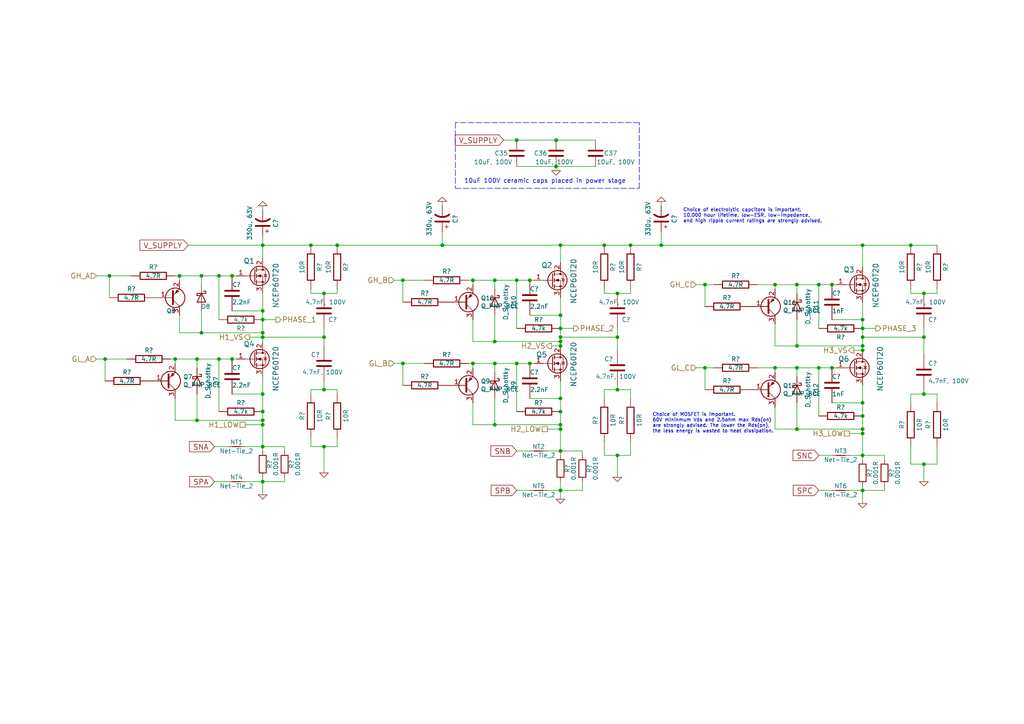
<source format=kicad_sch>
(kicad_sch
	(version 20250114)
	(generator "eeschema")
	(generator_version "9.0")
	(uuid "ff0efbf5-d1f0-4d2e-8940-9eef834f6eee")
	(paper "A4")
	(lib_symbols
		(symbol "BLDC_4-rescue:C-RESCUE-BLDC_4"
			(pin_numbers
				(hide yes)
			)
			(pin_names
				(offset 0.254)
			)
			(exclude_from_sim no)
			(in_bom yes)
			(on_board yes)
			(property "Reference" "C"
				(at 0 2.54 0)
				(effects
					(font
						(size 1.016 1.016)
					)
					(justify left)
				)
			)
			(property "Value" "C-RESCUE-BLDC_4"
				(at 0.1524 -2.159 0)
				(effects
					(font
						(size 1.016 1.016)
					)
					(justify left)
				)
			)
			(property "Footprint" ""
				(at 0.9652 -3.81 0)
				(effects
					(font
						(size 0.762 0.762)
					)
				)
			)
			(property "Datasheet" ""
				(at 0 0 0)
				(effects
					(font
						(size 1.524 1.524)
					)
				)
			)
			(property "Description" ""
				(at 0 0 0)
				(effects
					(font
						(size 1.27 1.27)
					)
					(hide yes)
				)
			)
			(property "ki_fp_filters" "SM* C? C1-1"
				(at 0 0 0)
				(effects
					(font
						(size 1.27 1.27)
					)
					(hide yes)
				)
			)
			(symbol "C-RESCUE-BLDC_4_0_1"
				(polyline
					(pts
						(xy -2.032 0.762) (xy 2.032 0.762)
					)
					(stroke
						(width 0.508)
						(type solid)
					)
					(fill
						(type none)
					)
				)
				(polyline
					(pts
						(xy -2.032 -0.762) (xy 2.032 -0.762)
					)
					(stroke
						(width 0.508)
						(type solid)
					)
					(fill
						(type none)
					)
				)
			)
			(symbol "C-RESCUE-BLDC_4_1_1"
				(pin passive line
					(at 0 5.08 270)
					(length 4.318)
					(name "~"
						(effects
							(font
								(size 1.016 1.016)
							)
						)
					)
					(number "1"
						(effects
							(font
								(size 1.016 1.016)
							)
						)
					)
				)
				(pin passive line
					(at 0 -5.08 90)
					(length 4.318)
					(name "~"
						(effects
							(font
								(size 1.016 1.016)
							)
						)
					)
					(number "2"
						(effects
							(font
								(size 1.016 1.016)
							)
						)
					)
				)
			)
			(embedded_fonts no)
		)
		(symbol "BLDC_4-rescue:GND-RESCUE-BLDC_4"
			(power)
			(pin_names
				(offset 0)
			)
			(exclude_from_sim no)
			(in_bom yes)
			(on_board yes)
			(property "Reference" "#PWR"
				(at 0 0 0)
				(effects
					(font
						(size 0.762 0.762)
					)
					(hide yes)
				)
			)
			(property "Value" "GND-RESCUE-BLDC_4"
				(at 0 -1.778 0)
				(effects
					(font
						(size 0.762 0.762)
					)
					(hide yes)
				)
			)
			(property "Footprint" ""
				(at 0 0 0)
				(effects
					(font
						(size 1.524 1.524)
					)
				)
			)
			(property "Datasheet" ""
				(at 0 0 0)
				(effects
					(font
						(size 1.524 1.524)
					)
				)
			)
			(property "Description" ""
				(at 0 0 0)
				(effects
					(font
						(size 1.27 1.27)
					)
					(hide yes)
				)
			)
			(symbol "GND-RESCUE-BLDC_4_0_1"
				(polyline
					(pts
						(xy -1.27 0) (xy 0 -1.27) (xy 1.27 0) (xy -1.27 0)
					)
					(stroke
						(width 0)
						(type solid)
					)
					(fill
						(type none)
					)
				)
			)
			(symbol "GND-RESCUE-BLDC_4_1_1"
				(pin power_in line
					(at 0 0 90)
					(length 0)
					(hide yes)
					(name "GND"
						(effects
							(font
								(size 0.762 0.762)
							)
						)
					)
					(number "1"
						(effects
							(font
								(size 0.762 0.762)
							)
						)
					)
				)
			)
			(embedded_fonts no)
		)
		(symbol "BLDC_4-rescue:R-RESCUE-BLDC_4"
			(pin_numbers
				(hide yes)
			)
			(pin_names
				(offset 0)
			)
			(exclude_from_sim no)
			(in_bom yes)
			(on_board yes)
			(property "Reference" "R"
				(at 2.032 0 90)
				(effects
					(font
						(size 1.016 1.016)
					)
				)
			)
			(property "Value" "R-RESCUE-BLDC_4"
				(at 0.1778 0.0254 90)
				(effects
					(font
						(size 1.016 1.016)
					)
				)
			)
			(property "Footprint" ""
				(at -1.778 0 90)
				(effects
					(font
						(size 0.762 0.762)
					)
				)
			)
			(property "Datasheet" ""
				(at 0 0 0)
				(effects
					(font
						(size 0.762 0.762)
					)
				)
			)
			(property "Description" ""
				(at 0 0 0)
				(effects
					(font
						(size 1.27 1.27)
					)
					(hide yes)
				)
			)
			(property "ki_fp_filters" "R? SM0603 SM0805 R?-* SM1206"
				(at 0 0 0)
				(effects
					(font
						(size 1.27 1.27)
					)
					(hide yes)
				)
			)
			(symbol "R-RESCUE-BLDC_4_0_1"
				(rectangle
					(start -1.016 3.81)
					(end 1.016 -3.81)
					(stroke
						(width 0.3048)
						(type solid)
					)
					(fill
						(type none)
					)
				)
			)
			(symbol "R-RESCUE-BLDC_4_1_1"
				(pin passive line
					(at 0 6.35 270)
					(length 2.54)
					(name "~"
						(effects
							(font
								(size 1.524 1.524)
							)
						)
					)
					(number "1"
						(effects
							(font
								(size 1.524 1.524)
							)
						)
					)
				)
				(pin passive line
					(at 0 -6.35 90)
					(length 2.54)
					(name "~"
						(effects
							(font
								(size 1.524 1.524)
							)
						)
					)
					(number "2"
						(effects
							(font
								(size 1.524 1.524)
							)
						)
					)
				)
			)
			(embedded_fonts no)
		)
		(symbol "Device:C"
			(pin_numbers
				(hide yes)
			)
			(pin_names
				(offset 0.254)
			)
			(exclude_from_sim no)
			(in_bom yes)
			(on_board yes)
			(property "Reference" "C"
				(at 0.635 2.54 0)
				(effects
					(font
						(size 1.27 1.27)
					)
					(justify left)
				)
			)
			(property "Value" "C"
				(at 0.635 -2.54 0)
				(effects
					(font
						(size 1.27 1.27)
					)
					(justify left)
				)
			)
			(property "Footprint" ""
				(at 0.9652 -3.81 0)
				(effects
					(font
						(size 1.27 1.27)
					)
					(hide yes)
				)
			)
			(property "Datasheet" "~"
				(at 0 0 0)
				(effects
					(font
						(size 1.27 1.27)
					)
					(hide yes)
				)
			)
			(property "Description" "Unpolarized capacitor"
				(at 0 0 0)
				(effects
					(font
						(size 1.27 1.27)
					)
					(hide yes)
				)
			)
			(property "ki_keywords" "cap capacitor"
				(at 0 0 0)
				(effects
					(font
						(size 1.27 1.27)
					)
					(hide yes)
				)
			)
			(property "ki_fp_filters" "C_*"
				(at 0 0 0)
				(effects
					(font
						(size 1.27 1.27)
					)
					(hide yes)
				)
			)
			(symbol "C_0_1"
				(polyline
					(pts
						(xy -2.032 0.762) (xy 2.032 0.762)
					)
					(stroke
						(width 0.508)
						(type default)
					)
					(fill
						(type none)
					)
				)
				(polyline
					(pts
						(xy -2.032 -0.762) (xy 2.032 -0.762)
					)
					(stroke
						(width 0.508)
						(type default)
					)
					(fill
						(type none)
					)
				)
			)
			(symbol "C_1_1"
				(pin passive line
					(at 0 3.81 270)
					(length 2.794)
					(name "~"
						(effects
							(font
								(size 1.27 1.27)
							)
						)
					)
					(number "1"
						(effects
							(font
								(size 1.27 1.27)
							)
						)
					)
				)
				(pin passive line
					(at 0 -3.81 90)
					(length 2.794)
					(name "~"
						(effects
							(font
								(size 1.27 1.27)
							)
						)
					)
					(number "2"
						(effects
							(font
								(size 1.27 1.27)
							)
						)
					)
				)
			)
			(embedded_fonts no)
		)
		(symbol "Device:CP1"
			(pin_numbers
				(hide yes)
			)
			(pin_names
				(offset 0.254)
				(hide yes)
			)
			(exclude_from_sim no)
			(in_bom yes)
			(on_board yes)
			(property "Reference" "C"
				(at 0.635 2.54 0)
				(effects
					(font
						(size 1.27 1.27)
					)
					(justify left)
				)
			)
			(property "Value" "Device_CP1"
				(at 0.635 -2.54 0)
				(effects
					(font
						(size 1.27 1.27)
					)
					(justify left)
				)
			)
			(property "Footprint" ""
				(at 0 0 0)
				(effects
					(font
						(size 1.27 1.27)
					)
					(hide yes)
				)
			)
			(property "Datasheet" ""
				(at 0 0 0)
				(effects
					(font
						(size 1.27 1.27)
					)
					(hide yes)
				)
			)
			(property "Description" ""
				(at 0 0 0)
				(effects
					(font
						(size 1.27 1.27)
					)
					(hide yes)
				)
			)
			(property "ki_fp_filters" "CP_*"
				(at 0 0 0)
				(effects
					(font
						(size 1.27 1.27)
					)
					(hide yes)
				)
			)
			(symbol "CP1_0_1"
				(polyline
					(pts
						(xy -2.032 0.762) (xy 2.032 0.762)
					)
					(stroke
						(width 0.508)
						(type solid)
					)
					(fill
						(type none)
					)
				)
				(polyline
					(pts
						(xy -1.778 2.286) (xy -0.762 2.286)
					)
					(stroke
						(width 0)
						(type solid)
					)
					(fill
						(type none)
					)
				)
				(polyline
					(pts
						(xy -1.27 1.778) (xy -1.27 2.794)
					)
					(stroke
						(width 0)
						(type solid)
					)
					(fill
						(type none)
					)
				)
				(arc
					(start -2.032 -1.27)
					(mid 0 -0.5572)
					(end 2.032 -1.27)
					(stroke
						(width 0.508)
						(type solid)
					)
					(fill
						(type none)
					)
				)
			)
			(symbol "CP1_1_1"
				(pin passive line
					(at 0 3.81 270)
					(length 2.794)
					(name "~"
						(effects
							(font
								(size 1.27 1.27)
							)
						)
					)
					(number "1"
						(effects
							(font
								(size 1.27 1.27)
							)
						)
					)
				)
				(pin passive line
					(at 0 -3.81 90)
					(length 3.302)
					(name "~"
						(effects
							(font
								(size 1.27 1.27)
							)
						)
					)
					(number "2"
						(effects
							(font
								(size 1.27 1.27)
							)
						)
					)
				)
			)
			(embedded_fonts no)
		)
		(symbol "Device:D_Schottky"
			(pin_numbers
				(hide yes)
			)
			(pin_names
				(offset 1.016)
				(hide yes)
			)
			(exclude_from_sim no)
			(in_bom yes)
			(on_board yes)
			(property "Reference" "D"
				(at 0 2.54 0)
				(effects
					(font
						(size 1.27 1.27)
					)
				)
			)
			(property "Value" "D_Schottky"
				(at 0 -2.54 0)
				(effects
					(font
						(size 1.27 1.27)
					)
				)
			)
			(property "Footprint" ""
				(at 0 0 0)
				(effects
					(font
						(size 1.27 1.27)
					)
					(hide yes)
				)
			)
			(property "Datasheet" "~"
				(at 0 0 0)
				(effects
					(font
						(size 1.27 1.27)
					)
					(hide yes)
				)
			)
			(property "Description" "Schottky diode"
				(at 0 0 0)
				(effects
					(font
						(size 1.27 1.27)
					)
					(hide yes)
				)
			)
			(property "ki_keywords" "diode Schottky"
				(at 0 0 0)
				(effects
					(font
						(size 1.27 1.27)
					)
					(hide yes)
				)
			)
			(property "ki_fp_filters" "TO-???* *_Diode_* *SingleDiode* D_*"
				(at 0 0 0)
				(effects
					(font
						(size 1.27 1.27)
					)
					(hide yes)
				)
			)
			(symbol "D_Schottky_0_1"
				(polyline
					(pts
						(xy -1.905 0.635) (xy -1.905 1.27) (xy -1.27 1.27) (xy -1.27 -1.27) (xy -0.635 -1.27) (xy -0.635 -0.635)
					)
					(stroke
						(width 0.254)
						(type default)
					)
					(fill
						(type none)
					)
				)
				(polyline
					(pts
						(xy 1.27 1.27) (xy 1.27 -1.27) (xy -1.27 0) (xy 1.27 1.27)
					)
					(stroke
						(width 0.254)
						(type default)
					)
					(fill
						(type none)
					)
				)
				(polyline
					(pts
						(xy 1.27 0) (xy -1.27 0)
					)
					(stroke
						(width 0)
						(type default)
					)
					(fill
						(type none)
					)
				)
			)
			(symbol "D_Schottky_1_1"
				(pin passive line
					(at -3.81 0 0)
					(length 2.54)
					(name "K"
						(effects
							(font
								(size 1.27 1.27)
							)
						)
					)
					(number "1"
						(effects
							(font
								(size 1.27 1.27)
							)
						)
					)
				)
				(pin passive line
					(at 3.81 0 180)
					(length 2.54)
					(name "A"
						(effects
							(font
								(size 1.27 1.27)
							)
						)
					)
					(number "2"
						(effects
							(font
								(size 1.27 1.27)
							)
						)
					)
				)
			)
			(embedded_fonts no)
		)
		(symbol "Device:Net-Tie_2"
			(pin_numbers
				(hide yes)
			)
			(pin_names
				(offset 0)
				(hide yes)
			)
			(exclude_from_sim no)
			(in_bom yes)
			(on_board yes)
			(property "Reference" "NT"
				(at 0 1.27 0)
				(effects
					(font
						(size 1.27 1.27)
					)
				)
			)
			(property "Value" "Device_Net-Tie_2"
				(at 0 -1.27 0)
				(effects
					(font
						(size 1.27 1.27)
					)
				)
			)
			(property "Footprint" ""
				(at 0 0 0)
				(effects
					(font
						(size 1.27 1.27)
					)
					(hide yes)
				)
			)
			(property "Datasheet" ""
				(at 0 0 0)
				(effects
					(font
						(size 1.27 1.27)
					)
					(hide yes)
				)
			)
			(property "Description" ""
				(at 0 0 0)
				(effects
					(font
						(size 1.27 1.27)
					)
					(hide yes)
				)
			)
			(property "ki_fp_filters" "Net*Tie*"
				(at 0 0 0)
				(effects
					(font
						(size 1.27 1.27)
					)
					(hide yes)
				)
			)
			(symbol "Net-Tie_2_0_1"
				(polyline
					(pts
						(xy -1.27 0) (xy 1.27 0)
					)
					(stroke
						(width 0.254)
						(type solid)
					)
					(fill
						(type none)
					)
				)
			)
			(symbol "Net-Tie_2_1_1"
				(pin passive line
					(at -2.54 0 0)
					(length 2.54)
					(name "1"
						(effects
							(font
								(size 1.27 1.27)
							)
						)
					)
					(number "1"
						(effects
							(font
								(size 1.27 1.27)
							)
						)
					)
				)
				(pin passive line
					(at 2.54 0 180)
					(length 2.54)
					(name "2"
						(effects
							(font
								(size 1.27 1.27)
							)
						)
					)
					(number "2"
						(effects
							(font
								(size 1.27 1.27)
							)
						)
					)
				)
			)
			(embedded_fonts no)
		)
		(symbol "Device:Q_NMOS_GDS"
			(pin_names
				(offset 0)
				(hide yes)
			)
			(exclude_from_sim no)
			(in_bom yes)
			(on_board yes)
			(property "Reference" "Q"
				(at 5.08 1.27 0)
				(effects
					(font
						(size 1.27 1.27)
					)
					(justify left)
				)
			)
			(property "Value" "Device_Q_NMOS_GDS"
				(at 5.08 -1.27 0)
				(effects
					(font
						(size 1.27 1.27)
					)
					(justify left)
				)
			)
			(property "Footprint" ""
				(at 5.08 2.54 0)
				(effects
					(font
						(size 1.27 1.27)
					)
					(hide yes)
				)
			)
			(property "Datasheet" ""
				(at 0 0 0)
				(effects
					(font
						(size 1.27 1.27)
					)
					(hide yes)
				)
			)
			(property "Description" ""
				(at 0 0 0)
				(effects
					(font
						(size 1.27 1.27)
					)
					(hide yes)
				)
			)
			(symbol "Q_NMOS_GDS_0_1"
				(polyline
					(pts
						(xy 0.254 1.905) (xy 0.254 -1.905)
					)
					(stroke
						(width 0.254)
						(type solid)
					)
					(fill
						(type none)
					)
				)
				(polyline
					(pts
						(xy 0.254 0) (xy -2.54 0)
					)
					(stroke
						(width 0)
						(type solid)
					)
					(fill
						(type none)
					)
				)
				(polyline
					(pts
						(xy 0.762 2.286) (xy 0.762 1.27)
					)
					(stroke
						(width 0.254)
						(type solid)
					)
					(fill
						(type none)
					)
				)
				(polyline
					(pts
						(xy 0.762 0.508) (xy 0.762 -0.508)
					)
					(stroke
						(width 0.254)
						(type solid)
					)
					(fill
						(type none)
					)
				)
				(polyline
					(pts
						(xy 0.762 -1.27) (xy 0.762 -2.286)
					)
					(stroke
						(width 0.254)
						(type solid)
					)
					(fill
						(type none)
					)
				)
				(polyline
					(pts
						(xy 0.762 -1.778) (xy 3.302 -1.778) (xy 3.302 1.778) (xy 0.762 1.778)
					)
					(stroke
						(width 0)
						(type solid)
					)
					(fill
						(type none)
					)
				)
				(polyline
					(pts
						(xy 1.016 0) (xy 2.032 0.381) (xy 2.032 -0.381) (xy 1.016 0)
					)
					(stroke
						(width 0)
						(type solid)
					)
					(fill
						(type outline)
					)
				)
				(circle
					(center 1.651 0)
					(radius 2.794)
					(stroke
						(width 0.254)
						(type solid)
					)
					(fill
						(type none)
					)
				)
				(polyline
					(pts
						(xy 2.54 2.54) (xy 2.54 1.778)
					)
					(stroke
						(width 0)
						(type solid)
					)
					(fill
						(type none)
					)
				)
				(circle
					(center 2.54 1.778)
					(radius 0.254)
					(stroke
						(width 0)
						(type solid)
					)
					(fill
						(type outline)
					)
				)
				(circle
					(center 2.54 -1.778)
					(radius 0.254)
					(stroke
						(width 0)
						(type solid)
					)
					(fill
						(type outline)
					)
				)
				(polyline
					(pts
						(xy 2.54 -2.54) (xy 2.54 0) (xy 0.762 0)
					)
					(stroke
						(width 0)
						(type solid)
					)
					(fill
						(type none)
					)
				)
				(polyline
					(pts
						(xy 2.794 0.508) (xy 2.921 0.381) (xy 3.683 0.381) (xy 3.81 0.254)
					)
					(stroke
						(width 0)
						(type solid)
					)
					(fill
						(type none)
					)
				)
				(polyline
					(pts
						(xy 3.302 0.381) (xy 2.921 -0.254) (xy 3.683 -0.254) (xy 3.302 0.381)
					)
					(stroke
						(width 0)
						(type solid)
					)
					(fill
						(type none)
					)
				)
			)
			(symbol "Q_NMOS_GDS_1_1"
				(pin input line
					(at -5.08 0 0)
					(length 2.54)
					(name "G"
						(effects
							(font
								(size 1.27 1.27)
							)
						)
					)
					(number "1"
						(effects
							(font
								(size 1.27 1.27)
							)
						)
					)
				)
				(pin passive line
					(at 2.54 5.08 270)
					(length 2.54)
					(name "D"
						(effects
							(font
								(size 1.27 1.27)
							)
						)
					)
					(number "2"
						(effects
							(font
								(size 1.27 1.27)
							)
						)
					)
				)
				(pin passive line
					(at 2.54 -5.08 90)
					(length 2.54)
					(name "S"
						(effects
							(font
								(size 1.27 1.27)
							)
						)
					)
					(number "3"
						(effects
							(font
								(size 1.27 1.27)
							)
						)
					)
				)
			)
			(embedded_fonts no)
		)
		(symbol "Device:Q_PNP_BEC"
			(pin_names
				(offset 0)
				(hide yes)
			)
			(exclude_from_sim no)
			(in_bom yes)
			(on_board yes)
			(property "Reference" "Q"
				(at 5.08 1.27 0)
				(effects
					(font
						(size 1.27 1.27)
					)
					(justify left)
				)
			)
			(property "Value" "Device_Q_PNP_BEC"
				(at 5.08 -1.27 0)
				(effects
					(font
						(size 1.27 1.27)
					)
					(justify left)
				)
			)
			(property "Footprint" ""
				(at 5.08 2.54 0)
				(effects
					(font
						(size 1.27 1.27)
					)
					(hide yes)
				)
			)
			(property "Datasheet" ""
				(at 0 0 0)
				(effects
					(font
						(size 1.27 1.27)
					)
					(hide yes)
				)
			)
			(property "Description" ""
				(at 0 0 0)
				(effects
					(font
						(size 1.27 1.27)
					)
					(hide yes)
				)
			)
			(symbol "Q_PNP_BEC_0_1"
				(polyline
					(pts
						(xy 0.635 1.905) (xy 0.635 -1.905) (xy 0.635 -1.905)
					)
					(stroke
						(width 0.508)
						(type solid)
					)
					(fill
						(type none)
					)
				)
				(polyline
					(pts
						(xy 0.635 0.635) (xy 2.54 2.54)
					)
					(stroke
						(width 0)
						(type solid)
					)
					(fill
						(type none)
					)
				)
				(polyline
					(pts
						(xy 0.635 -0.635) (xy 2.54 -2.54) (xy 2.54 -2.54)
					)
					(stroke
						(width 0)
						(type solid)
					)
					(fill
						(type none)
					)
				)
				(circle
					(center 1.27 0)
					(radius 2.8194)
					(stroke
						(width 0.254)
						(type solid)
					)
					(fill
						(type none)
					)
				)
				(polyline
					(pts
						(xy 2.286 -1.778) (xy 1.778 -2.286) (xy 1.27 -1.27) (xy 2.286 -1.778) (xy 2.286 -1.778)
					)
					(stroke
						(width 0)
						(type solid)
					)
					(fill
						(type outline)
					)
				)
			)
			(symbol "Q_PNP_BEC_1_1"
				(pin input line
					(at -5.08 0 0)
					(length 5.715)
					(name "B"
						(effects
							(font
								(size 1.27 1.27)
							)
						)
					)
					(number "1"
						(effects
							(font
								(size 1.27 1.27)
							)
						)
					)
				)
				(pin passive line
					(at 2.54 5.08 270)
					(length 2.54)
					(name "C"
						(effects
							(font
								(size 1.27 1.27)
							)
						)
					)
					(number "3"
						(effects
							(font
								(size 1.27 1.27)
							)
						)
					)
				)
				(pin passive line
					(at 2.54 -5.08 90)
					(length 2.54)
					(name "E"
						(effects
							(font
								(size 1.27 1.27)
							)
						)
					)
					(number "2"
						(effects
							(font
								(size 1.27 1.27)
							)
						)
					)
				)
			)
			(embedded_fonts no)
		)
		(symbol "Device:R"
			(pin_numbers
				(hide yes)
			)
			(pin_names
				(offset 0)
			)
			(exclude_from_sim no)
			(in_bom yes)
			(on_board yes)
			(property "Reference" "R"
				(at 2.032 0 90)
				(effects
					(font
						(size 1.27 1.27)
					)
				)
			)
			(property "Value" "R"
				(at 0 0 90)
				(effects
					(font
						(size 1.27 1.27)
					)
				)
			)
			(property "Footprint" ""
				(at -1.778 0 90)
				(effects
					(font
						(size 1.27 1.27)
					)
					(hide yes)
				)
			)
			(property "Datasheet" "~"
				(at 0 0 0)
				(effects
					(font
						(size 1.27 1.27)
					)
					(hide yes)
				)
			)
			(property "Description" "Resistor"
				(at 0 0 0)
				(effects
					(font
						(size 1.27 1.27)
					)
					(hide yes)
				)
			)
			(property "ki_keywords" "R res resistor"
				(at 0 0 0)
				(effects
					(font
						(size 1.27 1.27)
					)
					(hide yes)
				)
			)
			(property "ki_fp_filters" "R_*"
				(at 0 0 0)
				(effects
					(font
						(size 1.27 1.27)
					)
					(hide yes)
				)
			)
			(symbol "R_0_1"
				(rectangle
					(start -1.016 -2.54)
					(end 1.016 2.54)
					(stroke
						(width 0.254)
						(type default)
					)
					(fill
						(type none)
					)
				)
			)
			(symbol "R_1_1"
				(pin passive line
					(at 0 3.81 270)
					(length 1.27)
					(name "~"
						(effects
							(font
								(size 1.27 1.27)
							)
						)
					)
					(number "1"
						(effects
							(font
								(size 1.27 1.27)
							)
						)
					)
				)
				(pin passive line
					(at 0 -3.81 90)
					(length 1.27)
					(name "~"
						(effects
							(font
								(size 1.27 1.27)
							)
						)
					)
					(number "2"
						(effects
							(font
								(size 1.27 1.27)
							)
						)
					)
				)
			)
			(embedded_fonts no)
		)
	)
	(text "Choice of electrolytic capcitors is important. \n10,000 hour lifetime, low-ESR, low-impedance, \nand high ripple current ratings are strongly advised."
		(exclude_from_sim no)
		(at 198.12 64.77 0)
		(effects
			(font
				(size 0.9906 0.9906)
			)
			(justify left bottom)
		)
		(uuid "5d7ebd22-337a-4e0d-a003-ea8b247c2dcb")
	)
	(text "Choice of MOSFET is important. \n60V mininmum Vds and 2.5ohm max Rds(on) \nare strongly advised. The lower the Rds(on), \nthe less energy is wasted to heat dissipation. "
		(exclude_from_sim no)
		(at 189.23 125.73 0)
		(effects
			(font
				(size 0.9906 0.9906)
			)
			(justify left bottom)
		)
		(uuid "be2f38d9-a47e-4ed9-a56e-6d906f9a68a0")
	)
	(text "10uF 100V ceramic caps placed in power stage"
		(exclude_from_sim no)
		(at 134.62 53.34 0)
		(effects
			(font
				(size 1.27 1.27)
			)
			(justify left bottom)
		)
		(uuid "d0e2b64e-0c8c-4b35-9209-d28a2789c136")
	)
	(junction
		(at 97.79 71.12)
		(diameter 0)
		(color 0 0 0 0)
		(uuid "042b460a-1c2a-4626-861d-75b139a6231c")
	)
	(junction
		(at 116.84 81.28)
		(diameter 0)
		(color 0 0 0 0)
		(uuid "07cb98a9-759a-451f-9218-fe0ba436cd9a")
	)
	(junction
		(at 250.19 101.6)
		(diameter 0)
		(color 0 0 0 0)
		(uuid "0abd328b-af65-4962-8fc0-9d98a55cb4e3")
	)
	(junction
		(at 63.5 80.01)
		(diameter 0)
		(color 0 0 0 0)
		(uuid "0f4fb861-85af-42d1-9dae-595f3edc6d45")
	)
	(junction
		(at 267.97 134.62)
		(diameter 0)
		(color 0 0 0 0)
		(uuid "10039e3c-343e-4790-bb7a-ab7f55129974")
	)
	(junction
		(at 76.2 114.3)
		(diameter 0)
		(color 0 0 0 0)
		(uuid "144284cc-d2db-4e73-b45d-bfbf83e0ddbd")
	)
	(junction
		(at 162.56 124.46)
		(diameter 0)
		(color 0 0 0 0)
		(uuid "1452fb9b-9a6e-44be-83dc-9fc6055c6731")
	)
	(junction
		(at 179.07 113.03)
		(diameter 0)
		(color 0 0 0 0)
		(uuid "1468e510-3e0c-48a0-ba0b-1db8e2887da3")
	)
	(junction
		(at 250.19 142.24)
		(diameter 0)
		(color 0 0 0 0)
		(uuid "15331fce-59eb-4dfc-b967-db48ba23d82b")
	)
	(junction
		(at 31.75 80.01)
		(diameter 0)
		(color 0 0 0 0)
		(uuid "181261cb-5c91-4738-83b5-bb2249b32d86")
	)
	(junction
		(at 143.51 105.41)
		(diameter 0)
		(color 0 0 0 0)
		(uuid "1959c7f4-2981-49b6-8351-99d2338c7bbc")
	)
	(junction
		(at 76.2 92.71)
		(diameter 0)
		(color 0 0 0 0)
		(uuid "1ece5dd7-ffdb-45e7-b3ab-35ac20aa99fe")
	)
	(junction
		(at 237.49 82.55)
		(diameter 0)
		(color 0 0 0 0)
		(uuid "20294d68-e46b-436f-a28b-a611a6346960")
	)
	(junction
		(at 58.42 80.01)
		(diameter 0)
		(color 0 0 0 0)
		(uuid "210988f8-4e78-4bff-8110-142c037699c2")
	)
	(junction
		(at 191.77 71.12)
		(diameter 0)
		(color 0 0 0 0)
		(uuid "23bb1380-14f2-40af-886a-08ad1d54dbc9")
	)
	(junction
		(at 76.2 123.19)
		(diameter 0)
		(color 0 0 0 0)
		(uuid "25a6aff8-547c-46bd-bf56-66de2994da8d")
	)
	(junction
		(at 162.56 130.81)
		(diameter 0)
		(color 0 0 0 0)
		(uuid "260a1572-52a8-4bb4-a39b-a4afa0b3433f")
	)
	(junction
		(at 116.84 105.41)
		(diameter 0)
		(color 0 0 0 0)
		(uuid "28ca7b6e-0bab-4ee9-8d99-87e9e7b14dc2")
	)
	(junction
		(at 231.14 82.55)
		(diameter 0)
		(color 0 0 0 0)
		(uuid "28d4853d-fd90-4f71-b7c2-024264345d8f")
	)
	(junction
		(at 267.97 97.79)
		(diameter 0)
		(color 0 0 0 0)
		(uuid "2a3d6fcc-453a-4539-8685-8e0ec934fd0c")
	)
	(junction
		(at 250.19 92.71)
		(diameter 0)
		(color 0 0 0 0)
		(uuid "2abe885d-678b-4944-91ef-ff94602dfcdc")
	)
	(junction
		(at 162.56 71.12)
		(diameter 0)
		(color 0 0 0 0)
		(uuid "2e2e0a00-1719-4f56-a1ce-1a3201c333c3")
	)
	(junction
		(at 231.14 100.33)
		(diameter 0)
		(color 0 0 0 0)
		(uuid "2e9c23bd-b44c-4cec-935e-34009d0de3c6")
	)
	(junction
		(at 76.2 90.17)
		(diameter 0)
		(color 0 0 0 0)
		(uuid "2ea352f5-f46d-40ce-a143-ef5861415fe3")
	)
	(junction
		(at 153.67 81.28)
		(diameter 0)
		(color 0 0 0 0)
		(uuid "30c9376d-bda9-4e82-8b96-5b25adbcf61c")
	)
	(junction
		(at 137.16 105.41)
		(diameter 0)
		(color 0 0 0 0)
		(uuid "356c2194-24ca-43d9-8511-3c95c1f43dd9")
	)
	(junction
		(at 67.31 80.01)
		(diameter 0)
		(color 0 0 0 0)
		(uuid "393af071-2bfd-4127-908d-9f96ce443c9c")
	)
	(junction
		(at 241.3 106.68)
		(diameter 0)
		(color 0 0 0 0)
		(uuid "3961ddbc-9395-4bae-b073-764ff916e57c")
	)
	(junction
		(at 143.51 123.19)
		(diameter 0)
		(color 0 0 0 0)
		(uuid "3aa70269-53c2-4dc1-a9e4-7099165af660")
	)
	(junction
		(at 128.27 71.12)
		(diameter 0)
		(color 0 0 0 0)
		(uuid "409917a2-f5b5-4348-b65d-2ff1c7fcec36")
	)
	(junction
		(at 162.56 123.19)
		(diameter 0)
		(color 0 0 0 0)
		(uuid "426d8e6c-a089-4cae-b9f0-b9dd798bf153")
	)
	(junction
		(at 231.14 106.68)
		(diameter 0)
		(color 0 0 0 0)
		(uuid "4769e3c0-1ef0-489d-9ca1-b710ac042f92")
	)
	(junction
		(at 224.79 106.68)
		(diameter 0)
		(color 0 0 0 0)
		(uuid "4b3b8034-121c-47a9-a284-82d4125e7c4f")
	)
	(junction
		(at 250.19 120.65)
		(diameter 0)
		(color 0 0 0 0)
		(uuid "4dd4c5ca-d3a4-4109-9865-c1287590adc8")
	)
	(junction
		(at 153.67 105.41)
		(diameter 0)
		(color 0 0 0 0)
		(uuid "4e1c2cfd-69a1-46bd-8c24-35e60922f6eb")
	)
	(junction
		(at 149.86 105.41)
		(diameter 0)
		(color 0 0 0 0)
		(uuid "4fb22876-3638-41f0-b088-5e4aef10081c")
	)
	(junction
		(at 67.31 104.14)
		(diameter 0)
		(color 0 0 0 0)
		(uuid "5094554f-bcab-4aba-8a57-1b0e54950d89")
	)
	(junction
		(at 161.29 48.26)
		(diameter 0)
		(color 0 0 0 0)
		(uuid "524f0a12-2d3f-46c5-864f-b8054a5abafa")
	)
	(junction
		(at 93.98 129.54)
		(diameter 0)
		(color 0 0 0 0)
		(uuid "5437b05c-8a56-4068-894a-1daa92c70450")
	)
	(junction
		(at 76.2 96.52)
		(diameter 0)
		(color 0 0 0 0)
		(uuid "582ed7ff-53fd-47c7-8b78-48c0d6c395d5")
	)
	(junction
		(at 179.07 132.08)
		(diameter 0)
		(color 0 0 0 0)
		(uuid "59b980d7-aab1-4037-96dd-dc1ee523b24e")
	)
	(junction
		(at 93.98 85.09)
		(diameter 0)
		(color 0 0 0 0)
		(uuid "5d169dc8-40c8-473c-9ddf-f2303ae23a52")
	)
	(junction
		(at 250.19 95.25)
		(diameter 0)
		(color 0 0 0 0)
		(uuid "5ec594e7-3a3e-4a83-80ce-3a8ab7066af1")
	)
	(junction
		(at 231.14 124.46)
		(diameter 0)
		(color 0 0 0 0)
		(uuid "64426a03-56e9-4b4c-b0f6-7511e4589e91")
	)
	(junction
		(at 58.42 96.52)
		(diameter 0)
		(color 0 0 0 0)
		(uuid "65114e84-694f-44e1-92de-af14b9834e0b")
	)
	(junction
		(at 175.26 71.12)
		(diameter 0)
		(color 0 0 0 0)
		(uuid "7d792789-d965-4e29-9f81-c4e41027f690")
	)
	(junction
		(at 161.29 40.64)
		(diameter 0)
		(color 0 0 0 0)
		(uuid "7dc8ce8f-0e14-44a9-af3b-fd14d5892f1e")
	)
	(junction
		(at 162.56 142.24)
		(diameter 0)
		(color 0 0 0 0)
		(uuid "7eb232de-e360-418f-a5d0-877309298cfd")
	)
	(junction
		(at 179.07 85.09)
		(diameter 0)
		(color 0 0 0 0)
		(uuid "80dedaed-e3db-49e5-b1ee-fde78af188fd")
	)
	(junction
		(at 250.19 124.46)
		(diameter 0)
		(color 0 0 0 0)
		(uuid "832f6cf5-549b-47a7-817f-45b0b93390b9")
	)
	(junction
		(at 93.98 113.03)
		(diameter 0)
		(color 0 0 0 0)
		(uuid "842fc70a-abe2-4948-9161-102ed39567a4")
	)
	(junction
		(at 162.56 97.79)
		(diameter 0)
		(color 0 0 0 0)
		(uuid "850ee366-3942-409d-bca6-ebaa80cb3516")
	)
	(junction
		(at 250.19 71.12)
		(diameter 0)
		(color 0 0 0 0)
		(uuid "88a49801-494b-4aae-b68d-67c4f03aed65")
	)
	(junction
		(at 162.56 100.33)
		(diameter 0)
		(color 0 0 0 0)
		(uuid "90403884-402f-404e-bc4d-4e24cce740ca")
	)
	(junction
		(at 50.8 104.14)
		(diameter 0)
		(color 0 0 0 0)
		(uuid "9621edc8-76d5-4eac-9b29-5e49051d042e")
	)
	(junction
		(at 143.51 99.06)
		(diameter 0)
		(color 0 0 0 0)
		(uuid "98c2ad6b-46ab-4c0e-a780-ff7b1bd1423e")
	)
	(junction
		(at 76.2 129.54)
		(diameter 0)
		(color 0 0 0 0)
		(uuid "99638e7e-cc34-4875-a35d-10241e1a4677")
	)
	(junction
		(at 137.16 81.28)
		(diameter 0)
		(color 0 0 0 0)
		(uuid "a5e9cf13-eaf7-47c7-8acd-a64a9a5b480c")
	)
	(junction
		(at 93.98 97.79)
		(diameter 0)
		(color 0 0 0 0)
		(uuid "a86a8c51-7f09-4e96-be5b-f4ff78c175cb")
	)
	(junction
		(at 264.16 71.12)
		(diameter 0)
		(color 0 0 0 0)
		(uuid "a87cc605-7d7f-4cf7-9816-d7cb585b61ff")
	)
	(junction
		(at 267.97 114.3)
		(diameter 0)
		(color 0 0 0 0)
		(uuid "ac61a38c-86ba-4b03-9197-cf48636db4b5")
	)
	(junction
		(at 57.15 121.92)
		(diameter 0)
		(color 0 0 0 0)
		(uuid "b2278feb-1f7e-44da-b1a7-429c7b66967f")
	)
	(junction
		(at 57.15 104.14)
		(diameter 0)
		(color 0 0 0 0)
		(uuid "b39d358a-1075-4de5-af1d-52469cc3e599")
	)
	(junction
		(at 250.19 100.33)
		(diameter 0)
		(color 0 0 0 0)
		(uuid "b3d739ae-2541-44be-9d62-2e2719d77f1a")
	)
	(junction
		(at 30.48 104.14)
		(diameter 0)
		(color 0 0 0 0)
		(uuid "ba360fa4-aa13-4790-b862-6efe41696dfa")
	)
	(junction
		(at 237.49 106.68)
		(diameter 0)
		(color 0 0 0 0)
		(uuid "ba7f74f6-1fc2-4114-9d9c-a13de263362c")
	)
	(junction
		(at 179.07 97.79)
		(diameter 0)
		(color 0 0 0 0)
		(uuid "bb0e8d64-18a6-43b9-aab7-7830016f5ec6")
	)
	(junction
		(at 162.56 95.25)
		(diameter 0)
		(color 0 0 0 0)
		(uuid "bf10ffe0-2e43-4720-8b7f-373964282f5d")
	)
	(junction
		(at 250.19 116.84)
		(diameter 0)
		(color 0 0 0 0)
		(uuid "c1b9068a-c766-4888-bbf3-f51c2c8caf21")
	)
	(junction
		(at 76.2 139.7)
		(diameter 0)
		(color 0 0 0 0)
		(uuid "ca735f4d-a2b9-4d82-89d8-85e9bee20f24")
	)
	(junction
		(at 143.51 81.28)
		(diameter 0)
		(color 0 0 0 0)
		(uuid "cdf10496-b363-4dd8-802a-4e1ca6a067d3")
	)
	(junction
		(at 241.3 82.55)
		(diameter 0)
		(color 0 0 0 0)
		(uuid "d3a12276-ee43-4171-aad7-d3286f5f8efc")
	)
	(junction
		(at 267.97 85.09)
		(diameter 0)
		(color 0 0 0 0)
		(uuid "d4333871-937c-4cfe-b431-5d14e0933897")
	)
	(junction
		(at 204.47 106.68)
		(diameter 0)
		(color 0 0 0 0)
		(uuid "d62ea2fe-7d14-4083-ae9d-555f9b1eefe3")
	)
	(junction
		(at 162.56 115.57)
		(diameter 0)
		(color 0 0 0 0)
		(uuid "de470e18-2579-492b-8f97-a8af304607dc")
	)
	(junction
		(at 149.86 81.28)
		(diameter 0)
		(color 0 0 0 0)
		(uuid "dfeb1c8d-0796-4bc1-97b5-429839d14cfe")
	)
	(junction
		(at 162.56 119.38)
		(diameter 0)
		(color 0 0 0 0)
		(uuid "e0dc95a4-8cd2-4ebc-bb95-a21b636b9995")
	)
	(junction
		(at 76.2 71.12)
		(diameter 0)
		(color 0 0 0 0)
		(uuid "e145f133-4210-4bb7-8c3d-453d59a41706")
	)
	(junction
		(at 90.17 71.12)
		(diameter 0)
		(color 0 0 0 0)
		(uuid "e161b352-7670-47f5-8ce2-e792e6612c37")
	)
	(junction
		(at 162.56 91.44)
		(diameter 0)
		(color 0 0 0 0)
		(uuid "e193c4c9-fbfe-455b-b227-d9433d0a9a0f")
	)
	(junction
		(at 224.79 82.55)
		(diameter 0)
		(color 0 0 0 0)
		(uuid "e276ac08-2b35-4efa-bd5d-7eaac8b404f5")
	)
	(junction
		(at 76.2 121.92)
		(diameter 0)
		(color 0 0 0 0)
		(uuid "e904f255-437b-4c65-947c-13f600772e7f")
	)
	(junction
		(at 149.86 40.64)
		(diameter 0)
		(color 0 0 0 0)
		(uuid "ecf370b2-511f-4d34-b604-7f9e02b3759b")
	)
	(junction
		(at 250.19 97.79)
		(diameter 0)
		(color 0 0 0 0)
		(uuid "ef2387e1-2afc-4ec2-bf41-9e7d740722e0")
	)
	(junction
		(at 52.07 80.01)
		(diameter 0)
		(color 0 0 0 0)
		(uuid "f1dd3fa7-549e-4fd2-b385-c499904063ca")
	)
	(junction
		(at 250.19 125.73)
		(diameter 0)
		(color 0 0 0 0)
		(uuid "f24ebfe1-6c1d-4d91-83d9-2be164cf8391")
	)
	(junction
		(at 182.88 71.12)
		(diameter 0)
		(color 0 0 0 0)
		(uuid "f38c2698-1d73-4e97-90ca-d9c71f09b812")
	)
	(junction
		(at 76.2 97.79)
		(diameter 0)
		(color 0 0 0 0)
		(uuid "f39b2325-aa27-4dba-9005-c31f40303a70")
	)
	(junction
		(at 162.56 99.06)
		(diameter 0)
		(color 0 0 0 0)
		(uuid "f4ca18e5-48ee-452e-9a48-dbf3a90064e9")
	)
	(junction
		(at 76.2 119.38)
		(diameter 0)
		(color 0 0 0 0)
		(uuid "f56c5354-5003-4cd2-8e09-610c2f53dde9")
	)
	(junction
		(at 250.19 132.08)
		(diameter 0)
		(color 0 0 0 0)
		(uuid "fa17d262-1878-4ca2-934f-1f25651418be")
	)
	(junction
		(at 204.47 82.55)
		(diameter 0)
		(color 0 0 0 0)
		(uuid "fb59c577-dfed-4817-81f2-4d57da035ff7")
	)
	(junction
		(at 63.5 104.14)
		(diameter 0)
		(color 0 0 0 0)
		(uuid "fec6afff-654b-4e4d-b44f-24dfa3edb529")
	)
	(wire
		(pts
			(xy 58.42 80.01) (xy 63.5 80.01)
		)
		(stroke
			(width 0)
			(type default)
		)
		(uuid "0094459c-7de3-4376-995f-3f457959a8a9")
	)
	(wire
		(pts
			(xy 250.19 100.33) (xy 250.19 101.6)
		)
		(stroke
			(width 0)
			(type default)
		)
		(uuid "010abf00-7fe9-4ece-a3f7-243c89347d93")
	)
	(wire
		(pts
			(xy 231.14 124.46) (xy 224.79 124.46)
		)
		(stroke
			(width 0)
			(type default)
		)
		(uuid "016002ff-88a1-4794-925e-c03964fc8b3b")
	)
	(wire
		(pts
			(xy 224.79 107.95) (xy 224.79 106.68)
		)
		(stroke
			(width 0)
			(type default)
		)
		(uuid "022cbccc-b55e-4891-ba38-92f78c92dd44")
	)
	(wire
		(pts
			(xy 93.98 110.49) (xy 93.98 113.03)
		)
		(stroke
			(width 0)
			(type default)
		)
		(uuid "0348e95f-323a-430c-9e1e-cd2a51493f40")
	)
	(wire
		(pts
			(xy 250.19 92.71) (xy 250.19 95.25)
		)
		(stroke
			(width 0)
			(type default)
		)
		(uuid "051010f5-30c2-4774-b230-df7ab7368e49")
	)
	(wire
		(pts
			(xy 97.79 114.3) (xy 97.79 113.03)
		)
		(stroke
			(width 0)
			(type default)
		)
		(uuid "05da47a5-1b33-401c-96be-e8daa9487409")
	)
	(wire
		(pts
			(xy 153.67 115.57) (xy 162.56 115.57)
		)
		(stroke
			(width 0)
			(type default)
		)
		(uuid "05e28880-3eb2-406b-b0e3-4841d4863d6a")
	)
	(wire
		(pts
			(xy 231.14 100.33) (xy 224.79 100.33)
		)
		(stroke
			(width 0)
			(type default)
		)
		(uuid "06b03fbd-cabe-49d2-8fe3-5192157c798c")
	)
	(wire
		(pts
			(xy 128.27 67.31) (xy 128.27 71.12)
		)
		(stroke
			(width 0)
			(type default)
		)
		(uuid "0890e19e-dc55-453b-b11e-0a91cf906e24")
	)
	(wire
		(pts
			(xy 90.17 85.09) (xy 93.98 85.09)
		)
		(stroke
			(width 0)
			(type default)
		)
		(uuid "0b93a4ea-b489-473e-bd36-8dd6343870c3")
	)
	(wire
		(pts
			(xy 160.02 100.33) (xy 162.56 100.33)
		)
		(stroke
			(width 0)
			(type default)
		)
		(uuid "0be593d3-8f63-4160-868a-c9eaacb87808")
	)
	(wire
		(pts
			(xy 93.98 85.09) (xy 97.79 85.09)
		)
		(stroke
			(width 0)
			(type default)
		)
		(uuid "0c49f409-9269-4eef-92d9-3c2bdd9e2903")
	)
	(wire
		(pts
			(xy 97.79 113.03) (xy 93.98 113.03)
		)
		(stroke
			(width 0)
			(type default)
		)
		(uuid "0d7bb92b-b01f-460b-bdf2-654e8730ace7")
	)
	(wire
		(pts
			(xy 97.79 127) (xy 97.79 129.54)
		)
		(stroke
			(width 0)
			(type default)
		)
		(uuid "10069275-8fdf-4482-ba22-36a7480f84f9")
	)
	(wire
		(pts
			(xy 162.56 115.57) (xy 162.56 119.38)
		)
		(stroke
			(width 0)
			(type default)
		)
		(uuid "10a45ecb-478e-4318-aab3-e4c9f6686e3e")
	)
	(wire
		(pts
			(xy 264.16 114.3) (xy 264.16 116.84)
		)
		(stroke
			(width 0)
			(type default)
		)
		(uuid "10eee491-d297-4af3-9333-8cea46166ee3")
	)
	(wire
		(pts
			(xy 137.16 116.84) (xy 137.16 123.19)
		)
		(stroke
			(width 0)
			(type default)
		)
		(uuid "1118d41b-4ee5-4eaa-8c8d-c6570e2c913a")
	)
	(wire
		(pts
			(xy 182.88 113.03) (xy 179.07 113.03)
		)
		(stroke
			(width 0)
			(type default)
		)
		(uuid "13bace08-8c68-45da-90ac-338d4d5a681f")
	)
	(wire
		(pts
			(xy 149.86 40.64) (xy 161.29 40.64)
		)
		(stroke
			(width 0)
			(type default)
		)
		(uuid "1618ee32-f45f-494f-9aa4-f7243ba9713a")
	)
	(wire
		(pts
			(xy 137.16 92.71) (xy 137.16 99.06)
		)
		(stroke
			(width 0)
			(type default)
		)
		(uuid "16887497-2f59-435a-8385-a2449eb889a1")
	)
	(wire
		(pts
			(xy 158.75 130.81) (xy 162.56 130.81)
		)
		(stroke
			(width 0)
			(type default)
		)
		(uuid "16bbb8d4-f386-462c-8989-b6b3fbc4344d")
	)
	(wire
		(pts
			(xy 179.07 113.03) (xy 175.26 113.03)
		)
		(stroke
			(width 0)
			(type default)
		)
		(uuid "16d192fe-20b2-424b-9b07-122981d80b07")
	)
	(wire
		(pts
			(xy 82.55 130.81) (xy 82.55 129.54)
		)
		(stroke
			(width 0)
			(type default)
		)
		(uuid "178a3547-8203-42c7-8c7b-45bf4f359b3f")
	)
	(wire
		(pts
			(xy 207.01 82.55) (xy 204.47 82.55)
		)
		(stroke
			(width 0)
			(type default)
		)
		(uuid "1874b799-75e3-4649-b40d-f5f39b91bc92")
	)
	(wire
		(pts
			(xy 250.19 95.25) (xy 254 95.25)
		)
		(stroke
			(width 0)
			(type default)
		)
		(uuid "19755928-4685-4f1b-89de-2937279d7368")
	)
	(wire
		(pts
			(xy 231.14 109.22) (xy 231.14 106.68)
		)
		(stroke
			(width 0)
			(type default)
		)
		(uuid "1a66518b-fdd5-4a65-a04b-d705baef1817")
	)
	(wire
		(pts
			(xy 271.78 116.84) (xy 271.78 114.3)
		)
		(stroke
			(width 0)
			(type default)
		)
		(uuid "1b35124c-c3a3-496f-98b1-2be81a6652a4")
	)
	(wire
		(pts
			(xy 137.16 81.28) (xy 137.16 82.55)
		)
		(stroke
			(width 0)
			(type default)
		)
		(uuid "1eb80ff7-15f9-4c71-86dc-c01a269247ef")
	)
	(wire
		(pts
			(xy 231.14 100.33) (xy 250.19 100.33)
		)
		(stroke
			(width 0)
			(type default)
		)
		(uuid "1f8a8f83-2ee5-43fc-b940-d631a68b2f77")
	)
	(wire
		(pts
			(xy 153.67 81.28) (xy 154.94 81.28)
		)
		(stroke
			(width 0)
			(type default)
		)
		(uuid "1ff5b6cf-7c9e-45a6-9a44-8eeef03b6e03")
	)
	(wire
		(pts
			(xy 267.97 139.7) (xy 267.97 134.62)
		)
		(stroke
			(width 0)
			(type default)
		)
		(uuid "20676df9-9cfc-40c1-a561-80e6318d50ae")
	)
	(wire
		(pts
			(xy 231.14 116.84) (xy 231.14 124.46)
		)
		(stroke
			(width 0)
			(type default)
		)
		(uuid "206e2bc3-53eb-4fea-8bdf-abd1666c82a9")
	)
	(wire
		(pts
			(xy 204.47 113.03) (xy 204.47 106.68)
		)
		(stroke
			(width 0)
			(type default)
		)
		(uuid "227f5ec7-60a0-4b9b-bebc-6c8f92297f28")
	)
	(wire
		(pts
			(xy 128.27 71.12) (xy 162.56 71.12)
		)
		(stroke
			(width 0)
			(type default)
		)
		(uuid "22cf36e0-88ff-49bf-87a9-5c74c43ae614")
	)
	(polyline
		(pts
			(xy 185.42 54.61) (xy 185.42 35.56)
		)
		(stroke
			(width 0)
			(type dash)
		)
		(uuid "2311f237-f77c-4d53-b938-1c924248ca86")
	)
	(wire
		(pts
			(xy 143.51 83.82) (xy 143.51 81.28)
		)
		(stroke
			(width 0)
			(type default)
		)
		(uuid "231a1570-8b5f-42f5-89e1-b97aa13b403c")
	)
	(wire
		(pts
			(xy 149.86 142.24) (xy 153.67 142.24)
		)
		(stroke
			(width 0)
			(type default)
		)
		(uuid "250cb635-e77b-49f0-ad46-4ac058eac08e")
	)
	(wire
		(pts
			(xy 76.2 71.12) (xy 90.17 71.12)
		)
		(stroke
			(width 0)
			(type default)
		)
		(uuid "281feea1-f5d2-421a-be2c-c4a0c4ecdae4")
	)
	(wire
		(pts
			(xy 76.2 123.19) (xy 76.2 129.54)
		)
		(stroke
			(width 0)
			(type default)
		)
		(uuid "28ec7c99-274a-41e1-aab3-f9c3e3bac363")
	)
	(wire
		(pts
			(xy 162.56 95.25) (xy 166.37 95.25)
		)
		(stroke
			(width 0)
			(type default)
		)
		(uuid "294d6f3a-e7fe-42e8-8676-74defab42f39")
	)
	(wire
		(pts
			(xy 71.12 129.54) (xy 76.2 129.54)
		)
		(stroke
			(width 0)
			(type default)
		)
		(uuid "2982364f-ce5b-4b4a-9147-e8039c307bd1")
	)
	(wire
		(pts
			(xy 58.42 82.55) (xy 58.42 80.01)
		)
		(stroke
			(width 0)
			(type default)
		)
		(uuid "2c6b4405-73a1-4007-9895-8ab7535c7948")
	)
	(wire
		(pts
			(xy 143.51 99.06) (xy 162.56 99.06)
		)
		(stroke
			(width 0)
			(type default)
		)
		(uuid "2cb8ecc2-661a-4b55-9284-998b1b1e64b5")
	)
	(wire
		(pts
			(xy 71.12 123.19) (xy 76.2 123.19)
		)
		(stroke
			(width 0)
			(type default)
		)
		(uuid "2cecf83b-3d6b-4f8e-b77b-c02bcf61c0d5")
	)
	(wire
		(pts
			(xy 182.88 85.09) (xy 182.88 83.82)
		)
		(stroke
			(width 0)
			(type default)
		)
		(uuid "2dcc248e-61d8-4f2c-ab48-e3d86812af8c")
	)
	(wire
		(pts
			(xy 179.07 95.25) (xy 179.07 97.79)
		)
		(stroke
			(width 0)
			(type default)
		)
		(uuid "2e920abd-c3f7-412d-a734-fe84201b1b6e")
	)
	(wire
		(pts
			(xy 97.79 129.54) (xy 93.98 129.54)
		)
		(stroke
			(width 0)
			(type default)
		)
		(uuid "2f9ccb8f-6f61-44ca-a076-8413a1262571")
	)
	(wire
		(pts
			(xy 246.38 125.73) (xy 250.19 125.73)
		)
		(stroke
			(width 0)
			(type default)
		)
		(uuid "303013b3-506b-456c-83fa-e747d3b497d6")
	)
	(wire
		(pts
			(xy 71.12 139.7) (xy 76.2 139.7)
		)
		(stroke
			(width 0)
			(type default)
		)
		(uuid "30ae0e3a-d3a4-4fdb-83c4-1e35dbd7f8a3")
	)
	(wire
		(pts
			(xy 256.54 132.08) (xy 250.19 132.08)
		)
		(stroke
			(width 0)
			(type default)
		)
		(uuid "31ea0134-9434-4a95-b18f-8012530c2532")
	)
	(wire
		(pts
			(xy 93.98 95.25) (xy 93.98 97.79)
		)
		(stroke
			(width 0)
			(type default)
		)
		(uuid "32834f5a-a969-4ee5-a168-3472b4e3c03b")
	)
	(wire
		(pts
			(xy 179.07 138.43) (xy 179.07 132.08)
		)
		(stroke
			(width 0)
			(type default)
		)
		(uuid "33552b96-17a4-4386-95fb-bbd243bcdf5e")
	)
	(wire
		(pts
			(xy 224.79 118.11) (xy 224.79 124.46)
		)
		(stroke
			(width 0)
			(type default)
		)
		(uuid "34b46302-aeb3-4972-be49-def29af3c9df")
	)
	(wire
		(pts
			(xy 271.78 85.09) (xy 271.78 83.82)
		)
		(stroke
			(width 0)
			(type default)
		)
		(uuid "35e4e240-88f8-4ae9-9be9-c5e30b04b628")
	)
	(wire
		(pts
			(xy 250.19 146.05) (xy 250.19 142.24)
		)
		(stroke
			(width 0)
			(type default)
		)
		(uuid "36325d24-a2a1-4b46-b209-45885bd09ab9")
	)
	(wire
		(pts
			(xy 31.75 80.01) (xy 38.1 80.01)
		)
		(stroke
			(width 0)
			(type default)
		)
		(uuid "36b8d9a2-aa97-4722-994e-f7b9b3472228")
	)
	(wire
		(pts
			(xy 237.49 132.08) (xy 241.3 132.08)
		)
		(stroke
			(width 0)
			(type default)
		)
		(uuid "39b0c387-7fd9-487b-83e9-3a97c7cea032")
	)
	(wire
		(pts
			(xy 57.15 106.68) (xy 57.15 104.14)
		)
		(stroke
			(width 0)
			(type default)
		)
		(uuid "3a915692-03b6-4454-8f1d-862d7abc6d32")
	)
	(wire
		(pts
			(xy 231.14 92.71) (xy 231.14 100.33)
		)
		(stroke
			(width 0)
			(type default)
		)
		(uuid "3b8008ed-b678-470a-8bc0-b6a6e5ccd178")
	)
	(wire
		(pts
			(xy 250.19 71.12) (xy 250.19 77.47)
		)
		(stroke
			(width 0)
			(type default)
		)
		(uuid "3ba3741f-c0b2-43f6-9ace-8b40e8f62339")
	)
	(wire
		(pts
			(xy 264.16 71.12) (xy 271.78 71.12)
		)
		(stroke
			(width 0)
			(type default)
		)
		(uuid "3cb29b99-4c8f-470c-b7cf-12b303ed7566")
	)
	(wire
		(pts
			(xy 76.2 92.71) (xy 80.01 92.71)
		)
		(stroke
			(width 0)
			(type default)
		)
		(uuid "3cfaa1a7-857a-4c6c-87b8-fb539617d6f3")
	)
	(wire
		(pts
			(xy 93.98 137.16) (xy 93.98 129.54)
		)
		(stroke
			(width 0)
			(type default)
		)
		(uuid "3d4bcad1-f7a4-43cf-b4bb-ae96f5bd43f6")
	)
	(wire
		(pts
			(xy 149.86 119.38) (xy 149.86 105.41)
		)
		(stroke
			(width 0)
			(type default)
		)
		(uuid "3f61ed8b-9a6e-41a9-a121-f49815e1f98d")
	)
	(wire
		(pts
			(xy 143.51 123.19) (xy 137.16 123.19)
		)
		(stroke
			(width 0)
			(type default)
		)
		(uuid "3f815e3f-cb86-43fc-b64f-4f6ae185d030")
	)
	(wire
		(pts
			(xy 27.94 80.01) (xy 31.75 80.01)
		)
		(stroke
			(width 0)
			(type default)
		)
		(uuid "3ff46905-604b-4e79-9dde-5a73148e6b3b")
	)
	(wire
		(pts
			(xy 76.2 139.7) (xy 76.2 138.43)
		)
		(stroke
			(width 0)
			(type default)
		)
		(uuid "40b41dd5-4945-4669-8c4a-545b94ba3f60")
	)
	(wire
		(pts
			(xy 135.89 105.41) (xy 137.16 105.41)
		)
		(stroke
			(width 0)
			(type default)
		)
		(uuid "413300a1-3158-4ba1-bcdc-bb7af519b704")
	)
	(polyline
		(pts
			(xy 132.08 35.56) (xy 132.08 54.61)
		)
		(stroke
			(width 0)
			(type dash)
		)
		(uuid "41beb945-442a-4de4-bfc1-2be753197d66")
	)
	(wire
		(pts
			(xy 224.79 93.98) (xy 224.79 100.33)
		)
		(stroke
			(width 0)
			(type default)
		)
		(uuid "4209c01b-6b6b-49b3-b705-421d72bd6e55")
	)
	(wire
		(pts
			(xy 162.56 91.44) (xy 162.56 95.25)
		)
		(stroke
			(width 0)
			(type default)
		)
		(uuid "45846ec0-9c5a-4b43-a856-0dac138a98ce")
	)
	(wire
		(pts
			(xy 58.42 96.52) (xy 76.2 96.52)
		)
		(stroke
			(width 0)
			(type default)
		)
		(uuid "464cf42e-9fb7-4847-a6b7-add2edf25967")
	)
	(wire
		(pts
			(xy 116.84 87.63) (xy 116.84 81.28)
		)
		(stroke
			(width 0)
			(type default)
		)
		(uuid "46c54d4e-c179-4755-a7a6-4374ea5c5e42")
	)
	(wire
		(pts
			(xy 82.55 139.7) (xy 76.2 139.7)
		)
		(stroke
			(width 0)
			(type default)
		)
		(uuid "4801e60f-cdd7-41b6-b945-3bfc2cb70cc4")
	)
	(wire
		(pts
			(xy 231.14 82.55) (xy 237.49 82.55)
		)
		(stroke
			(width 0)
			(type default)
		)
		(uuid "481090ab-dc9a-4a3f-891a-08336da56e16")
	)
	(wire
		(pts
			(xy 271.78 129.54) (xy 271.78 134.62)
		)
		(stroke
			(width 0)
			(type default)
		)
		(uuid "4864ec92-dc3e-42da-aef1-7877af58d108")
	)
	(wire
		(pts
			(xy 191.77 67.31) (xy 191.77 71.12)
		)
		(stroke
			(width 0)
			(type default)
		)
		(uuid "487db6ce-e4f5-4714-bcd6-87d8223a94c8")
	)
	(wire
		(pts
			(xy 143.51 81.28) (xy 149.86 81.28)
		)
		(stroke
			(width 0)
			(type default)
		)
		(uuid "4b577771-2393-4d02-acc3-9320ec049283")
	)
	(wire
		(pts
			(xy 162.56 99.06) (xy 162.56 100.33)
		)
		(stroke
			(width 0)
			(type default)
		)
		(uuid "4cd58f1f-9428-4788-820d-0a350fef643d")
	)
	(wire
		(pts
			(xy 149.86 105.41) (xy 153.67 105.41)
		)
		(stroke
			(width 0)
			(type default)
		)
		(uuid "4d0cf464-ddfb-40cc-8633-efe39c5398b4")
	)
	(wire
		(pts
			(xy 241.3 92.71) (xy 250.19 92.71)
		)
		(stroke
			(width 0)
			(type default)
		)
		(uuid "4f0e5199-7285-42e5-b007-0035a45ca625")
	)
	(wire
		(pts
			(xy 179.07 85.09) (xy 182.88 85.09)
		)
		(stroke
			(width 0)
			(type default)
		)
		(uuid "504f4b69-0d77-40fb-a423-b1e2b5d1cf14")
	)
	(wire
		(pts
			(xy 256.54 140.97) (xy 256.54 142.24)
		)
		(stroke
			(width 0)
			(type default)
		)
		(uuid "50fd981a-ce42-440b-91e0-19c95e1f5572")
	)
	(wire
		(pts
			(xy 256.54 133.35) (xy 256.54 132.08)
		)
		(stroke
			(width 0)
			(type default)
		)
		(uuid "510ceefa-bf3c-4afc-a845-3db0b83653e8")
	)
	(wire
		(pts
			(xy 63.5 104.14) (xy 67.31 104.14)
		)
		(stroke
			(width 0)
			(type default)
		)
		(uuid "514deeb7-f2a0-4b1b-8ab1-0aebd58a3fdf")
	)
	(wire
		(pts
			(xy 153.67 91.44) (xy 162.56 91.44)
		)
		(stroke
			(width 0)
			(type default)
		)
		(uuid "516cbeb4-ff29-4343-8d83-48b7df09759e")
	)
	(wire
		(pts
			(xy 76.2 96.52) (xy 76.2 97.79)
		)
		(stroke
			(width 0)
			(type default)
		)
		(uuid "52b6423c-6bfd-45f2-b47e-8e34f33ec72d")
	)
	(wire
		(pts
			(xy 116.84 81.28) (xy 123.19 81.28)
		)
		(stroke
			(width 0)
			(type default)
		)
		(uuid "54529947-b21d-4306-a478-1d59c2ed421b")
	)
	(wire
		(pts
			(xy 162.56 95.25) (xy 162.56 97.79)
		)
		(stroke
			(width 0)
			(type default)
		)
		(uuid "549afee3-ab69-46da-aacf-0fbfe292b3f5")
	)
	(wire
		(pts
			(xy 76.2 90.17) (xy 76.2 92.71)
		)
		(stroke
			(width 0)
			(type default)
		)
		(uuid "56360347-1ea2-4f5c-8059-3efb96d07854")
	)
	(wire
		(pts
			(xy 237.49 142.24) (xy 241.3 142.24)
		)
		(stroke
			(width 0)
			(type default)
		)
		(uuid "570e6d8d-47d7-40bf-8378-57cf168f524a")
	)
	(wire
		(pts
			(xy 76.2 97.79) (xy 76.2 99.06)
		)
		(stroke
			(width 0)
			(type default)
		)
		(uuid "5724a5e7-1bb0-4419-a4fd-6a6c11c25fba")
	)
	(wire
		(pts
			(xy 250.19 111.76) (xy 250.19 116.84)
		)
		(stroke
			(width 0)
			(type default)
		)
		(uuid "57297b04-23eb-4d86-8f35-2ac1aa2f8c5f")
	)
	(wire
		(pts
			(xy 90.17 83.82) (xy 90.17 85.09)
		)
		(stroke
			(width 0)
			(type default)
		)
		(uuid "5729ad8d-afb8-4aa4-b653-171773b73292")
	)
	(wire
		(pts
			(xy 82.55 138.43) (xy 82.55 139.7)
		)
		(stroke
			(width 0)
			(type default)
		)
		(uuid "580bc53e-c445-462c-85b2-57b2119e04c6")
	)
	(wire
		(pts
			(xy 179.07 101.6) (xy 179.07 97.79)
		)
		(stroke
			(width 0)
			(type default)
		)
		(uuid "58cfdea6-6a9b-48d6-bda1-54917d19d3ad")
	)
	(wire
		(pts
			(xy 267.97 102.87) (xy 267.97 97.79)
		)
		(stroke
			(width 0)
			(type default)
		)
		(uuid "58d1de78-92f6-4e3c-9939-bc2ff879a8d0")
	)
	(wire
		(pts
			(xy 93.98 113.03) (xy 90.17 113.03)
		)
		(stroke
			(width 0)
			(type default)
		)
		(uuid "58d40c0a-7f4e-41d1-b278-97c1d6a8d2df")
	)
	(wire
		(pts
			(xy 231.14 106.68) (xy 224.79 106.68)
		)
		(stroke
			(width 0)
			(type default)
		)
		(uuid "592b071f-83eb-4187-a3d5-95a0cb39f761")
	)
	(wire
		(pts
			(xy 116.84 105.41) (xy 123.19 105.41)
		)
		(stroke
			(width 0)
			(type default)
		)
		(uuid "5b150dc7-f327-46f2-9613-711f37e4e02e")
	)
	(wire
		(pts
			(xy 76.2 139.7) (xy 76.2 143.51)
		)
		(stroke
			(width 0)
			(type default)
		)
		(uuid "5bac759e-94aa-44fc-821a-96b0eb3722bb")
	)
	(wire
		(pts
			(xy 67.31 90.17) (xy 76.2 90.17)
		)
		(stroke
			(width 0)
			(type default)
		)
		(uuid "5d4eeb7f-6d46-41b2-b756-1cf7615125c2")
	)
	(wire
		(pts
			(xy 50.8 105.41) (xy 50.8 104.14)
		)
		(stroke
			(width 0)
			(type default)
		)
		(uuid "6070e95c-6ce6-42f5-9d9a-db2e80e72d72")
	)
	(wire
		(pts
			(xy 201.93 106.68) (xy 204.47 106.68)
		)
		(stroke
			(width 0)
			(type default)
		)
		(uuid "6132d0f2-9dc7-45d6-bde2-8fd6299902a6")
	)
	(wire
		(pts
			(xy 267.97 95.25) (xy 267.97 97.79)
		)
		(stroke
			(width 0)
			(type default)
		)
		(uuid "62c859ee-aa38-4e70-81ab-ba832e702966")
	)
	(wire
		(pts
			(xy 57.15 104.14) (xy 63.5 104.14)
		)
		(stroke
			(width 0)
			(type default)
		)
		(uuid "630bb20d-b0dc-4a97-8524-abf2403999ee")
	)
	(wire
		(pts
			(xy 153.67 105.41) (xy 154.94 105.41)
		)
		(stroke
			(width 0)
			(type default)
		)
		(uuid "633c5b34-d2b5-42ad-8659-e03def399c43")
	)
	(wire
		(pts
			(xy 58.42 96.52) (xy 52.07 96.52)
		)
		(stroke
			(width 0)
			(type default)
		)
		(uuid "686a6657-85b8-4dfb-8314-6dcad6eaed35")
	)
	(wire
		(pts
			(xy 76.2 71.12) (xy 76.2 74.93)
		)
		(stroke
			(width 0)
			(type default)
		)
		(uuid "696b450d-f4ef-4a12-b457-16e9673436ce")
	)
	(wire
		(pts
			(xy 143.51 107.95) (xy 143.51 105.41)
		)
		(stroke
			(width 0)
			(type default)
		)
		(uuid "6bbdcd94-0c71-4629-8789-0b781b7dcf47")
	)
	(wire
		(pts
			(xy 182.88 115.57) (xy 182.88 113.03)
		)
		(stroke
			(width 0)
			(type default)
		)
		(uuid "6c84075d-7d70-49f6-a789-b25e1e70e290")
	)
	(wire
		(pts
			(xy 57.15 121.92) (xy 76.2 121.92)
		)
		(stroke
			(width 0)
			(type default)
		)
		(uuid "6d5995a0-2032-44ce-bb25-8a5977a60f3d")
	)
	(wire
		(pts
			(xy 72.39 97.79) (xy 76.2 97.79)
		)
		(stroke
			(width 0)
			(type default)
		)
		(uuid "6eac206b-eb93-4b16-9a26-38614571a1f0")
	)
	(wire
		(pts
			(xy 93.98 129.54) (xy 90.17 129.54)
		)
		(stroke
			(width 0)
			(type default)
		)
		(uuid "7091a4d3-004d-4344-957c-a9e70f1425b4")
	)
	(wire
		(pts
			(xy 82.55 129.54) (xy 76.2 129.54)
		)
		(stroke
			(width 0)
			(type default)
		)
		(uuid "7193edb2-a84b-456a-99d9-4c9b2998304a")
	)
	(wire
		(pts
			(xy 90.17 113.03) (xy 90.17 114.3)
		)
		(stroke
			(width 0)
			(type default)
		)
		(uuid "728f3a17-48bf-4162-8b5b-a1a0f6644d4a")
	)
	(wire
		(pts
			(xy 114.3 81.28) (xy 116.84 81.28)
		)
		(stroke
			(width 0)
			(type default)
		)
		(uuid "73c87686-114e-45da-9e0b-4d90fa1c7065")
	)
	(wire
		(pts
			(xy 161.29 48.26) (xy 172.72 48.26)
		)
		(stroke
			(width 0)
			(type default)
		)
		(uuid "73db875e-3e04-46ce-aa27-1b2a323d2373")
	)
	(wire
		(pts
			(xy 116.84 111.76) (xy 116.84 105.41)
		)
		(stroke
			(width 0)
			(type default)
		)
		(uuid "74d3d1f7-3259-45b0-85b4-ad7fb51e4cc3")
	)
	(wire
		(pts
			(xy 182.88 128.27) (xy 182.88 132.08)
		)
		(stroke
			(width 0)
			(type default)
		)
		(uuid "75bb3dcb-648a-4a2e-9199-6668d04b30be")
	)
	(wire
		(pts
			(xy 191.77 71.12) (xy 250.19 71.12)
		)
		(stroke
			(width 0)
			(type default)
		)
		(uuid "75be4c7b-4fcb-43cc-8fbd-0affacde231e")
	)
	(wire
		(pts
			(xy 30.48 104.14) (xy 36.83 104.14)
		)
		(stroke
			(width 0)
			(type default)
		)
		(uuid "75e766b9-5b66-4efe-a213-039f81151d1b")
	)
	(wire
		(pts
			(xy 90.17 71.12) (xy 97.79 71.12)
		)
		(stroke
			(width 0)
			(type default)
		)
		(uuid "75efb5e6-b354-46e5-888a-671858152236")
	)
	(wire
		(pts
			(xy 168.91 130.81) (xy 162.56 130.81)
		)
		(stroke
			(width 0)
			(type default)
		)
		(uuid "78c9bd6a-f424-461f-ad83-4dbd50ace3bc")
	)
	(wire
		(pts
			(xy 182.88 132.08) (xy 179.07 132.08)
		)
		(stroke
			(width 0)
			(type default)
		)
		(uuid "7c3ce241-4c70-4b3b-b6e2-654a0caa2a9d")
	)
	(wire
		(pts
			(xy 114.3 105.41) (xy 116.84 105.41)
		)
		(stroke
			(width 0)
			(type default)
		)
		(uuid "7cc218c0-6640-404f-b438-655d332ce560")
	)
	(wire
		(pts
			(xy 168.91 139.7) (xy 168.91 142.24)
		)
		(stroke
			(width 0)
			(type default)
		)
		(uuid "7ce4eb8f-7950-4991-99ce-29e3be6a23ff")
	)
	(wire
		(pts
			(xy 182.88 71.12) (xy 191.77 71.12)
		)
		(stroke
			(width 0)
			(type default)
		)
		(uuid "8135a31e-1358-4f0d-a7a4-2ff64990c8d2")
	)
	(wire
		(pts
			(xy 162.56 71.12) (xy 162.56 76.2)
		)
		(stroke
			(width 0)
			(type default)
		)
		(uuid "8142b84e-0c83-451f-98a4-4308e44ed469")
	)
	(wire
		(pts
			(xy 162.56 97.79) (xy 162.56 99.06)
		)
		(stroke
			(width 0)
			(type default)
		)
		(uuid "8269959d-4e13-426e-a205-3d9277e9c09b")
	)
	(wire
		(pts
			(xy 50.8 80.01) (xy 52.07 80.01)
		)
		(stroke
			(width 0)
			(type default)
		)
		(uuid "82974c10-e60f-4e31-971e-77a7abd4d5d4")
	)
	(wire
		(pts
			(xy 241.3 82.55) (xy 242.57 82.55)
		)
		(stroke
			(width 0)
			(type default)
		)
		(uuid "830b4aee-e433-4e38-af46-41d24b47e823")
	)
	(wire
		(pts
			(xy 267.97 134.62) (xy 264.16 134.62)
		)
		(stroke
			(width 0)
			(type default)
		)
		(uuid "834e5d8d-a6a0-4bf2-9b99-31e162a3abbc")
	)
	(wire
		(pts
			(xy 250.19 124.46) (xy 250.19 125.73)
		)
		(stroke
			(width 0)
			(type default)
		)
		(uuid "8351aed5-de28-4ddc-a728-fead6577a705")
	)
	(wire
		(pts
			(xy 76.2 114.3) (xy 76.2 119.38)
		)
		(stroke
			(width 0)
			(type default)
		)
		(uuid "8362099a-2a7c-4d28-9d8d-5b8604633936")
	)
	(wire
		(pts
			(xy 76.2 121.92) (xy 76.2 123.19)
		)
		(stroke
			(width 0)
			(type default)
		)
		(uuid "83a920a1-99d0-4fdd-a921-3c0c45815089")
	)
	(wire
		(pts
			(xy 168.91 142.24) (xy 162.56 142.24)
		)
		(stroke
			(width 0)
			(type default)
		)
		(uuid "847b4812-22f3-4484-afbf-6cd016913f8e")
	)
	(wire
		(pts
			(xy 250.19 97.79) (xy 250.19 100.33)
		)
		(stroke
			(width 0)
			(type default)
		)
		(uuid "85aa59d1-257b-4a12-91ff-38de61845f95")
	)
	(wire
		(pts
			(xy 237.49 106.68) (xy 241.3 106.68)
		)
		(stroke
			(width 0)
			(type default)
		)
		(uuid "85e0ab6d-885d-42a0-8b5e-e0c130357c73")
	)
	(wire
		(pts
			(xy 191.77 59.69) (xy 191.77 58.42)
		)
		(stroke
			(width 0)
			(type default)
		)
		(uuid "87ee9e93-04ff-4d55-92c7-28ff1d02aabf")
	)
	(wire
		(pts
			(xy 97.79 85.09) (xy 97.79 83.82)
		)
		(stroke
			(width 0)
			(type default)
		)
		(uuid "8f77d553-f2a4-452d-985b-b68ab296da60")
	)
	(wire
		(pts
			(xy 90.17 129.54) (xy 90.17 127)
		)
		(stroke
			(width 0)
			(type default)
		)
		(uuid "9036ca97-f6ac-4e29-b340-2bba1596b09d")
	)
	(wire
		(pts
			(xy 264.16 85.09) (xy 267.97 85.09)
		)
		(stroke
			(width 0)
			(type default)
		)
		(uuid "91afc214-f7c9-41bc-92a9-dc1cc663b56e")
	)
	(wire
		(pts
			(xy 267.97 85.09) (xy 271.78 85.09)
		)
		(stroke
			(width 0)
			(type default)
		)
		(uuid "924c336b-21e9-4310-a76e-e66057aca6f3")
	)
	(wire
		(pts
			(xy 224.79 106.68) (xy 219.71 106.68)
		)
		(stroke
			(width 0)
			(type default)
		)
		(uuid "9346fd2e-1b9f-4dac-a9ed-df4e1a0e5b36")
	)
	(wire
		(pts
			(xy 128.27 59.69) (xy 128.27 58.42)
		)
		(stroke
			(width 0)
			(type default)
		)
		(uuid "9574df69-a2e6-479f-b870-a46cb676dcad")
	)
	(wire
		(pts
			(xy 204.47 106.68) (xy 207.01 106.68)
		)
		(stroke
			(width 0)
			(type default)
		)
		(uuid "960e8f7a-30a0-4210-90b9-4d8b31d4e3f8")
	)
	(wire
		(pts
			(xy 162.56 130.81) (xy 162.56 132.08)
		)
		(stroke
			(width 0)
			(type default)
		)
		(uuid "96f21cb6-1b3d-4455-b93b-4cdbd1350e4f")
	)
	(wire
		(pts
			(xy 149.86 81.28) (xy 153.67 81.28)
		)
		(stroke
			(width 0)
			(type default)
		)
		(uuid "974b799f-2a50-4a90-aa07-0f4d717684e7")
	)
	(wire
		(pts
			(xy 162.56 86.36) (xy 162.56 91.44)
		)
		(stroke
			(width 0)
			(type default)
		)
		(uuid "98c013ce-5c98-46db-9867-4afe6240a3f5")
	)
	(wire
		(pts
			(xy 250.19 87.63) (xy 250.19 92.71)
		)
		(stroke
			(width 0)
			(type default)
		)
		(uuid "9a869b2b-2d4d-428a-866d-9a243ae3e0f8")
	)
	(wire
		(pts
			(xy 246.38 142.24) (xy 250.19 142.24)
		)
		(stroke
			(width 0)
			(type default)
		)
		(uuid "9ad31db5-4084-4f5a-b5eb-6caeb8e4bb09")
	)
	(wire
		(pts
			(xy 231.14 85.09) (xy 231.14 82.55)
		)
		(stroke
			(width 0)
			(type default)
		)
		(uuid "9b1ffde0-0b2f-42a2-ac6b-e6e312d3b5ab")
	)
	(wire
		(pts
			(xy 175.26 132.08) (xy 175.26 128.27)
		)
		(stroke
			(width 0)
			(type default)
		)
		(uuid "9b2c02bc-54bc-44b7-88c3-6d792bf38da2")
	)
	(wire
		(pts
			(xy 162.56 110.49) (xy 162.56 115.57)
		)
		(stroke
			(width 0)
			(type default)
		)
		(uuid "9bbf84d5-7aa4-4a4f-8e81-6d15ed863289")
	)
	(wire
		(pts
			(xy 57.15 114.3) (xy 57.15 121.92)
		)
		(stroke
			(width 0)
			(type default)
		)
		(uuid "9efaf592-704d-46ee-9b09-afa42a41153b")
	)
	(wire
		(pts
			(xy 231.14 106.68) (xy 237.49 106.68)
		)
		(stroke
			(width 0)
			(type default)
		)
		(uuid "9f5b5a90-00d1-4637-b49f-0fb983eefb53")
	)
	(wire
		(pts
			(xy 158.75 124.46) (xy 162.56 124.46)
		)
		(stroke
			(width 0)
			(type default)
		)
		(uuid "9f8891de-80b6-4fb7-aece-ddc06e4e60c6")
	)
	(wire
		(pts
			(xy 271.78 134.62) (xy 267.97 134.62)
		)
		(stroke
			(width 0)
			(type default)
		)
		(uuid "a43fa9d6-814a-4c4d-b348-dd2f06e0cf45")
	)
	(wire
		(pts
			(xy 149.86 130.81) (xy 153.67 130.81)
		)
		(stroke
			(width 0)
			(type default)
		)
		(uuid "a484512c-f5bc-4766-be24-e959c3e63187")
	)
	(wire
		(pts
			(xy 250.19 142.24) (xy 250.19 140.97)
		)
		(stroke
			(width 0)
			(type default)
		)
		(uuid "a6090b7a-5406-453a-b900-57dc89757f25")
	)
	(wire
		(pts
			(xy 162.56 119.38) (xy 162.56 123.19)
		)
		(stroke
			(width 0)
			(type default)
		)
		(uuid "a82360d7-7951-4492-9959-e4c2f4b0bdc7")
	)
	(wire
		(pts
			(xy 162.56 124.46) (xy 162.56 130.81)
		)
		(stroke
			(width 0)
			(type default)
		)
		(uuid "a8f33ea1-7a1f-4393-8482-2d5a7d910142")
	)
	(wire
		(pts
			(xy 135.89 81.28) (xy 137.16 81.28)
		)
		(stroke
			(width 0)
			(type default)
		)
		(uuid "aa801a3c-fb77-4afd-8498-57f7a13a8e7f")
	)
	(wire
		(pts
			(xy 76.2 119.38) (xy 76.2 121.92)
		)
		(stroke
			(width 0)
			(type default)
		)
		(uuid "aba943e7-df26-488d-a383-e5bc8c1b2957")
	)
	(wire
		(pts
			(xy 271.78 114.3) (xy 267.97 114.3)
		)
		(stroke
			(width 0)
			(type default)
		)
		(uuid "add6fa5e-ceb3-4277-86b6-859cffb3cd38")
	)
	(wire
		(pts
			(xy 63.5 80.01) (xy 67.31 80.01)
		)
		(stroke
			(width 0)
			(type default)
		)
		(uuid "af78bc72-8da6-4b68-80e7-2e94c5b0e843")
	)
	(wire
		(pts
			(xy 264.16 83.82) (xy 264.16 85.09)
		)
		(stroke
			(width 0)
			(type default)
		)
		(uuid "af79deec-f6f4-4260-96ec-ef8533fe7fc8")
	)
	(wire
		(pts
			(xy 162.56 144.78) (xy 162.56 142.24)
		)
		(stroke
			(width 0)
			(type default)
		)
		(uuid "b10060d1-3e4c-448e-84e2-1c16c4e27f71")
	)
	(wire
		(pts
			(xy 62.23 129.54) (xy 66.04 129.54)
		)
		(stroke
			(width 0)
			(type default)
		)
		(uuid "b269d232-9121-41d6-8caa-0c46383e415b")
	)
	(wire
		(pts
			(xy 93.98 100.33) (xy 93.98 97.79)
		)
		(stroke
			(width 0)
			(type default)
		)
		(uuid "b2c7b4ff-da70-44b2-9636-2aa743eb7ffa")
	)
	(wire
		(pts
			(xy 52.07 81.28) (xy 52.07 80.01)
		)
		(stroke
			(width 0)
			(type default)
		)
		(uuid "b2f96cec-0aa7-4427-8750-a0022518a3dc")
	)
	(wire
		(pts
			(xy 162.56 142.24) (xy 162.56 139.7)
		)
		(stroke
			(width 0)
			(type default)
		)
		(uuid "b4189add-bba4-491f-8229-bba34375b84c")
	)
	(wire
		(pts
			(xy 250.19 132.08) (xy 250.19 133.35)
		)
		(stroke
			(width 0)
			(type default)
		)
		(uuid "b43c2615-7889-4a94-a0a8-e4a7d197f771")
	)
	(wire
		(pts
			(xy 162.56 123.19) (xy 162.56 124.46)
		)
		(stroke
			(width 0)
			(type default)
		)
		(uuid "b615bea6-edeb-4fcf-8714-5c59d01b6927")
	)
	(wire
		(pts
			(xy 52.07 91.44) (xy 52.07 96.52)
		)
		(stroke
			(width 0)
			(type default)
		)
		(uuid "b800564f-62d3-426f-828f-f7051eb7e7fb")
	)
	(wire
		(pts
			(xy 241.3 116.84) (xy 250.19 116.84)
		)
		(stroke
			(width 0)
			(type default)
		)
		(uuid "b9a01802-840f-4ea3-bf86-4a46ba83c668")
	)
	(wire
		(pts
			(xy 162.56 97.79) (xy 179.07 97.79)
		)
		(stroke
			(width 0)
			(type default)
		)
		(uuid "bc3effac-9f77-4975-a162-915681247a45")
	)
	(wire
		(pts
			(xy 54.61 71.12) (xy 76.2 71.12)
		)
		(stroke
			(width 0)
			(type default)
		)
		(uuid "bce98bda-8591-4d8a-ab7a-b7b8914d39b1")
	)
	(wire
		(pts
			(xy 76.2 85.09) (xy 76.2 90.17)
		)
		(stroke
			(width 0)
			(type default)
		)
		(uuid "bf26e11d-a9f1-400f-a3fd-7f04d0021407")
	)
	(wire
		(pts
			(xy 246.38 132.08) (xy 250.19 132.08)
		)
		(stroke
			(width 0)
			(type default)
		)
		(uuid "bf88f74d-9161-4612-9317-39c7d1090f20")
	)
	(wire
		(pts
			(xy 76.2 60.96) (xy 76.2 59.69)
		)
		(stroke
			(width 0)
			(type default)
		)
		(uuid "c01d869c-7ece-4a53-9d8c-dddf63e60220")
	)
	(wire
		(pts
			(xy 204.47 82.55) (xy 201.93 82.55)
		)
		(stroke
			(width 0)
			(type default)
		)
		(uuid "c146104e-ad4b-40cb-971e-b6b0df70f634")
	)
	(wire
		(pts
			(xy 143.51 99.06) (xy 137.16 99.06)
		)
		(stroke
			(width 0)
			(type default)
		)
		(uuid "c1c9f4fb-a7f1-42d2-991e-2190464c1790")
	)
	(wire
		(pts
			(xy 143.51 105.41) (xy 149.86 105.41)
		)
		(stroke
			(width 0)
			(type default)
		)
		(uuid "c2585acb-01dc-4a13-841e-c52a067ddf21")
	)
	(wire
		(pts
			(xy 168.91 132.08) (xy 168.91 130.81)
		)
		(stroke
			(width 0)
			(type default)
		)
		(uuid "c2c79417-f623-4778-8540-fd7febe0e9df")
	)
	(wire
		(pts
			(xy 149.86 48.26) (xy 161.29 48.26)
		)
		(stroke
			(width 0)
			(type default)
		)
		(uuid "c2da4560-7552-49df-acb4-6c7bb77cf4cd")
	)
	(wire
		(pts
			(xy 175.26 83.82) (xy 175.26 85.09)
		)
		(stroke
			(width 0)
			(type default)
		)
		(uuid "c487440b-0c47-4bbc-bcd7-8a137ea0be58")
	)
	(wire
		(pts
			(xy 149.86 81.28) (xy 149.86 95.25)
		)
		(stroke
			(width 0)
			(type default)
		)
		(uuid "c8e3d219-7677-4e8a-b9cf-e5e932edebb9")
	)
	(wire
		(pts
			(xy 76.2 97.79) (xy 93.98 97.79)
		)
		(stroke
			(width 0)
			(type default)
		)
		(uuid "ca44f47f-0acf-489f-91d5-3fe5ac14b1ad")
	)
	(wire
		(pts
			(xy 31.75 86.36) (xy 31.75 80.01)
		)
		(stroke
			(width 0)
			(type default)
		)
		(uuid "cb130b95-0811-4cbf-83b7-4b7677150914")
	)
	(wire
		(pts
			(xy 143.51 115.57) (xy 143.51 123.19)
		)
		(stroke
			(width 0)
			(type default)
		)
		(uuid "cd2172ee-1ffc-4d71-b5c2-d79d9bad8ea4")
	)
	(wire
		(pts
			(xy 50.8 104.14) (xy 57.15 104.14)
		)
		(stroke
			(width 0)
			(type default)
		)
		(uuid "cd9c5997-4fb4-43e3-9033-e563aadb7eca")
	)
	(wire
		(pts
			(xy 67.31 104.14) (xy 68.58 104.14)
		)
		(stroke
			(width 0)
			(type default)
		)
		(uuid "ced20786-4e32-4164-9c4b-671a2136167e")
	)
	(wire
		(pts
			(xy 161.29 40.64) (xy 172.72 40.64)
		)
		(stroke
			(width 0)
			(type default)
		)
		(uuid "cfbcfb2c-c550-4137-8a6e-ffd69940a15a")
	)
	(wire
		(pts
			(xy 175.26 113.03) (xy 175.26 115.57)
		)
		(stroke
			(width 0)
			(type default)
		)
		(uuid "d0158880-6199-4c86-a165-ff222e0f13d9")
	)
	(wire
		(pts
			(xy 179.07 132.08) (xy 175.26 132.08)
		)
		(stroke
			(width 0)
			(type default)
		)
		(uuid "d05b9ed8-5346-48a9-9f5b-a3db7da94ef3")
	)
	(wire
		(pts
			(xy 250.19 116.84) (xy 250.19 120.65)
		)
		(stroke
			(width 0)
			(type default)
		)
		(uuid "d0ef47ae-9275-47c0-b8b8-1bf139d1cdf9")
	)
	(wire
		(pts
			(xy 158.75 142.24) (xy 162.56 142.24)
		)
		(stroke
			(width 0)
			(type default)
		)
		(uuid "d21cbaf0-f4b6-4df7-9ac9-f27664be5205")
	)
	(wire
		(pts
			(xy 204.47 88.9) (xy 204.47 82.55)
		)
		(stroke
			(width 0)
			(type default)
		)
		(uuid "d33f8405-bdff-4b38-8043-2598919165a8")
	)
	(wire
		(pts
			(xy 76.2 109.22) (xy 76.2 114.3)
		)
		(stroke
			(width 0)
			(type default)
		)
		(uuid "d57da66f-a8b1-46b8-a261-197c986e759e")
	)
	(wire
		(pts
			(xy 161.29 48.26) (xy 161.29 49.53)
		)
		(stroke
			(width 0)
			(type default)
		)
		(uuid "d5a1ae8f-1617-4f7f-973e-76a46e0adbaf")
	)
	(wire
		(pts
			(xy 57.15 121.92) (xy 50.8 121.92)
		)
		(stroke
			(width 0)
			(type default)
		)
		(uuid "d7557dd2-97d6-4bd7-be67-66c1d3bf73da")
	)
	(wire
		(pts
			(xy 267.97 113.03) (xy 267.97 114.3)
		)
		(stroke
			(width 0)
			(type default)
		)
		(uuid "d7b0a044-216d-4e39-9dbf-827f729a514b")
	)
	(wire
		(pts
			(xy 52.07 80.01) (xy 58.42 80.01)
		)
		(stroke
			(width 0)
			(type default)
		)
		(uuid "d98d6461-1d39-4240-a31a-17130a9e4c6f")
	)
	(wire
		(pts
			(xy 97.79 71.12) (xy 128.27 71.12)
		)
		(stroke
			(width 0)
			(type default)
		)
		(uuid "dabefcff-f1c2-488f-b04e-7e48543ba4f3")
	)
	(wire
		(pts
			(xy 49.53 104.14) (xy 50.8 104.14)
		)
		(stroke
			(width 0)
			(type default)
		)
		(uuid "db8d5496-ede3-4ceb-ac04-451406430117")
	)
	(wire
		(pts
			(xy 237.49 120.65) (xy 237.49 106.68)
		)
		(stroke
			(width 0)
			(type default)
		)
		(uuid "db8d9464-1ee7-429c-93e3-67e351b95813")
	)
	(wire
		(pts
			(xy 137.16 105.41) (xy 143.51 105.41)
		)
		(stroke
			(width 0)
			(type default)
		)
		(uuid "dbb0be92-c7a6-4f7f-84e7-8a7e5f84c9a9")
	)
	(wire
		(pts
			(xy 250.19 120.65) (xy 250.19 124.46)
		)
		(stroke
			(width 0)
			(type default)
		)
		(uuid "dcb5cabd-553f-4d2c-9bdf-1746b223f8bb")
	)
	(wire
		(pts
			(xy 67.31 80.01) (xy 68.58 80.01)
		)
		(stroke
			(width 0)
			(type default)
		)
		(uuid "dcdafab2-2750-48ff-bb1a-645a38cac282")
	)
	(polyline
		(pts
			(xy 132.08 54.61) (xy 185.42 54.61)
		)
		(stroke
			(width 0)
			(type dash)
		)
		(uuid "dd0bac95-7fd2-4d21-9116-04d358690c98")
	)
	(wire
		(pts
			(xy 247.65 101.6) (xy 250.19 101.6)
		)
		(stroke
			(width 0)
			(type default)
		)
		(uuid "de85dd79-b619-46d3-8c3e-1db062f0f872")
	)
	(wire
		(pts
			(xy 237.49 82.55) (xy 237.49 95.25)
		)
		(stroke
			(width 0)
			(type default)
		)
		(uuid "de90390e-cea4-465c-b0fd-7e1b42971a43")
	)
	(wire
		(pts
			(xy 179.07 111.76) (xy 179.07 113.03)
		)
		(stroke
			(width 0)
			(type default)
		)
		(uuid "df473d5e-8caa-442c-b762-c7b30a771c49")
	)
	(wire
		(pts
			(xy 27.94 104.14) (xy 30.48 104.14)
		)
		(stroke
			(width 0)
			(type default)
		)
		(uuid "e25b5eed-d506-43b6-a40c-2d97c9699d9c")
	)
	(wire
		(pts
			(xy 241.3 106.68) (xy 242.57 106.68)
		)
		(stroke
			(width 0)
			(type default)
		)
		(uuid "e320cf5b-fbcd-4644-bd99-1376fda22054")
	)
	(wire
		(pts
			(xy 237.49 82.55) (xy 241.3 82.55)
		)
		(stroke
			(width 0)
			(type default)
		)
		(uuid "e3d46999-8ef1-4c5b-b1e6-14bb289c2520")
	)
	(wire
		(pts
			(xy 250.19 95.25) (xy 250.19 97.79)
		)
		(stroke
			(width 0)
			(type default)
		)
		(uuid "e42a3822-8b47-4a4a-a731-15c9f01c3c2f")
	)
	(wire
		(pts
			(xy 146.05 40.64) (xy 149.86 40.64)
		)
		(stroke
			(width 0)
			(type default)
		)
		(uuid "e4645282-21ef-4de7-bd10-52c25c11169d")
	)
	(wire
		(pts
			(xy 264.16 134.62) (xy 264.16 129.54)
		)
		(stroke
			(width 0)
			(type default)
		)
		(uuid "e48921db-7e00-4042-8a35-f886b7e44154")
	)
	(wire
		(pts
			(xy 67.31 114.3) (xy 76.2 114.3)
		)
		(stroke
			(width 0)
			(type default)
		)
		(uuid "e4a2ee77-84a4-4a06-9bad-e1a196e6a37c")
	)
	(wire
		(pts
			(xy 137.16 106.68) (xy 137.16 105.41)
		)
		(stroke
			(width 0)
			(type default)
		)
		(uuid "e56221d2-29bc-4174-844a-abeee17812c6")
	)
	(wire
		(pts
			(xy 63.5 92.71) (xy 63.5 80.01)
		)
		(stroke
			(width 0)
			(type default)
		)
		(uuid "e62f8e63-e224-4d7b-9946-eb9f54070782")
	)
	(wire
		(pts
			(xy 231.14 124.46) (xy 250.19 124.46)
		)
		(stroke
			(width 0)
			(type default)
		)
		(uuid "e6b5065d-77e9-4078-8744-634aae2e9466")
	)
	(wire
		(pts
			(xy 143.51 91.44) (xy 143.51 99.06)
		)
		(stroke
			(width 0)
			(type default)
		)
		(uuid "e6cd23ef-416c-40ff-a5ce-16fb3a567dd8")
	)
	(wire
		(pts
			(xy 62.23 139.7) (xy 66.04 139.7)
		)
		(stroke
			(width 0)
			(type default)
		)
		(uuid "e89da7d7-c685-44bd-9931-79d4286b37b4")
	)
	(wire
		(pts
			(xy 256.54 142.24) (xy 250.19 142.24)
		)
		(stroke
			(width 0)
			(type default)
		)
		(uuid "e8cb4142-7ead-499a-8d5e-23037a61dff9")
	)
	(wire
		(pts
			(xy 219.71 82.55) (xy 224.79 82.55)
		)
		(stroke
			(width 0)
			(type default)
		)
		(uuid "e8db7498-8803-47f1-b0c2-5af0f65d8df0")
	)
	(wire
		(pts
			(xy 224.79 82.55) (xy 231.14 82.55)
		)
		(stroke
			(width 0)
			(type default)
		)
		(uuid "e9cc7927-6f1d-462d-b494-34c9f6c1d190")
	)
	(wire
		(pts
			(xy 76.2 129.54) (xy 76.2 130.81)
		)
		(stroke
			(width 0)
			(type default)
		)
		(uuid "edd7678b-fa15-4290-a753-cd24ad3b0689")
	)
	(wire
		(pts
			(xy 63.5 104.14) (xy 63.5 119.38)
		)
		(stroke
			(width 0)
			(type default)
		)
		(uuid "eeb42f07-1e85-429d-ad8b-bab05c28975e")
	)
	(wire
		(pts
			(xy 250.19 97.79) (xy 267.97 97.79)
		)
		(stroke
			(width 0)
			(type default)
		)
		(uuid "ef9ba3bb-f4d9-42f5-9385-a3fdc617d725")
	)
	(wire
		(pts
			(xy 250.19 125.73) (xy 250.19 132.08)
		)
		(stroke
			(width 0)
			(type default)
		)
		(uuid "f0afa31e-0e23-4e16-9778-17377167e5f2")
	)
	(wire
		(pts
			(xy 30.48 110.49) (xy 30.48 104.14)
		)
		(stroke
			(width 0)
			(type default)
		)
		(uuid "f0e10466-9eb7-4d50-b894-f7ec0e77f982")
	)
	(wire
		(pts
			(xy 50.8 115.57) (xy 50.8 121.92)
		)
		(stroke
			(width 0)
			(type default)
		)
		(uuid "f3afe600-7cb5-4d7d-bff1-15d805bf0cf9")
	)
	(wire
		(pts
			(xy 76.2 68.58) (xy 76.2 71.12)
		)
		(stroke
			(width 0)
			(type default)
		)
		(uuid "f3d70fe2-0b44-4074-b0a1-bcd2a81692bd")
	)
	(wire
		(pts
			(xy 175.26 71.12) (xy 182.88 71.12)
		)
		(stroke
			(width 0)
			(type default)
		)
		(uuid "f56c9fc8-17f7-4425-a735-bc686ea95ae8")
	)
	(wire
		(pts
			(xy 175.26 85.09) (xy 179.07 85.09)
		)
		(stroke
			(width 0)
			(type default)
		)
		(uuid "f86155d9-ed93-49ff-83cd-f2680f280e95")
	)
	(wire
		(pts
			(xy 250.19 71.12) (xy 264.16 71.12)
		)
		(stroke
			(width 0)
			(type default)
		)
		(uuid "f983d13e-544f-4acf-a486-922476a0941d")
	)
	(wire
		(pts
			(xy 143.51 123.19) (xy 162.56 123.19)
		)
		(stroke
			(width 0)
			(type default)
		)
		(uuid "fa16d734-ec6f-4d87-9733-d2378ecd1016")
	)
	(wire
		(pts
			(xy 162.56 71.12) (xy 175.26 71.12)
		)
		(stroke
			(width 0)
			(type default)
		)
		(uuid "fa457786-d913-4e5b-affd-553753b6e494")
	)
	(wire
		(pts
			(xy 143.51 81.28) (xy 137.16 81.28)
		)
		(stroke
			(width 0)
			(type default)
		)
		(uuid "fa4b9b77-d572-4b2b-a9fe-1f90d588e4a3")
	)
	(wire
		(pts
			(xy 267.97 114.3) (xy 264.16 114.3)
		)
		(stroke
			(width 0)
			(type default)
		)
		(uuid "fb772a8d-c1d6-4eb4-9732-8c8c497779dd")
	)
	(wire
		(pts
			(xy 76.2 92.71) (xy 76.2 96.52)
		)
		(stroke
			(width 0)
			(type default)
		)
		(uuid "fc6ae871-b490-43eb-b7ba-d7d66781ad14")
	)
	(polyline
		(pts
			(xy 185.42 35.56) (xy 132.08 35.56)
		)
		(stroke
			(width 0)
			(type dash)
		)
		(uuid "fc91d953-9dcf-40ba-b39f-969ff617be8c")
	)
	(wire
		(pts
			(xy 224.79 83.82) (xy 224.79 82.55)
		)
		(stroke
			(width 0)
			(type default)
		)
		(uuid "fd4070e6-f750-4eb0-bf85-2f7270177dc6")
	)
	(wire
		(pts
			(xy 58.42 90.17) (xy 58.42 96.52)
		)
		(stroke
			(width 0)
			(type default)
		)
		(uuid "ff98f824-de65-44df-8dcc-fc3dc82a2499")
	)
	(global_label "SNB"
		(shape input)
		(at 149.86 130.81 180)
		(effects
			(font
				(size 1.524 1.524)
			)
			(justify right)
		)
		(uuid "28cd31f9-9562-4580-8041-1d4bc0cf0cb2")
		(property "Intersheetrefs" "${INTERSHEET_REFS}"
			(at 149.86 130.81 0)
			(effects
				(font
					(size 1.27 1.27)
				)
				(hide yes)
			)
		)
	)
	(global_label "SPC"
		(shape input)
		(at 237.49 142.24 180)
		(effects
			(font
				(size 1.524 1.524)
			)
			(justify right)
		)
		(uuid "54d834da-6ecf-49cd-9661-2377983e5f7d")
		(property "Intersheetrefs" "${INTERSHEET_REFS}"
			(at 237.49 142.24 0)
			(effects
				(font
					(size 1.27 1.27)
				)
				(hide yes)
			)
		)
	)
	(global_label "SNA"
		(shape input)
		(at 62.23 129.54 180)
		(effects
			(font
				(size 1.524 1.524)
			)
			(justify right)
		)
		(uuid "5703fc24-32ee-4b71-8381-b56fd83459ac")
		(property "Intersheetrefs" "${INTERSHEET_REFS}"
			(at 62.23 129.54 0)
			(effects
				(font
					(size 1.27 1.27)
				)
				(hide yes)
			)
		)
	)
	(global_label "SPB"
		(shape input)
		(at 149.86 142.24 180)
		(effects
			(font
				(size 1.524 1.524)
			)
			(justify right)
		)
		(uuid "67790035-e49f-4d7b-b5e0-b6ae023cb8bc")
		(property "Intersheetrefs" "${INTERSHEET_REFS}"
			(at 149.86 142.24 0)
			(effects
				(font
					(size 1.27 1.27)
				)
				(hide yes)
			)
		)
	)
	(global_label "V_SUPPLY"
		(shape input)
		(at 146.05 40.64 180)
		(effects
			(font
				(size 1.524 1.524)
			)
			(justify right)
		)
		(uuid "cea82aa5-5175-4864-bc53-c92997e037b7")
		(property "Intersheetrefs" "${INTERSHEET_REFS}"
			(at 146.05 40.64 0)
			(effects
				(font
					(size 1.27 1.27)
				)
				(hide yes)
			)
		)
	)
	(global_label "SPA"
		(shape input)
		(at 62.23 139.7 180)
		(effects
			(font
				(size 1.524 1.524)
			)
			(justify right)
		)
		(uuid "d2c53e8e-517b-4067-a070-58193eaf8106")
		(property "Intersheetrefs" "${INTERSHEET_REFS}"
			(at 62.23 139.7 0)
			(effects
				(font
					(size 1.27 1.27)
				)
				(hide yes)
			)
		)
	)
	(global_label "SNC"
		(shape input)
		(at 237.49 132.08 180)
		(effects
			(font
				(size 1.524 1.524)
			)
			(justify right)
		)
		(uuid "dd63299f-40b6-497b-8288-3959bb49d328")
		(property "Intersheetrefs" "${INTERSHEET_REFS}"
			(at 237.49 132.08 0)
			(effects
				(font
					(size 1.27 1.27)
				)
				(hide yes)
			)
		)
	)
	(global_label "V_SUPPLY"
		(shape input)
		(at 54.61 71.12 180)
		(effects
			(font
				(size 1.524 1.524)
			)
			(justify right)
		)
		(uuid "feb6d5a4-473b-4e06-9fc5-c80ff9390297")
		(property "Intersheetrefs" "${INTERSHEET_REFS}"
			(at 54.61 71.12 0)
			(effects
				(font
					(size 1.27 1.27)
				)
				(hide yes)
			)
		)
	)
	(hierarchical_label "GH_B"
		(shape input)
		(at 114.3 81.28 180)
		(effects
			(font
				(size 1.524 1.524)
			)
			(justify right)
		)
		(uuid "16b208e8-e90b-4ebd-bd33-74bb4315d29b")
	)
	(hierarchical_label "H1_LOW"
		(shape passive)
		(at 71.12 123.19 180)
		(effects
			(font
				(size 1.524 1.524)
			)
			(justify right)
		)
		(uuid "37fbbb8a-8dcc-41c2-a97d-083c9cb30119")
	)
	(hierarchical_label "H3_VS"
		(shape output)
		(at 247.65 101.6 180)
		(effects
			(font
				(size 1.524 1.524)
			)
			(justify right)
		)
		(uuid "3b48e63a-5924-4e01-884b-126c5a717a8e")
	)
	(hierarchical_label "GL_A"
		(shape input)
		(at 27.94 104.14 180)
		(effects
			(font
				(size 1.524 1.524)
			)
			(justify right)
		)
		(uuid "5e037426-67a0-4426-a61d-9969b4a5639b")
	)
	(hierarchical_label "H3_LOW"
		(shape passive)
		(at 246.38 125.73 180)
		(effects
			(font
				(size 1.524 1.524)
			)
			(justify right)
		)
		(uuid "73e61784-9bea-436d-b3c8-6e6a0e0d0ed4")
	)
	(hierarchical_label "H2_VS"
		(shape output)
		(at 160.02 100.33 180)
		(effects
			(font
				(size 1.524 1.524)
			)
			(justify right)
		)
		(uuid "743aa28e-4a49-401b-b412-c44a360e35fc")
	)
	(hierarchical_label "PHASE_3"
		(shape output)
		(at 254 95.25 0)
		(effects
			(font
				(size 1.524 1.524)
			)
			(justify left)
		)
		(uuid "7779ebbd-7d74-4978-8f25-d9d08f3ecf94")
	)
	(hierarchical_label "GL_B"
		(shape input)
		(at 114.3 105.41 180)
		(effects
			(font
				(size 1.524 1.524)
			)
			(justify right)
		)
		(uuid "7d7c5791-ba1d-46f4-81c3-971f8fea9d54")
	)
	(hierarchical_label "PHASE_1"
		(shape output)
		(at 80.01 92.71 0)
		(effects
			(font
				(size 1.524 1.524)
			)
			(justify left)
		)
		(uuid "7f8c2921-1781-418b-9ce1-c087ed3072ca")
	)
	(hierarchical_label "H2_LOW"
		(shape passive)
		(at 158.75 124.46 180)
		(effects
			(font
				(size 1.524 1.524)
			)
			(justify right)
		)
		(uuid "857fcbd3-9279-49a8-b2e6-b343f9ca8cb6")
	)
	(hierarchical_label "GH_C"
		(shape input)
		(at 201.93 82.55 180)
		(effects
			(font
				(size 1.524 1.524)
			)
			(justify right)
		)
		(uuid "96af6af3-7b1f-4930-bac3-6755ed73001f")
	)
	(hierarchical_label "H1_VS"
		(shape output)
		(at 72.39 97.79 180)
		(effects
			(font
				(size 1.524 1.524)
			)
			(justify right)
		)
		(uuid "c52efbc8-7bde-4cfe-a440-0154b3516191")
	)
	(hierarchical_label "GH_A"
		(shape input)
		(at 27.94 80.01 180)
		(effects
			(font
				(size 1.524 1.524)
			)
			(justify right)
		)
		(uuid "d467997b-81b4-4c2a-8a0a-4c27b902d2be")
	)
	(hierarchical_label "GL_C"
		(shape input)
		(at 201.93 106.68 180)
		(effects
			(font
				(size 1.524 1.524)
			)
			(justify right)
		)
		(uuid "dc295fb2-0286-4da1-83c3-e452e8a30a24")
	)
	(hierarchical_label "PHASE_2"
		(shape output)
		(at 166.37 95.25 0)
		(effects
			(font
				(size 1.524 1.524)
			)
			(justify left)
		)
		(uuid "fc45246c-68d3-4073-b3cc-f32d3d811145")
	)
	(symbol
		(lib_id "Device:Q_NMOS_GDS")
		(at 73.66 80.01 0)
		(unit 1)
		(exclude_from_sim no)
		(in_bom yes)
		(on_board yes)
		(dnp no)
		(uuid "00000000-0000-0000-0000-000053f8e63d")
		(property "Reference" "Q1"
			(at 73.914 75.692 0)
			(effects
				(font
					(size 1.524 1.524)
				)
				(justify right)
			)
		)
		(property "Value" "NCEP60T20"
			(at 80.01 76.2 90)
			(effects
				(font
					(size 1.524 1.524)
				)
				(justify right)
			)
		)
		(property "Footprint" "shapes3D:TO-220-3_Horizontal_TabUp_no_hole"
			(at 73.66 80.01 0)
			(effects
				(font
					(size 1.524 1.524)
				)
				(hide yes)
			)
		)
		(property "Datasheet" ""
			(at 73.66 80.01 0)
			(effects
				(font
					(size 1.524 1.524)
				)
				(hide yes)
			)
		)
		(property "Description" ""
			(at 73.66 80.01 0)
			(effects
				(font
					(size 1.27 1.27)
				)
			)
		)
		(pin "3"
			(uuid "16edbb3d-3f2a-45e4-b3f3-f89f6224e7e2")
		)
		(pin "1"
			(uuid "ab2a6daa-813a-4d7f-99ec-1ee0ffa1c0b9")
		)
		(pin "2"
			(uuid "623834f2-5fb3-4f59-b735-0d45940a65fe")
		)
		(instances
			(project "Cheap FOCer 2 60mm"
				(path "/e77c1454-5b41-4e79-b408-382cbff7b37d/00000000-0000-0000-0000-000053f826dc"
					(reference "Q1")
					(unit 1)
				)
			)
		)
	)
	(symbol
		(lib_id "Device:Q_NMOS_GDS")
		(at 73.66 104.14 0)
		(unit 1)
		(exclude_from_sim no)
		(in_bom yes)
		(on_board yes)
		(dnp no)
		(uuid "00000000-0000-0000-0000-000053f8e644")
		(property "Reference" "Q4"
			(at 73.914 99.822 0)
			(effects
				(font
					(size 1.524 1.524)
				)
				(justify right)
			)
		)
		(property "Value" "NCEP60T20"
			(at 80.01 100.33 90)
			(effects
				(font
					(size 1.524 1.524)
				)
				(justify right)
			)
		)
		(property "Footprint" "shapes3D:TO-220-3_Horizontal_TabUp_no_hole"
			(at 73.66 104.14 0)
			(effects
				(font
					(size 1.524 1.524)
				)
				(hide yes)
			)
		)
		(property "Datasheet" ""
			(at 73.66 104.14 0)
			(effects
				(font
					(size 1.524 1.524)
				)
				(hide yes)
			)
		)
		(property "Description" ""
			(at 73.66 104.14 0)
			(effects
				(font
					(size 1.27 1.27)
				)
			)
		)
		(pin "3"
			(uuid "77c62db3-1f2c-483c-8345-5368a37ede3c")
		)
		(pin "1"
			(uuid "92a1b49a-285d-4f02-aa0f-6ccaca62ffd5")
		)
		(pin "2"
			(uuid "4a2af199-42d5-41d7-a193-94393104bcaa")
		)
		(instances
			(project "Cheap FOCer 2 60mm"
				(path "/e77c1454-5b41-4e79-b408-382cbff7b37d/00000000-0000-0000-0000-000053f826dc"
					(reference "Q4")
					(unit 1)
				)
			)
		)
	)
	(symbol
		(lib_id "Device:Q_NMOS_GDS")
		(at 160.02 105.41 0)
		(unit 1)
		(exclude_from_sim no)
		(in_bom yes)
		(on_board yes)
		(dnp no)
		(uuid "00000000-0000-0000-0000-000053f8e66c")
		(property "Reference" "Q5"
			(at 158.75 102.87 0)
			(effects
				(font
					(size 1.524 1.524)
				)
				(justify right)
			)
		)
		(property "Value" "NCEP60T20"
			(at 166.37 99.06 90)
			(effects
				(font
					(size 1.524 1.524)
				)
				(justify right)
			)
		)
		(property "Footprint" "shapes3D:TO-220-3_Horizontal_TabUp_no_hole"
			(at 160.02 105.41 0)
			(effects
				(font
					(size 1.524 1.524)
				)
				(hide yes)
			)
		)
		(property "Datasheet" ""
			(at 160.02 105.41 0)
			(effects
				(font
					(size 1.524 1.524)
				)
				(hide yes)
			)
		)
		(property "Description" ""
			(at 160.02 105.41 0)
			(effects
				(font
					(size 1.27 1.27)
				)
			)
		)
		(pin "2"
			(uuid "233d047d-983c-4844-95a0-6e510a75085c")
		)
		(pin "3"
			(uuid "b878b171-a413-49d1-ae16-96cf04799289")
		)
		(pin "1"
			(uuid "8ef9127e-aaa2-4610-9fb0-eb108445e945")
		)
		(instances
			(project "Cheap FOCer 2 60mm"
				(path "/e77c1454-5b41-4e79-b408-382cbff7b37d/00000000-0000-0000-0000-000053f826dc"
					(reference "Q5")
					(unit 1)
				)
			)
		)
	)
	(symbol
		(lib_id "Device:Q_NMOS_GDS")
		(at 160.02 81.28 0)
		(unit 1)
		(exclude_from_sim no)
		(in_bom yes)
		(on_board yes)
		(dnp no)
		(uuid "00000000-0000-0000-0000-000053f8e673")
		(property "Reference" "Q2"
			(at 160.274 76.962 0)
			(effects
				(font
					(size 1.524 1.524)
				)
				(justify right)
			)
		)
		(property "Value" "NCEP60T20"
			(at 166.37 74.93 90)
			(effects
				(font
					(size 1.524 1.524)
				)
				(justify right)
			)
		)
		(property "Footprint" "shapes3D:TO-220-3_Horizontal_TabUp_no_hole"
			(at 160.02 81.28 0)
			(effects
				(font
					(size 1.524 1.524)
				)
				(hide yes)
			)
		)
		(property "Datasheet" ""
			(at 160.02 81.28 0)
			(effects
				(font
					(size 1.524 1.524)
				)
				(hide yes)
			)
		)
		(property "Description" ""
			(at 160.02 81.28 0)
			(effects
				(font
					(size 1.27 1.27)
				)
			)
		)
		(pin "1"
			(uuid "1d772f55-6219-4806-aa62-f01566d4a8b0")
		)
		(pin "2"
			(uuid "1bf64005-8b4b-47a6-9d15-f4efc5ccd80f")
		)
		(pin "3"
			(uuid "11135832-3f12-4966-9e6d-93e33033f204")
		)
		(instances
			(project "Cheap FOCer 2 60mm"
				(path "/e77c1454-5b41-4e79-b408-382cbff7b37d/00000000-0000-0000-0000-000053f826dc"
					(reference "Q2")
					(unit 1)
				)
			)
		)
	)
	(symbol
		(lib_id "Device:Q_NMOS_GDS")
		(at 247.65 82.55 0)
		(unit 1)
		(exclude_from_sim no)
		(in_bom yes)
		(on_board yes)
		(dnp no)
		(uuid "00000000-0000-0000-0000-000053f8e67a")
		(property "Reference" "Q3"
			(at 247.904 78.232 0)
			(effects
				(font
					(size 1.524 1.524)
				)
				(justify right)
			)
		)
		(property "Value" "NCEP60T20"
			(at 254 76.2 90)
			(effects
				(font
					(size 1.524 1.524)
				)
				(justify right)
			)
		)
		(property "Footprint" "shapes3D:TO-220-3_Horizontal_TabUp_no_hole"
			(at 247.65 82.55 0)
			(effects
				(font
					(size 1.524 1.524)
				)
				(hide yes)
			)
		)
		(property "Datasheet" ""
			(at 247.65 82.55 0)
			(effects
				(font
					(size 1.524 1.524)
				)
				(hide yes)
			)
		)
		(property "Description" ""
			(at 247.65 82.55 0)
			(effects
				(font
					(size 1.27 1.27)
				)
			)
		)
		(pin "1"
			(uuid "0b64df0a-4ae1-40da-a37c-c47d89adb3d1")
		)
		(pin "2"
			(uuid "3a371fb4-60b6-4b60-a04f-ef98089e7f63")
		)
		(pin "3"
			(uuid "d0cd2f32-71eb-40f1-8ecc-11a5deb9805a")
		)
		(instances
			(project "Cheap FOCer 2 60mm"
				(path "/e77c1454-5b41-4e79-b408-382cbff7b37d/00000000-0000-0000-0000-000053f826dc"
					(reference "Q3")
					(unit 1)
				)
			)
		)
	)
	(symbol
		(lib_id "Device:Q_NMOS_GDS")
		(at 247.65 106.68 0)
		(unit 1)
		(exclude_from_sim no)
		(in_bom yes)
		(on_board yes)
		(dnp no)
		(uuid "00000000-0000-0000-0000-000053f8e681")
		(property "Reference" "Q6"
			(at 246.38 104.14 0)
			(effects
				(font
					(size 1.524 1.524)
				)
				(justify right)
			)
		)
		(property "Value" "NCEP60T20"
			(at 255.27 100.33 90)
			(effects
				(font
					(size 1.524 1.524)
				)
				(justify right)
			)
		)
		(property "Footprint" "shapes3D:TO-220-3_Horizontal_TabUp_no_hole"
			(at 247.65 106.68 0)
			(effects
				(font
					(size 1.524 1.524)
				)
				(hide yes)
			)
		)
		(property "Datasheet" ""
			(at 247.65 106.68 0)
			(effects
				(font
					(size 1.524 1.524)
				)
				(hide yes)
			)
		)
		(property "Description" ""
			(at 247.65 106.68 0)
			(effects
				(font
					(size 1.27 1.27)
				)
			)
		)
		(pin "2"
			(uuid "cbb8932f-831a-4913-8464-bfb8e3d2ca8d")
		)
		(pin "1"
			(uuid "4b49469f-b56e-433e-a742-e5a095e9a3e1")
		)
		(pin "3"
			(uuid "888f1725-73b4-401c-bf84-66bc65467ed4")
		)
		(instances
			(project "Cheap FOCer 2 60mm"
				(path "/e77c1454-5b41-4e79-b408-382cbff7b37d/00000000-0000-0000-0000-000053f826dc"
					(reference "Q6")
					(unit 1)
				)
			)
		)
	)
	(symbol
		(lib_id "Device:R")
		(at 76.2 134.62 0)
		(mirror x)
		(unit 1)
		(exclude_from_sim no)
		(in_bom yes)
		(on_board yes)
		(dnp no)
		(uuid "00000000-0000-0000-0000-00005c64a038")
		(property "Reference" "R56"
			(at 78.232 134.62 90)
			(effects
				(font
					(size 1.27 1.27)
				)
			)
		)
		(property "Value" "0.001R"
			(at 80.01 134.62 90)
			(effects
				(font
					(size 1.27 1.27)
				)
			)
		)
		(property "Footprint" "shapes3D:R_2512_Yageo_big_pads"
			(at 76.2 134.62 0)
			(effects
				(font
					(size 1.524 1.524)
				)
				(hide yes)
			)
		)
		(property "Datasheet" "https://www.mouser.com/datasheet/2/54/ss2h-2512-1302652.pdf"
			(at 76.2 134.62 0)
			(effects
				(font
					(size 1.524 1.524)
				)
				(hide yes)
			)
		)
		(property "Description" ""
			(at 76.2 134.62 0)
			(effects
				(font
					(size 1.27 1.27)
				)
			)
		)
		(pin "2"
			(uuid "924cd44b-de70-41cc-aa94-a4a9aee7e8c6")
		)
		(pin "1"
			(uuid "77667f6f-c166-43f4-96ea-b7e91e0db607")
		)
		(instances
			(project ""
				(path "/e77c1454-5b41-4e79-b408-382cbff7b37d"
					(reference "R?")
					(unit 1)
				)
				(path "/e77c1454-5b41-4e79-b408-382cbff7b37d/00000000-0000-0000-0000-000053f826dc"
					(reference "R56")
					(unit 1)
				)
			)
		)
	)
	(symbol
		(lib_id "BLDC_4-rescue:GND-RESCUE-BLDC_4")
		(at 76.2 143.51 0)
		(unit 1)
		(exclude_from_sim no)
		(in_bom yes)
		(on_board yes)
		(dnp no)
		(uuid "00000000-0000-0000-0000-00005c6533cd")
		(property "Reference" "#PWR061"
			(at 76.2 143.51 0)
			(effects
				(font
					(size 0.762 0.762)
				)
				(hide yes)
			)
		)
		(property "Value" "GND"
			(at 76.2 145.288 0)
			(effects
				(font
					(size 0.762 0.762)
				)
				(hide yes)
			)
		)
		(property "Footprint" ""
			(at 76.2 143.51 0)
			(effects
				(font
					(size 1.524 1.524)
				)
				(hide yes)
			)
		)
		(property "Datasheet" ""
			(at 76.2 143.51 0)
			(effects
				(font
					(size 1.524 1.524)
				)
				(hide yes)
			)
		)
		(property "Description" ""
			(at 76.2 143.51 0)
			(effects
				(font
					(size 1.27 1.27)
				)
			)
		)
		(pin "1"
			(uuid "406f6e12-03ef-405b-b74d-a5a801e4834f")
		)
		(instances
			(project ""
				(path "/e77c1454-5b41-4e79-b408-382cbff7b37d"
					(reference "#PWR?")
					(unit 1)
				)
				(path "/e77c1454-5b41-4e79-b408-382cbff7b37d/00000000-0000-0000-0000-000053f826dc"
					(reference "#PWR061")
					(unit 1)
				)
			)
		)
	)
	(symbol
		(lib_id "Device:R")
		(at 162.56 135.89 0)
		(mirror x)
		(unit 1)
		(exclude_from_sim no)
		(in_bom yes)
		(on_board yes)
		(dnp no)
		(uuid "00000000-0000-0000-0000-00005c657b2d")
		(property "Reference" "R58"
			(at 164.592 135.89 90)
			(effects
				(font
					(size 1.27 1.27)
				)
			)
		)
		(property "Value" "0.001R"
			(at 166.37 135.89 90)
			(effects
				(font
					(size 1.27 1.27)
				)
			)
		)
		(property "Footprint" "shapes3D:R_2512_Yageo_big_pads"
			(at 162.56 135.89 0)
			(effects
				(font
					(size 1.524 1.524)
				)
				(hide yes)
			)
		)
		(property "Datasheet" ""
			(at 162.56 135.89 0)
			(effects
				(font
					(size 1.524 1.524)
				)
				(hide yes)
			)
		)
		(property "Description" ""
			(at 162.56 135.89 0)
			(effects
				(font
					(size 1.27 1.27)
				)
			)
		)
		(pin "1"
			(uuid "1f543a47-81e0-4e67-aea5-5f548b7058e5")
		)
		(pin "2"
			(uuid "7a592941-546f-4cad-8e53-8c3bc00bf706")
		)
		(instances
			(project ""
				(path "/e77c1454-5b41-4e79-b408-382cbff7b37d"
					(reference "R?")
					(unit 1)
				)
				(path "/e77c1454-5b41-4e79-b408-382cbff7b37d/00000000-0000-0000-0000-000053f826dc"
					(reference "R58")
					(unit 1)
				)
			)
		)
	)
	(symbol
		(lib_id "Device:R")
		(at 250.19 137.16 0)
		(mirror x)
		(unit 1)
		(exclude_from_sim no)
		(in_bom yes)
		(on_board yes)
		(dnp no)
		(uuid "00000000-0000-0000-0000-00005c658ce8")
		(property "Reference" "R60"
			(at 252.222 137.16 90)
			(effects
				(font
					(size 1.27 1.27)
				)
			)
		)
		(property "Value" "0.001R"
			(at 254 137.16 90)
			(effects
				(font
					(size 1.27 1.27)
				)
			)
		)
		(property "Footprint" "shapes3D:R_2512_Yageo_big_pads"
			(at 250.19 137.16 0)
			(effects
				(font
					(size 1.524 1.524)
				)
				(hide yes)
			)
		)
		(property "Datasheet" ""
			(at 250.19 137.16 0)
			(effects
				(font
					(size 1.524 1.524)
				)
				(hide yes)
			)
		)
		(property "Description" ""
			(at 250.19 137.16 0)
			(effects
				(font
					(size 1.27 1.27)
				)
			)
		)
		(pin "1"
			(uuid "b7aceafd-0671-4442-a98f-daef6fe8d638")
		)
		(pin "2"
			(uuid "59b73412-fc85-4dad-b49c-bf41a0b0a4dd")
		)
		(instances
			(project ""
				(path "/e77c1454-5b41-4e79-b408-382cbff7b37d"
					(reference "R?")
					(unit 1)
				)
				(path "/e77c1454-5b41-4e79-b408-382cbff7b37d/00000000-0000-0000-0000-000053f826dc"
					(reference "R60")
					(unit 1)
				)
			)
		)
	)
	(symbol
		(lib_id "BLDC_4-rescue:GND-RESCUE-BLDC_4")
		(at 162.56 144.78 0)
		(unit 1)
		(exclude_from_sim no)
		(in_bom yes)
		(on_board yes)
		(dnp no)
		(uuid "00000000-0000-0000-0000-00005c65e483")
		(property "Reference" "#PWR062"
			(at 162.56 144.78 0)
			(effects
				(font
					(size 0.762 0.762)
				)
				(hide yes)
			)
		)
		(property "Value" "GND"
			(at 162.56 146.558 0)
			(effects
				(font
					(size 0.762 0.762)
				)
				(hide yes)
			)
		)
		(property "Footprint" ""
			(at 162.56 144.78 0)
			(effects
				(font
					(size 1.524 1.524)
				)
				(hide yes)
			)
		)
		(property "Datasheet" ""
			(at 162.56 144.78 0)
			(effects
				(font
					(size 1.524 1.524)
				)
				(hide yes)
			)
		)
		(property "Description" ""
			(at 162.56 144.78 0)
			(effects
				(font
					(size 1.27 1.27)
				)
			)
		)
		(pin "1"
			(uuid "9484f1e6-afb8-47e9-ae3a-5b19138a9cf9")
		)
		(instances
			(project ""
				(path "/e77c1454-5b41-4e79-b408-382cbff7b37d"
					(reference "#PWR?")
					(unit 1)
				)
				(path "/e77c1454-5b41-4e79-b408-382cbff7b37d/00000000-0000-0000-0000-000053f826dc"
					(reference "#PWR062")
					(unit 1)
				)
			)
		)
	)
	(symbol
		(lib_id "BLDC_4-rescue:GND-RESCUE-BLDC_4")
		(at 250.19 146.05 0)
		(unit 1)
		(exclude_from_sim no)
		(in_bom yes)
		(on_board yes)
		(dnp no)
		(uuid "00000000-0000-0000-0000-00005c65f795")
		(property "Reference" "#PWR063"
			(at 250.19 146.05 0)
			(effects
				(font
					(size 0.762 0.762)
				)
				(hide yes)
			)
		)
		(property "Value" "GND"
			(at 250.19 147.828 0)
			(effects
				(font
					(size 0.762 0.762)
				)
				(hide yes)
			)
		)
		(property "Footprint" ""
			(at 250.19 146.05 0)
			(effects
				(font
					(size 1.524 1.524)
				)
				(hide yes)
			)
		)
		(property "Datasheet" ""
			(at 250.19 146.05 0)
			(effects
				(font
					(size 1.524 1.524)
				)
				(hide yes)
			)
		)
		(property "Description" ""
			(at 250.19 146.05 0)
			(effects
				(font
					(size 1.27 1.27)
				)
			)
		)
		(pin "1"
			(uuid "c66b92f3-284f-4aca-b7e5-907a4a10b21a")
		)
		(instances
			(project ""
				(path "/e77c1454-5b41-4e79-b408-382cbff7b37d"
					(reference "#PWR?")
					(unit 1)
				)
				(path "/e77c1454-5b41-4e79-b408-382cbff7b37d/00000000-0000-0000-0000-000053f826dc"
					(reference "#PWR063")
					(unit 1)
				)
			)
		)
	)
	(symbol
		(lib_id "Device:CP1")
		(at 128.27 63.5 180)
		(unit 1)
		(exclude_from_sim no)
		(in_bom yes)
		(on_board yes)
		(dnp no)
		(uuid "00000000-0000-0000-0000-00005c6ca3f1")
		(property "Reference" "C38"
			(at 132.08 62.23 90)
			(effects
				(font
					(size 1.27 1.27)
				)
				(justify left)
			)
		)
		(property "Value" "330u, 63V"
			(at 124.46 58.42 90)
			(effects
				(font
					(size 1.27 1.27)
				)
				(justify left)
			)
		)
		(property "Footprint" "shapes3D:CP_10x20mm_hor_with_model_mirrored_less_silk"
			(at 128.27 63.5 0)
			(effects
				(font
					(size 1.524 1.524)
				)
				(hide yes)
			)
		)
		(property "Datasheet" ""
			(at 128.27 63.5 0)
			(effects
				(font
					(size 1.524 1.524)
				)
				(hide yes)
			)
		)
		(property "Description" ""
			(at 128.27 63.5 0)
			(effects
				(font
					(size 1.27 1.27)
				)
			)
		)
		(pin "1"
			(uuid "47a44de6-29af-4d37-b7f1-4625d8c24dfe")
		)
		(pin "2"
			(uuid "b0e580e5-3b1c-4c8c-bf12-b4e274811ebd")
		)
		(instances
			(project ""
				(path "/e77c1454-5b41-4e79-b408-382cbff7b37d/00000000-0000-0000-0000-0000504f83be"
					(reference "C?")
					(unit 1)
				)
				(path "/e77c1454-5b41-4e79-b408-382cbff7b37d/00000000-0000-0000-0000-000053f826dc"
					(reference "C38")
					(unit 1)
				)
			)
		)
	)
	(symbol
		(lib_id "BLDC_4-rescue:GND-RESCUE-BLDC_4")
		(at 128.27 58.42 180)
		(unit 1)
		(exclude_from_sim no)
		(in_bom yes)
		(on_board yes)
		(dnp no)
		(uuid "00000000-0000-0000-0000-00005c6d2b58")
		(property "Reference" "#PWR056"
			(at 128.27 58.42 0)
			(effects
				(font
					(size 0.762 0.762)
				)
				(hide yes)
			)
		)
		(property "Value" "GND"
			(at 128.27 56.642 0)
			(effects
				(font
					(size 0.762 0.762)
				)
				(hide yes)
			)
		)
		(property "Footprint" ""
			(at 128.27 58.42 0)
			(effects
				(font
					(size 1.524 1.524)
				)
				(hide yes)
			)
		)
		(property "Datasheet" ""
			(at 128.27 58.42 0)
			(effects
				(font
					(size 1.524 1.524)
				)
				(hide yes)
			)
		)
		(property "Description" ""
			(at 128.27 58.42 0)
			(effects
				(font
					(size 1.27 1.27)
				)
			)
		)
		(pin "1"
			(uuid "962372dd-c147-4ebe-b8d1-58775117ac6e")
		)
		(instances
			(project ""
				(path "/e77c1454-5b41-4e79-b408-382cbff7b37d"
					(reference "#PWR?")
					(unit 1)
				)
				(path "/e77c1454-5b41-4e79-b408-382cbff7b37d/00000000-0000-0000-0000-000053f826dc"
					(reference "#PWR056")
					(unit 1)
				)
			)
		)
	)
	(symbol
		(lib_id "Device:C")
		(at 161.29 44.45 180)
		(unit 1)
		(exclude_from_sim no)
		(in_bom yes)
		(on_board yes)
		(dnp no)
		(uuid "00000000-0000-0000-0000-00005d03a2ce")
		(property "Reference" "C36"
			(at 158.75 44.45 0)
			(effects
				(font
					(size 1.27 1.27)
				)
				(justify left)
			)
		)
		(property "Value" "10uF, 100V"
			(at 166.37 46.99 0)
			(effects
				(font
					(size 1.27 1.27)
				)
				(justify left)
			)
		)
		(property "Footprint" "Capacitor_SMD:C_2220_5650Metric_Pad1.97x5.40mm_HandSolder"
			(at 160.3248 40.64 0)
			(effects
				(font
					(size 1.27 1.27)
				)
				(hide yes)
			)
		)
		(property "Datasheet" "~"
			(at 161.29 44.45 0)
			(effects
				(font
					(size 1.27 1.27)
				)
				(hide yes)
			)
		)
		(property "Description" ""
			(at 161.29 44.45 0)
			(effects
				(font
					(size 1.27 1.27)
				)
			)
		)
		(pin "2"
			(uuid "3a62c68b-1096-4c5a-b0f6-6d43b85c1528")
		)
		(pin "1"
			(uuid "c718bafa-a10f-40dc-8fed-70e6d8521546")
		)
		(instances
			(project "Cheap FOCer 2 60mm"
				(path "/e77c1454-5b41-4e79-b408-382cbff7b37d/00000000-0000-0000-0000-000053f826dc"
					(reference "C36")
					(unit 1)
				)
			)
		)
	)
	(symbol
		(lib_id "Device:C")
		(at 149.86 44.45 180)
		(unit 1)
		(exclude_from_sim no)
		(in_bom yes)
		(on_board yes)
		(dnp no)
		(uuid "00000000-0000-0000-0000-00005d03c85c")
		(property "Reference" "C35"
			(at 147.32 44.45 0)
			(effects
				(font
					(size 1.27 1.27)
				)
				(justify left)
			)
		)
		(property "Value" "10uF, 100V"
			(at 148.59 46.99 0)
			(effects
				(font
					(size 1.27 1.27)
				)
				(justify left)
			)
		)
		(property "Footprint" "Capacitor_SMD:C_2220_5650Metric_Pad1.97x5.40mm_HandSolder"
			(at 148.8948 40.64 0)
			(effects
				(font
					(size 1.27 1.27)
				)
				(hide yes)
			)
		)
		(property "Datasheet" "https://www.mouser.com/datasheet/2/440/e_WIMA_MKS_4-1139797.pdf"
			(at 149.86 44.45 0)
			(effects
				(font
					(size 1.27 1.27)
				)
				(hide yes)
			)
		)
		(property "Description" ""
			(at 149.86 44.45 0)
			(effects
				(font
					(size 1.27 1.27)
				)
			)
		)
		(pin "1"
			(uuid "14cab5a7-fcd9-4b11-9a03-5f8fa2df88fb")
		)
		(pin "2"
			(uuid "88cea853-39a8-4e6b-8d3f-eef4a6cecd0f")
		)
		(instances
			(project "Cheap FOCer 2 60mm"
				(path "/e77c1454-5b41-4e79-b408-382cbff7b37d/00000000-0000-0000-0000-000053f826dc"
					(reference "C35")
					(unit 1)
				)
			)
		)
	)
	(symbol
		(lib_id "BLDC_4-rescue:GND-RESCUE-BLDC_4")
		(at 161.29 49.53 0)
		(unit 1)
		(exclude_from_sim no)
		(in_bom yes)
		(on_board yes)
		(dnp no)
		(uuid "00000000-0000-0000-0000-00005d04439c")
		(property "Reference" "#PWR055"
			(at 161.29 49.53 0)
			(effects
				(font
					(size 0.762 0.762)
				)
				(hide yes)
			)
		)
		(property "Value" "GND"
			(at 161.29 51.308 0)
			(effects
				(font
					(size 0.762 0.762)
				)
				(hide yes)
			)
		)
		(property "Footprint" ""
			(at 161.29 49.53 0)
			(effects
				(font
					(size 1.524 1.524)
				)
				(hide yes)
			)
		)
		(property "Datasheet" ""
			(at 161.29 49.53 0)
			(effects
				(font
					(size 1.524 1.524)
				)
				(hide yes)
			)
		)
		(property "Description" ""
			(at 161.29 49.53 0)
			(effects
				(font
					(size 1.27 1.27)
				)
			)
		)
		(pin "1"
			(uuid "ea7f57ed-2a26-4e8c-bcdc-91860867faa0")
		)
		(instances
			(project ""
				(path "/e77c1454-5b41-4e79-b408-382cbff7b37d"
					(reference "#PWR?")
					(unit 1)
				)
				(path "/e77c1454-5b41-4e79-b408-382cbff7b37d/00000000-0000-0000-0000-000053f826dc"
					(reference "#PWR055")
					(unit 1)
				)
			)
		)
	)
	(symbol
		(lib_id "BLDC_4-rescue:R-RESCUE-BLDC_4")
		(at 69.85 119.38 90)
		(unit 1)
		(exclude_from_sim no)
		(in_bom yes)
		(on_board yes)
		(dnp no)
		(uuid "00000000-0000-0000-0000-00005d56dc50")
		(property "Reference" "R50"
			(at 69.85 116.84 90)
			(effects
				(font
					(size 1.27 1.27)
				)
			)
		)
		(property "Value" "4.7k"
			(at 69.85 119.38 90)
			(effects
				(font
					(size 1.27 1.27)
				)
			)
		)
		(property "Footprint" "Resistor_SMD:R_0603_1608Metric"
			(at 69.85 119.38 0)
			(effects
				(font
					(size 1.524 1.524)
				)
				(hide yes)
			)
		)
		(property "Datasheet" ""
			(at 69.85 119.38 0)
			(effects
				(font
					(size 1.524 1.524)
				)
				(hide yes)
			)
		)
		(property "Description" ""
			(at 69.85 119.38 0)
			(effects
				(font
					(size 1.27 1.27)
				)
			)
		)
		(pin "2"
			(uuid "6f29f139-f89b-4f10-b1bb-862d384b7a90")
		)
		(pin "1"
			(uuid "0b04a70f-401a-431c-829c-de883bed9bc2")
		)
		(instances
			(project ""
				(path "/e77c1454-5b41-4e79-b408-382cbff7b37d/00000000-0000-0000-0000-0000504f83be"
					(reference "R?")
					(unit 1)
				)
				(path "/e77c1454-5b41-4e79-b408-382cbff7b37d/00000000-0000-0000-0000-000053f826dc"
					(reference "R50")
					(unit 1)
				)
				(path "/e77c1454-5b41-4e79-b408-382cbff7b37d/00000000-0000-0000-0000-000053fba77e"
					(reference "R?")
					(unit 1)
				)
			)
		)
	)
	(symbol
		(lib_id "BLDC_4-rescue:R-RESCUE-BLDC_4")
		(at 156.21 119.38 270)
		(unit 1)
		(exclude_from_sim no)
		(in_bom yes)
		(on_board yes)
		(dnp no)
		(uuid "00000000-0000-0000-0000-00005d573f9d")
		(property "Reference" "R51"
			(at 156.21 116.84 90)
			(effects
				(font
					(size 1.27 1.27)
				)
			)
		)
		(property "Value" "4.7k"
			(at 156.21 119.38 90)
			(effects
				(font
					(size 1.27 1.27)
				)
			)
		)
		(property "Footprint" "Resistor_SMD:R_0603_1608Metric"
			(at 156.21 119.38 0)
			(effects
				(font
					(size 1.524 1.524)
				)
				(hide yes)
			)
		)
		(property "Datasheet" ""
			(at 156.21 119.38 0)
			(effects
				(font
					(size 1.524 1.524)
				)
				(hide yes)
			)
		)
		(property "Description" ""
			(at 156.21 119.38 0)
			(effects
				(font
					(size 1.27 1.27)
				)
			)
		)
		(pin "1"
			(uuid "52b88af2-bf3b-4470-ba51-53ffa660d3f7")
		)
		(pin "2"
			(uuid "1188548c-bae2-44bc-b4c2-f135dc0b6803")
		)
		(instances
			(project ""
				(path "/e77c1454-5b41-4e79-b408-382cbff7b37d/00000000-0000-0000-0000-0000504f83be"
					(reference "R?")
					(unit 1)
				)
				(path "/e77c1454-5b41-4e79-b408-382cbff7b37d/00000000-0000-0000-0000-000053f826dc"
					(reference "R51")
					(unit 1)
				)
				(path "/e77c1454-5b41-4e79-b408-382cbff7b37d/00000000-0000-0000-0000-000053fba77e"
					(reference "R?")
					(unit 1)
				)
			)
		)
	)
	(symbol
		(lib_id "BLDC_4-rescue:R-RESCUE-BLDC_4")
		(at 243.84 120.65 270)
		(unit 1)
		(exclude_from_sim no)
		(in_bom yes)
		(on_board yes)
		(dnp no)
		(uuid "00000000-0000-0000-0000-00005d57a230")
		(property "Reference" "R52"
			(at 243.84 118.11 90)
			(effects
				(font
					(size 1.27 1.27)
				)
			)
		)
		(property "Value" "4.7k"
			(at 243.84 120.65 90)
			(effects
				(font
					(size 1.27 1.27)
				)
			)
		)
		(property "Footprint" "Resistor_SMD:R_0603_1608Metric"
			(at 243.84 120.65 0)
			(effects
				(font
					(size 1.524 1.524)
				)
				(hide yes)
			)
		)
		(property "Datasheet" ""
			(at 243.84 120.65 0)
			(effects
				(font
					(size 1.524 1.524)
				)
				(hide yes)
			)
		)
		(property "Description" ""
			(at 243.84 120.65 0)
			(effects
				(font
					(size 1.27 1.27)
				)
			)
		)
		(pin "1"
			(uuid "4183e673-f28f-409e-81b5-03d93451ce4e")
		)
		(pin "2"
			(uuid "4c024ade-fe37-4ca4-92c1-58213da7f42a")
		)
		(instances
			(project ""
				(path "/e77c1454-5b41-4e79-b408-382cbff7b37d/00000000-0000-0000-0000-0000504f83be"
					(reference "R?")
					(unit 1)
				)
				(path "/e77c1454-5b41-4e79-b408-382cbff7b37d/00000000-0000-0000-0000-000053f826dc"
					(reference "R52")
					(unit 1)
				)
				(path "/e77c1454-5b41-4e79-b408-382cbff7b37d/00000000-0000-0000-0000-000053fba77e"
					(reference "R?")
					(unit 1)
				)
			)
		)
	)
	(symbol
		(lib_id "BLDC_4-rescue:R-RESCUE-BLDC_4")
		(at 69.85 92.71 90)
		(unit 1)
		(exclude_from_sim no)
		(in_bom yes)
		(on_board yes)
		(dnp no)
		(uuid "00000000-0000-0000-0000-00005d58df51")
		(property "Reference" "R44"
			(at 69.85 95.25 90)
			(effects
				(font
					(size 1.27 1.27)
				)
			)
		)
		(property "Value" "4.7k"
			(at 69.85 92.71 90)
			(effects
				(font
					(size 1.27 1.27)
				)
			)
		)
		(property "Footprint" "Resistor_SMD:R_0603_1608Metric"
			(at 69.85 92.71 0)
			(effects
				(font
					(size 1.524 1.524)
				)
				(hide yes)
			)
		)
		(property "Datasheet" ""
			(at 69.85 92.71 0)
			(effects
				(font
					(size 1.524 1.524)
				)
				(hide yes)
			)
		)
		(property "Description" ""
			(at 69.85 92.71 0)
			(effects
				(font
					(size 1.27 1.27)
				)
			)
		)
		(pin "1"
			(uuid "cb68ba4e-b194-4bbc-97be-a091e61f6baa")
		)
		(pin "2"
			(uuid "67ef89e7-b226-4458-a13e-63e7d54cbb96")
		)
		(instances
			(project ""
				(path "/e77c1454-5b41-4e79-b408-382cbff7b37d/00000000-0000-0000-0000-0000504f83be"
					(reference "R?")
					(unit 1)
				)
				(path "/e77c1454-5b41-4e79-b408-382cbff7b37d/00000000-0000-0000-0000-000053f826dc"
					(reference "R44")
					(unit 1)
				)
				(path "/e77c1454-5b41-4e79-b408-382cbff7b37d/00000000-0000-0000-0000-000053fba77e"
					(reference "R?")
					(unit 1)
				)
			)
		)
	)
	(symbol
		(lib_id "BLDC_4-rescue:R-RESCUE-BLDC_4")
		(at 156.21 95.25 270)
		(unit 1)
		(exclude_from_sim no)
		(in_bom yes)
		(on_board yes)
		(dnp no)
		(uuid "00000000-0000-0000-0000-00005d5944ed")
		(property "Reference" "R45"
			(at 156.21 92.71 90)
			(effects
				(font
					(size 1.27 1.27)
				)
			)
		)
		(property "Value" "4.7k"
			(at 156.21 95.25 90)
			(effects
				(font
					(size 1.27 1.27)
				)
			)
		)
		(property "Footprint" "Resistor_SMD:R_0603_1608Metric"
			(at 156.21 95.25 0)
			(effects
				(font
					(size 1.524 1.524)
				)
				(hide yes)
			)
		)
		(property "Datasheet" ""
			(at 156.21 95.25 0)
			(effects
				(font
					(size 1.524 1.524)
				)
				(hide yes)
			)
		)
		(property "Description" ""
			(at 156.21 95.25 0)
			(effects
				(font
					(size 1.27 1.27)
				)
			)
		)
		(pin "2"
			(uuid "e1b634f7-1dbc-438c-a30a-3140eb5db7c5")
		)
		(pin "1"
			(uuid "8d05fba2-9ecf-4160-b62b-a17648bfa90f")
		)
		(instances
			(project ""
				(path "/e77c1454-5b41-4e79-b408-382cbff7b37d/00000000-0000-0000-0000-0000504f83be"
					(reference "R?")
					(unit 1)
				)
				(path "/e77c1454-5b41-4e79-b408-382cbff7b37d/00000000-0000-0000-0000-000053f826dc"
					(reference "R45")
					(unit 1)
				)
				(path "/e77c1454-5b41-4e79-b408-382cbff7b37d/00000000-0000-0000-0000-000053fba77e"
					(reference "R?")
					(unit 1)
				)
			)
		)
	)
	(symbol
		(lib_id "BLDC_4-rescue:R-RESCUE-BLDC_4")
		(at 243.84 95.25 270)
		(unit 1)
		(exclude_from_sim no)
		(in_bom yes)
		(on_board yes)
		(dnp no)
		(uuid "00000000-0000-0000-0000-00005d59abb2")
		(property "Reference" "R46"
			(at 243.84 97.79 90)
			(effects
				(font
					(size 1.27 1.27)
				)
			)
		)
		(property "Value" "4.7k"
			(at 243.84 95.25 90)
			(effects
				(font
					(size 1.27 1.27)
				)
			)
		)
		(property "Footprint" "Resistor_SMD:R_0603_1608Metric"
			(at 243.84 95.25 0)
			(effects
				(font
					(size 1.524 1.524)
				)
				(hide yes)
			)
		)
		(property "Datasheet" ""
			(at 243.84 95.25 0)
			(effects
				(font
					(size 1.524 1.524)
				)
				(hide yes)
			)
		)
		(property "Description" ""
			(at 243.84 95.25 0)
			(effects
				(font
					(size 1.27 1.27)
				)
			)
		)
		(pin "1"
			(uuid "1c97cc0c-f99e-4999-883a-83b30aee36ab")
		)
		(pin "2"
			(uuid "5a8409d6-a1f0-41bb-83f2-b46d302ce7ca")
		)
		(instances
			(project ""
				(path "/e77c1454-5b41-4e79-b408-382cbff7b37d/00000000-0000-0000-0000-0000504f83be"
					(reference "R?")
					(unit 1)
				)
				(path "/e77c1454-5b41-4e79-b408-382cbff7b37d/00000000-0000-0000-0000-000053f826dc"
					(reference "R46")
					(unit 1)
				)
				(path "/e77c1454-5b41-4e79-b408-382cbff7b37d/00000000-0000-0000-0000-000053fba77e"
					(reference "R?")
					(unit 1)
				)
			)
		)
	)
	(symbol
		(lib_id "BLDC_4-rescue:R-RESCUE-BLDC_4")
		(at 90.17 120.65 180)
		(unit 1)
		(exclude_from_sim no)
		(in_bom yes)
		(on_board yes)
		(dnp no)
		(uuid "00000000-0000-0000-0000-00005d80ec24")
		(property "Reference" "R53"
			(at 87.63 120.65 90)
			(effects
				(font
					(size 1.27 1.27)
				)
			)
		)
		(property "Value" "10R"
			(at 92.71 120.65 90)
			(effects
				(font
					(size 1.27 1.27)
				)
			)
		)
		(property "Footprint" "Resistor_SMD:R_0805_2012Metric"
			(at 90.17 120.65 0)
			(effects
				(font
					(size 1.524 1.524)
				)
				(hide yes)
			)
		)
		(property "Datasheet" ""
			(at 90.17 120.65 0)
			(effects
				(font
					(size 1.524 1.524)
				)
				(hide yes)
			)
		)
		(property "Description" ""
			(at 90.17 120.65 0)
			(effects
				(font
					(size 1.27 1.27)
				)
			)
		)
		(pin "1"
			(uuid "9a77b85e-0e3b-4f90-bf64-d52f4dd219ce")
		)
		(pin "2"
			(uuid "97881d42-479e-47eb-80d5-6c2b40782f0d")
		)
		(instances
			(project ""
				(path "/e77c1454-5b41-4e79-b408-382cbff7b37d/00000000-0000-0000-0000-0000504f83be"
					(reference "R?")
					(unit 1)
				)
				(path "/e77c1454-5b41-4e79-b408-382cbff7b37d/00000000-0000-0000-0000-000053f826dc"
					(reference "R53")
					(unit 1)
				)
			)
		)
	)
	(symbol
		(lib_id "BLDC_4-rescue:C-RESCUE-BLDC_4")
		(at 93.98 105.41 0)
		(unit 1)
		(exclude_from_sim no)
		(in_bom yes)
		(on_board yes)
		(dnp no)
		(uuid "00000000-0000-0000-0000-00005d812fce")
		(property "Reference" "C40"
			(at 90.17 102.87 0)
			(effects
				(font
					(size 1.27 1.27)
				)
				(justify left)
			)
		)
		(property "Value" "4.7nF, 100V"
			(at 87.63 107.95 0)
			(effects
				(font
					(size 1.27 1.27)
				)
				(justify left)
			)
		)
		(property "Footprint" "Capacitor_SMD:C_0805_2012Metric"
			(at 93.98 105.41 0)
			(effects
				(font
					(size 1.524 1.524)
				)
				(hide yes)
			)
		)
		(property "Datasheet" ""
			(at 93.98 105.41 0)
			(effects
				(font
					(size 1.524 1.524)
				)
				(hide yes)
			)
		)
		(property "Description" ""
			(at 93.98 105.41 0)
			(effects
				(font
					(size 1.27 1.27)
				)
			)
		)
		(pin "2"
			(uuid "33780d6e-2949-465a-8f3f-c9016e991b5a")
		)
		(pin "1"
			(uuid "40d4a026-2108-43b9-a332-656111c3e449")
		)
		(instances
			(project ""
				(path "/e77c1454-5b41-4e79-b408-382cbff7b37d/00000000-0000-0000-0000-0000504f83be"
					(reference "C?")
					(unit 1)
				)
				(path "/e77c1454-5b41-4e79-b408-382cbff7b37d/00000000-0000-0000-0000-000053f826dc"
					(reference "C40")
					(unit 1)
				)
			)
		)
	)
	(symbol
		(lib_id "BLDC_4-rescue:GND-RESCUE-BLDC_4")
		(at 93.98 137.16 0)
		(unit 1)
		(exclude_from_sim no)
		(in_bom yes)
		(on_board yes)
		(dnp no)
		(uuid "00000000-0000-0000-0000-00005d81c4fb")
		(property "Reference" "#PWR058"
			(at 93.98 137.16 0)
			(effects
				(font
					(size 0.762 0.762)
				)
				(hide yes)
			)
		)
		(property "Value" "GND"
			(at 93.98 138.938 0)
			(effects
				(font
					(size 0.762 0.762)
				)
				(hide yes)
			)
		)
		(property "Footprint" ""
			(at 93.98 137.16 0)
			(effects
				(font
					(size 1.524 1.524)
				)
				(hide yes)
			)
		)
		(property "Datasheet" ""
			(at 93.98 137.16 0)
			(effects
				(font
					(size 1.524 1.524)
				)
				(hide yes)
			)
		)
		(property "Description" ""
			(at 93.98 137.16 0)
			(effects
				(font
					(size 1.27 1.27)
				)
			)
		)
		(pin "1"
			(uuid "02987bed-dbdb-46ed-be7b-8cee7d3cd61a")
		)
		(instances
			(project ""
				(path "/e77c1454-5b41-4e79-b408-382cbff7b37d"
					(reference "#PWR?")
					(unit 1)
				)
				(path "/e77c1454-5b41-4e79-b408-382cbff7b37d/00000000-0000-0000-0000-000053f826dc"
					(reference "#PWR058")
					(unit 1)
				)
			)
		)
	)
	(symbol
		(lib_id "BLDC_4-rescue:R-RESCUE-BLDC_4")
		(at 175.26 121.92 180)
		(unit 1)
		(exclude_from_sim no)
		(in_bom yes)
		(on_board yes)
		(dnp no)
		(uuid "00000000-0000-0000-0000-00005d827d1d")
		(property "Reference" "R54"
			(at 172.72 121.92 90)
			(effects
				(font
					(size 1.27 1.27)
				)
			)
		)
		(property "Value" "10R"
			(at 177.8 121.92 90)
			(effects
				(font
					(size 1.27 1.27)
				)
			)
		)
		(property "Footprint" "Resistor_SMD:R_0805_2012Metric"
			(at 175.26 121.92 0)
			(effects
				(font
					(size 1.524 1.524)
				)
				(hide yes)
			)
		)
		(property "Datasheet" ""
			(at 175.26 121.92 0)
			(effects
				(font
					(size 1.524 1.524)
				)
				(hide yes)
			)
		)
		(property "Description" ""
			(at 175.26 121.92 0)
			(effects
				(font
					(size 1.27 1.27)
				)
			)
		)
		(pin "1"
			(uuid "6c429f92-927a-4a19-975e-57551cf544fd")
		)
		(pin "2"
			(uuid "3a9e4594-eb6f-48ce-9c52-e06f85668cc4")
		)
		(instances
			(project ""
				(path "/e77c1454-5b41-4e79-b408-382cbff7b37d/00000000-0000-0000-0000-0000504f83be"
					(reference "R?")
					(unit 1)
				)
				(path "/e77c1454-5b41-4e79-b408-382cbff7b37d/00000000-0000-0000-0000-000053f826dc"
					(reference "R54")
					(unit 1)
				)
			)
		)
	)
	(symbol
		(lib_id "BLDC_4-rescue:C-RESCUE-BLDC_4")
		(at 179.07 106.68 0)
		(unit 1)
		(exclude_from_sim no)
		(in_bom yes)
		(on_board yes)
		(dnp no)
		(uuid "00000000-0000-0000-0000-00005d827d23")
		(property "Reference" "C41"
			(at 175.26 104.14 0)
			(effects
				(font
					(size 1.27 1.27)
				)
				(justify left)
			)
		)
		(property "Value" "4.7nF, 100V"
			(at 172.72 109.22 0)
			(effects
				(font
					(size 1.27 1.27)
				)
				(justify left)
			)
		)
		(property "Footprint" "Capacitor_SMD:C_0805_2012Metric"
			(at 179.07 106.68 0)
			(effects
				(font
					(size 1.524 1.524)
				)
				(hide yes)
			)
		)
		(property "Datasheet" ""
			(at 179.07 106.68 0)
			(effects
				(font
					(size 1.524 1.524)
				)
				(hide yes)
			)
		)
		(property "Description" ""
			(at 179.07 106.68 0)
			(effects
				(font
					(size 1.27 1.27)
				)
			)
		)
		(pin "2"
			(uuid "47957250-28fc-4a17-ab1a-194e33d71af2")
		)
		(pin "1"
			(uuid "47152ee8-f3dc-429c-9f93-7dfae15ce61d")
		)
		(instances
			(project ""
				(path "/e77c1454-5b41-4e79-b408-382cbff7b37d/00000000-0000-0000-0000-0000504f83be"
					(reference "C?")
					(unit 1)
				)
				(path "/e77c1454-5b41-4e79-b408-382cbff7b37d/00000000-0000-0000-0000-000053f826dc"
					(reference "C41")
					(unit 1)
				)
			)
		)
	)
	(symbol
		(lib_id "BLDC_4-rescue:GND-RESCUE-BLDC_4")
		(at 179.07 138.43 0)
		(unit 1)
		(exclude_from_sim no)
		(in_bom yes)
		(on_board yes)
		(dnp no)
		(uuid "00000000-0000-0000-0000-00005d827d29")
		(property "Reference" "#PWR059"
			(at 179.07 138.43 0)
			(effects
				(font
					(size 0.762 0.762)
				)
				(hide yes)
			)
		)
		(property "Value" "GND"
			(at 179.07 140.208 0)
			(effects
				(font
					(size 0.762 0.762)
				)
				(hide yes)
			)
		)
		(property "Footprint" ""
			(at 179.07 138.43 0)
			(effects
				(font
					(size 1.524 1.524)
				)
				(hide yes)
			)
		)
		(property "Datasheet" ""
			(at 179.07 138.43 0)
			(effects
				(font
					(size 1.524 1.524)
				)
				(hide yes)
			)
		)
		(property "Description" ""
			(at 179.07 138.43 0)
			(effects
				(font
					(size 1.27 1.27)
				)
			)
		)
		(pin "1"
			(uuid "1204fec5-e590-4ffc-ad45-becf02a8033a")
		)
		(instances
			(project ""
				(path "/e77c1454-5b41-4e79-b408-382cbff7b37d"
					(reference "#PWR?")
					(unit 1)
				)
				(path "/e77c1454-5b41-4e79-b408-382cbff7b37d/00000000-0000-0000-0000-000053f826dc"
					(reference "#PWR059")
					(unit 1)
				)
			)
		)
	)
	(symbol
		(lib_id "BLDC_4-rescue:R-RESCUE-BLDC_4")
		(at 264.16 123.19 180)
		(unit 1)
		(exclude_from_sim no)
		(in_bom yes)
		(on_board yes)
		(dnp no)
		(uuid "00000000-0000-0000-0000-00005d829c99")
		(property "Reference" "R55"
			(at 261.62 123.19 90)
			(effects
				(font
					(size 1.27 1.27)
				)
			)
		)
		(property "Value" "10R"
			(at 266.7 123.19 90)
			(effects
				(font
					(size 1.27 1.27)
				)
			)
		)
		(property "Footprint" "Resistor_SMD:R_0805_2012Metric"
			(at 264.16 123.19 0)
			(effects
				(font
					(size 1.524 1.524)
				)
				(hide yes)
			)
		)
		(property "Datasheet" ""
			(at 264.16 123.19 0)
			(effects
				(font
					(size 1.524 1.524)
				)
				(hide yes)
			)
		)
		(property "Description" ""
			(at 264.16 123.19 0)
			(effects
				(font
					(size 1.27 1.27)
				)
			)
		)
		(pin "2"
			(uuid "ef5fd159-8106-495a-add9-3f631c629fb5")
		)
		(pin "1"
			(uuid "56ebe468-5d30-4b14-ad50-e64fc3c21366")
		)
		(instances
			(project ""
				(path "/e77c1454-5b41-4e79-b408-382cbff7b37d/00000000-0000-0000-0000-0000504f83be"
					(reference "R?")
					(unit 1)
				)
				(path "/e77c1454-5b41-4e79-b408-382cbff7b37d/00000000-0000-0000-0000-000053f826dc"
					(reference "R55")
					(unit 1)
				)
			)
		)
	)
	(symbol
		(lib_id "BLDC_4-rescue:C-RESCUE-BLDC_4")
		(at 267.97 107.95 0)
		(unit 1)
		(exclude_from_sim no)
		(in_bom yes)
		(on_board yes)
		(dnp no)
		(uuid "00000000-0000-0000-0000-00005d829c9f")
		(property "Reference" "C42"
			(at 269.24 105.41 0)
			(effects
				(font
					(size 1.27 1.27)
				)
				(justify left)
			)
		)
		(property "Value" "4.7nF, 100V"
			(at 269.24 110.49 0)
			(effects
				(font
					(size 1.27 1.27)
				)
				(justify left)
			)
		)
		(property "Footprint" "Capacitor_SMD:C_0805_2012Metric"
			(at 267.97 107.95 0)
			(effects
				(font
					(size 1.524 1.524)
				)
				(hide yes)
			)
		)
		(property "Datasheet" ""
			(at 267.97 107.95 0)
			(effects
				(font
					(size 1.524 1.524)
				)
				(hide yes)
			)
		)
		(property "Description" ""
			(at 267.97 107.95 0)
			(effects
				(font
					(size 1.27 1.27)
				)
			)
		)
		(pin "2"
			(uuid "8d1a0dde-2991-4c6e-aa21-924bc6c42486")
		)
		(pin "1"
			(uuid "4ddae418-084a-445c-bb88-183c1a8934e5")
		)
		(instances
			(project ""
				(path "/e77c1454-5b41-4e79-b408-382cbff7b37d/00000000-0000-0000-0000-0000504f83be"
					(reference "C?")
					(unit 1)
				)
				(path "/e77c1454-5b41-4e79-b408-382cbff7b37d/00000000-0000-0000-0000-000053f826dc"
					(reference "C42")
					(unit 1)
				)
			)
		)
	)
	(symbol
		(lib_id "BLDC_4-rescue:GND-RESCUE-BLDC_4")
		(at 267.97 139.7 0)
		(unit 1)
		(exclude_from_sim no)
		(in_bom yes)
		(on_board yes)
		(dnp no)
		(uuid "00000000-0000-0000-0000-00005d829ca5")
		(property "Reference" "#PWR060"
			(at 267.97 139.7 0)
			(effects
				(font
					(size 0.762 0.762)
				)
				(hide yes)
			)
		)
		(property "Value" "GND"
			(at 267.97 141.478 0)
			(effects
				(font
					(size 0.762 0.762)
				)
				(hide yes)
			)
		)
		(property "Footprint" ""
			(at 267.97 139.7 0)
			(effects
				(font
					(size 1.524 1.524)
				)
				(hide yes)
			)
		)
		(property "Datasheet" ""
			(at 267.97 139.7 0)
			(effects
				(font
					(size 1.524 1.524)
				)
				(hide yes)
			)
		)
		(property "Description" ""
			(at 267.97 139.7 0)
			(effects
				(font
					(size 1.27 1.27)
				)
			)
		)
		(pin "1"
			(uuid "79dba3d4-8b28-4626-b02a-f4a278f0fa29")
		)
		(instances
			(project ""
				(path "/e77c1454-5b41-4e79-b408-382cbff7b37d"
					(reference "#PWR?")
					(unit 1)
				)
				(path "/e77c1454-5b41-4e79-b408-382cbff7b37d/00000000-0000-0000-0000-000053f826dc"
					(reference "#PWR060")
					(unit 1)
				)
			)
		)
	)
	(symbol
		(lib_id "Device:Net-Tie_2")
		(at 68.58 129.54 0)
		(unit 1)
		(exclude_from_sim no)
		(in_bom yes)
		(on_board yes)
		(dnp no)
		(uuid "00000000-0000-0000-0000-00005d92b4f7")
		(property "Reference" "NT1"
			(at 68.58 128.27 0)
			(effects
				(font
					(size 1.27 1.27)
				)
			)
		)
		(property "Value" "Net-Tie_2"
			(at 68.58 130.81 0)
			(effects
				(font
					(size 1.27 1.27)
				)
			)
		)
		(property "Footprint" "NetTie:NetTie-2_SMD_Pad0.5mm"
			(at 68.58 129.54 0)
			(effects
				(font
					(size 1.27 1.27)
				)
				(hide yes)
			)
		)
		(property "Datasheet" "~"
			(at 68.58 129.54 0)
			(effects
				(font
					(size 1.27 1.27)
				)
				(hide yes)
			)
		)
		(property "Description" ""
			(at 68.58 129.54 0)
			(effects
				(font
					(size 1.27 1.27)
				)
			)
		)
		(pin "2"
			(uuid "cb5fc8f3-14ce-4199-a6bd-d38f2e643467")
		)
		(pin "1"
			(uuid "7ba720d6-84bd-41df-bd75-07a825f8ab5f")
		)
		(instances
			(project "Cheap FOCer 2 60mm"
				(path "/e77c1454-5b41-4e79-b408-382cbff7b37d/00000000-0000-0000-0000-000053f826dc"
					(reference "NT1")
					(unit 1)
				)
			)
		)
	)
	(symbol
		(lib_id "Device:Net-Tie_2")
		(at 68.58 139.7 0)
		(unit 1)
		(exclude_from_sim no)
		(in_bom yes)
		(on_board yes)
		(dnp no)
		(uuid "00000000-0000-0000-0000-00005d92e642")
		(property "Reference" "NT4"
			(at 68.58 138.43 0)
			(effects
				(font
					(size 1.27 1.27)
				)
			)
		)
		(property "Value" "Net-Tie_2"
			(at 68.58 140.97 0)
			(effects
				(font
					(size 1.27 1.27)
				)
			)
		)
		(property "Footprint" "NetTie:NetTie-2_SMD_Pad0.5mm"
			(at 68.58 139.7 0)
			(effects
				(font
					(size 1.27 1.27)
				)
				(hide yes)
			)
		)
		(property "Datasheet" "~"
			(at 68.58 139.7 0)
			(effects
				(font
					(size 1.27 1.27)
				)
				(hide yes)
			)
		)
		(property "Description" ""
			(at 68.58 139.7 0)
			(effects
				(font
					(size 1.27 1.27)
				)
			)
		)
		(pin "2"
			(uuid "b533386f-a332-41d8-a04f-9e751f0a58e6")
		)
		(pin "1"
			(uuid "1d45aad9-d374-4092-ba13-59336a0ac8e0")
		)
		(instances
			(project "Cheap FOCer 2 60mm"
				(path "/e77c1454-5b41-4e79-b408-382cbff7b37d/00000000-0000-0000-0000-000053f826dc"
					(reference "NT4")
					(unit 1)
				)
			)
		)
	)
	(symbol
		(lib_id "Device:Net-Tie_2")
		(at 156.21 130.81 0)
		(unit 1)
		(exclude_from_sim no)
		(in_bom yes)
		(on_board yes)
		(dnp no)
		(uuid "00000000-0000-0000-0000-00005d93075d")
		(property "Reference" "NT2"
			(at 156.21 129.54 0)
			(effects
				(font
					(size 1.27 1.27)
				)
			)
		)
		(property "Value" "Net-Tie_2"
			(at 156.21 132.08 0)
			(effects
				(font
					(size 1.27 1.27)
				)
			)
		)
		(property "Footprint" "NetTie:NetTie-2_SMD_Pad0.5mm"
			(at 156.21 130.81 0)
			(effects
				(font
					(size 1.27 1.27)
				)
				(hide yes)
			)
		)
		(property "Datasheet" "~"
			(at 156.21 130.81 0)
			(effects
				(font
					(size 1.27 1.27)
				)
				(hide yes)
			)
		)
		(property "Description" ""
			(at 156.21 130.81 0)
			(effects
				(font
					(size 1.27 1.27)
				)
			)
		)
		(pin "2"
			(uuid "bb90ff06-7c9f-4035-9831-a093487e8302")
		)
		(pin "1"
			(uuid "f71193c7-f365-4c76-a73c-1eb7b2010431")
		)
		(instances
			(project "Cheap FOCer 2 60mm"
				(path "/e77c1454-5b41-4e79-b408-382cbff7b37d/00000000-0000-0000-0000-000053f826dc"
					(reference "NT2")
					(unit 1)
				)
			)
		)
	)
	(symbol
		(lib_id "Device:Net-Tie_2")
		(at 156.21 142.24 0)
		(unit 1)
		(exclude_from_sim no)
		(in_bom yes)
		(on_board yes)
		(dnp no)
		(uuid "00000000-0000-0000-0000-00005d932a45")
		(property "Reference" "NT5"
			(at 156.21 140.97 0)
			(effects
				(font
					(size 1.27 1.27)
				)
			)
		)
		(property "Value" "Net-Tie_2"
			(at 156.21 143.51 0)
			(effects
				(font
					(size 1.27 1.27)
				)
			)
		)
		(property "Footprint" "NetTie:NetTie-2_SMD_Pad0.5mm"
			(at 156.21 142.24 0)
			(effects
				(font
					(size 1.27 1.27)
				)
				(hide yes)
			)
		)
		(property "Datasheet" "~"
			(at 156.21 142.24 0)
			(effects
				(font
					(size 1.27 1.27)
				)
				(hide yes)
			)
		)
		(property "Description" ""
			(at 156.21 142.24 0)
			(effects
				(font
					(size 1.27 1.27)
				)
			)
		)
		(pin "2"
			(uuid "092a6324-db15-452a-bba2-ae81150a5694")
		)
		(pin "1"
			(uuid "79d3fcd7-fd27-4708-8e22-c398572baab0")
		)
		(instances
			(project "Cheap FOCer 2 60mm"
				(path "/e77c1454-5b41-4e79-b408-382cbff7b37d/00000000-0000-0000-0000-000053f826dc"
					(reference "NT5")
					(unit 1)
				)
			)
		)
	)
	(symbol
		(lib_id "Device:Net-Tie_2")
		(at 243.84 132.08 0)
		(unit 1)
		(exclude_from_sim no)
		(in_bom yes)
		(on_board yes)
		(dnp no)
		(uuid "00000000-0000-0000-0000-00005d934a76")
		(property "Reference" "NT3"
			(at 243.84 130.81 0)
			(effects
				(font
					(size 1.27 1.27)
				)
			)
		)
		(property "Value" "Net-Tie_2"
			(at 243.84 133.35 0)
			(effects
				(font
					(size 1.27 1.27)
				)
			)
		)
		(property "Footprint" "NetTie:NetTie-2_SMD_Pad0.5mm"
			(at 243.84 132.08 0)
			(effects
				(font
					(size 1.27 1.27)
				)
				(hide yes)
			)
		)
		(property "Datasheet" "~"
			(at 243.84 132.08 0)
			(effects
				(font
					(size 1.27 1.27)
				)
				(hide yes)
			)
		)
		(property "Description" ""
			(at 243.84 132.08 0)
			(effects
				(font
					(size 1.27 1.27)
				)
			)
		)
		(pin "2"
			(uuid "fbd665ed-4bbc-434b-bb00-09cf94fa57b6")
		)
		(pin "1"
			(uuid "759784fb-f43d-4552-a98d-0cfd1f63026e")
		)
		(instances
			(project "Cheap FOCer 2 60mm"
				(path "/e77c1454-5b41-4e79-b408-382cbff7b37d/00000000-0000-0000-0000-000053f826dc"
					(reference "NT3")
					(unit 1)
				)
			)
		)
	)
	(symbol
		(lib_id "Device:Net-Tie_2")
		(at 243.84 142.24 0)
		(unit 1)
		(exclude_from_sim no)
		(in_bom yes)
		(on_board yes)
		(dnp no)
		(uuid "00000000-0000-0000-0000-00005d936bf5")
		(property "Reference" "NT6"
			(at 243.84 140.97 0)
			(effects
				(font
					(size 1.27 1.27)
				)
			)
		)
		(property "Value" "Net-Tie_2"
			(at 243.84 143.51 0)
			(effects
				(font
					(size 1.27 1.27)
				)
			)
		)
		(property "Footprint" "NetTie:NetTie-2_SMD_Pad0.5mm"
			(at 243.84 142.24 0)
			(effects
				(font
					(size 1.27 1.27)
				)
				(hide yes)
			)
		)
		(property "Datasheet" "~"
			(at 243.84 142.24 0)
			(effects
				(font
					(size 1.27 1.27)
				)
				(hide yes)
			)
		)
		(property "Description" ""
			(at 243.84 142.24 0)
			(effects
				(font
					(size 1.27 1.27)
				)
			)
		)
		(pin "1"
			(uuid "b1544938-0933-4ed5-86e0-c95bd0098f33")
		)
		(pin "2"
			(uuid "a08f6266-235d-4262-b310-d8fae688db51")
		)
		(instances
			(project "Cheap FOCer 2 60mm"
				(path "/e77c1454-5b41-4e79-b408-382cbff7b37d/00000000-0000-0000-0000-000053f826dc"
					(reference "NT6")
					(unit 1)
				)
			)
		)
	)
	(symbol
		(lib_id "Device:CP1")
		(at 191.77 63.5 180)
		(unit 1)
		(exclude_from_sim no)
		(in_bom yes)
		(on_board yes)
		(dnp no)
		(uuid "00000000-0000-0000-0000-00005d98daee")
		(property "Reference" "C39"
			(at 195.58 62.23 90)
			(effects
				(font
					(size 1.27 1.27)
				)
				(justify left)
			)
		)
		(property "Value" "330u, 63V"
			(at 187.96 58.42 90)
			(effects
				(font
					(size 1.27 1.27)
				)
				(justify left)
			)
		)
		(property "Footprint" "shapes3D:CP_10x20mm_hor_with_model_mirrored_less_silk"
			(at 191.77 63.5 0)
			(effects
				(font
					(size 1.524 1.524)
				)
				(hide yes)
			)
		)
		(property "Datasheet" ""
			(at 191.77 63.5 0)
			(effects
				(font
					(size 1.524 1.524)
				)
				(hide yes)
			)
		)
		(property "Description" ""
			(at 191.77 63.5 0)
			(effects
				(font
					(size 1.27 1.27)
				)
			)
		)
		(pin "1"
			(uuid "1313e058-7cae-4d62-bff6-2ea002400c21")
		)
		(pin "2"
			(uuid "0c55d1cb-4a1c-4bf3-a3bf-e387af3d8c82")
		)
		(instances
			(project ""
				(path "/e77c1454-5b41-4e79-b408-382cbff7b37d/00000000-0000-0000-0000-0000504f83be"
					(reference "C?")
					(unit 1)
				)
				(path "/e77c1454-5b41-4e79-b408-382cbff7b37d/00000000-0000-0000-0000-000053f826dc"
					(reference "C39")
					(unit 1)
				)
			)
		)
	)
	(symbol
		(lib_id "BLDC_4-rescue:GND-RESCUE-BLDC_4")
		(at 191.77 58.42 180)
		(unit 1)
		(exclude_from_sim no)
		(in_bom yes)
		(on_board yes)
		(dnp no)
		(uuid "00000000-0000-0000-0000-00005d98daf4")
		(property "Reference" "#PWR057"
			(at 191.77 58.42 0)
			(effects
				(font
					(size 0.762 0.762)
				)
				(hide yes)
			)
		)
		(property "Value" "GND"
			(at 191.77 56.642 0)
			(effects
				(font
					(size 0.762 0.762)
				)
				(hide yes)
			)
		)
		(property "Footprint" ""
			(at 191.77 58.42 0)
			(effects
				(font
					(size 1.524 1.524)
				)
				(hide yes)
			)
		)
		(property "Datasheet" ""
			(at 191.77 58.42 0)
			(effects
				(font
					(size 1.524 1.524)
				)
				(hide yes)
			)
		)
		(property "Description" ""
			(at 191.77 58.42 0)
			(effects
				(font
					(size 1.27 1.27)
				)
			)
		)
		(pin "1"
			(uuid "dd863441-8e74-4292-a500-60b8eca221f4")
		)
		(instances
			(project ""
				(path "/e77c1454-5b41-4e79-b408-382cbff7b37d"
					(reference "#PWR?")
					(unit 1)
				)
				(path "/e77c1454-5b41-4e79-b408-382cbff7b37d/00000000-0000-0000-0000-000053f826dc"
					(reference "#PWR057")
					(unit 1)
				)
			)
		)
	)
	(symbol
		(lib_id "Device:R")
		(at 168.91 135.89 0)
		(mirror x)
		(unit 1)
		(exclude_from_sim no)
		(in_bom yes)
		(on_board yes)
		(dnp no)
		(uuid "00000000-0000-0000-0000-00005da8297f")
		(property "Reference" "R59"
			(at 170.942 135.89 90)
			(effects
				(font
					(size 1.27 1.27)
				)
			)
		)
		(property "Value" "0.001R"
			(at 172.72 135.89 90)
			(effects
				(font
					(size 1.27 1.27)
				)
			)
		)
		(property "Footprint" "shapes3D:R_2512_Yageo_big_pads"
			(at 168.91 135.89 0)
			(effects
				(font
					(size 1.524 1.524)
				)
				(hide yes)
			)
		)
		(property "Datasheet" ""
			(at 168.91 135.89 0)
			(effects
				(font
					(size 1.524 1.524)
				)
				(hide yes)
			)
		)
		(property "Description" ""
			(at 168.91 135.89 0)
			(effects
				(font
					(size 1.27 1.27)
				)
			)
		)
		(pin "1"
			(uuid "ded9bc53-33b6-4d46-8382-4071cad8b5b8")
		)
		(pin "2"
			(uuid "351d8314-6b8c-41fe-a813-8b22e55f1467")
		)
		(instances
			(project ""
				(path "/e77c1454-5b41-4e79-b408-382cbff7b37d"
					(reference "R?")
					(unit 1)
				)
				(path "/e77c1454-5b41-4e79-b408-382cbff7b37d/00000000-0000-0000-0000-000053f826dc"
					(reference "R59")
					(unit 1)
				)
			)
		)
	)
	(symbol
		(lib_id "Device:R")
		(at 82.55 134.62 0)
		(mirror x)
		(unit 1)
		(exclude_from_sim no)
		(in_bom yes)
		(on_board yes)
		(dnp no)
		(uuid "00000000-0000-0000-0000-00005da857c4")
		(property "Reference" "R57"
			(at 84.582 134.62 90)
			(effects
				(font
					(size 1.27 1.27)
				)
			)
		)
		(property "Value" "0.001R"
			(at 86.36 134.62 90)
			(effects
				(font
					(size 1.27 1.27)
				)
			)
		)
		(property "Footprint" "shapes3D:R_2512_Yageo_big_pads"
			(at 82.55 134.62 0)
			(effects
				(font
					(size 1.524 1.524)
				)
				(hide yes)
			)
		)
		(property "Datasheet" ""
			(at 82.55 134.62 0)
			(effects
				(font
					(size 1.524 1.524)
				)
				(hide yes)
			)
		)
		(property "Description" ""
			(at 82.55 134.62 0)
			(effects
				(font
					(size 1.27 1.27)
				)
			)
		)
		(pin "2"
			(uuid "870fcc85-d095-48b7-aabd-c118c3bd67b8")
		)
		(pin "1"
			(uuid "d886dd42-cd81-483c-8318-8527ca3766c1")
		)
		(instances
			(project ""
				(path "/e77c1454-5b41-4e79-b408-382cbff7b37d"
					(reference "R?")
					(unit 1)
				)
				(path "/e77c1454-5b41-4e79-b408-382cbff7b37d/00000000-0000-0000-0000-000053f826dc"
					(reference "R57")
					(unit 1)
				)
			)
		)
	)
	(symbol
		(lib_id "Device:R")
		(at 256.54 137.16 0)
		(mirror x)
		(unit 1)
		(exclude_from_sim no)
		(in_bom yes)
		(on_board yes)
		(dnp no)
		(uuid "00000000-0000-0000-0000-00005da88690")
		(property "Reference" "R61"
			(at 258.572 137.16 90)
			(effects
				(font
					(size 1.27 1.27)
				)
			)
		)
		(property "Value" "0.001R"
			(at 260.35 137.16 90)
			(effects
				(font
					(size 1.27 1.27)
				)
			)
		)
		(property "Footprint" "shapes3D:R_2512_Yageo_big_pads"
			(at 256.54 137.16 0)
			(effects
				(font
					(size 1.524 1.524)
				)
				(hide yes)
			)
		)
		(property "Datasheet" ""
			(at 256.54 137.16 0)
			(effects
				(font
					(size 1.524 1.524)
				)
				(hide yes)
			)
		)
		(property "Description" ""
			(at 256.54 137.16 0)
			(effects
				(font
					(size 1.27 1.27)
				)
			)
		)
		(pin "1"
			(uuid "4ca78ac3-551b-4e23-a6ce-59c5f6f90a22")
		)
		(pin "2"
			(uuid "eaaac975-e88b-4732-9c2f-8325adfc978f")
		)
		(instances
			(project ""
				(path "/e77c1454-5b41-4e79-b408-382cbff7b37d"
					(reference "R?")
					(unit 1)
				)
				(path "/e77c1454-5b41-4e79-b408-382cbff7b37d/00000000-0000-0000-0000-000053f826dc"
					(reference "R61")
					(unit 1)
				)
			)
		)
	)
	(symbol
		(lib_id "BLDC_4-rescue:R-RESCUE-BLDC_4")
		(at 213.36 82.55 270)
		(unit 1)
		(exclude_from_sim no)
		(in_bom yes)
		(on_board yes)
		(dnp no)
		(uuid "00000000-0000-0000-0000-00005db525fd")
		(property "Reference" "R43"
			(at 213.36 80.01 90)
			(effects
				(font
					(size 1.27 1.27)
				)
			)
		)
		(property "Value" "4.7R"
			(at 213.36 82.55 90)
			(effects
				(font
					(size 1.27 1.27)
				)
			)
		)
		(property "Footprint" "Resistor_SMD:R_0805_2012Metric"
			(at 213.36 82.55 0)
			(effects
				(font
					(size 1.524 1.524)
				)
				(hide yes)
			)
		)
		(property "Datasheet" ""
			(at 213.36 82.55 0)
			(effects
				(font
					(size 1.524 1.524)
				)
				(hide yes)
			)
		)
		(property "Description" ""
			(at 213.36 82.55 0)
			(effects
				(font
					(size 1.27 1.27)
				)
			)
		)
		(pin "2"
			(uuid "3f23733a-d450-470a-8434-3f5999cb423e")
		)
		(pin "1"
			(uuid "c114c04f-9b8b-49eb-b210-6deb74ee7923")
		)
		(instances
			(project ""
				(path "/e77c1454-5b41-4e79-b408-382cbff7b37d/00000000-0000-0000-0000-0000504f83be"
					(reference "R?")
					(unit 1)
				)
				(path "/e77c1454-5b41-4e79-b408-382cbff7b37d/00000000-0000-0000-0000-000053f826dc"
					(reference "R43")
					(unit 1)
				)
				(path "/e77c1454-5b41-4e79-b408-382cbff7b37d/00000000-0000-0000-0000-000053fba77e"
					(reference "R?")
					(unit 1)
				)
			)
		)
	)
	(symbol
		(lib_id "BLDC_4-rescue:R-RESCUE-BLDC_4")
		(at 213.36 106.68 270)
		(unit 1)
		(exclude_from_sim no)
		(in_bom yes)
		(on_board yes)
		(dnp no)
		(uuid "00000000-0000-0000-0000-00005db5da67")
		(property "Reference" "R49"
			(at 213.36 104.14 90)
			(effects
				(font
					(size 1.27 1.27)
				)
			)
		)
		(property "Value" "4.7R"
			(at 213.36 106.68 90)
			(effects
				(font
					(size 1.27 1.27)
				)
			)
		)
		(property "Footprint" "Resistor_SMD:R_0805_2012Metric"
			(at 213.36 106.68 0)
			(effects
				(font
					(size 1.524 1.524)
				)
				(hide yes)
			)
		)
		(property "Datasheet" ""
			(at 213.36 106.68 0)
			(effects
				(font
					(size 1.524 1.524)
				)
				(hide yes)
			)
		)
		(property "Description" ""
			(at 213.36 106.68 0)
			(effects
				(font
					(size 1.27 1.27)
				)
			)
		)
		(pin "1"
			(uuid "cdb98160-626e-40b7-9267-68c467fa211d")
		)
		(pin "2"
			(uuid "9c4a8cd4-dda6-4e7f-b482-9651a57ecd45")
		)
		(instances
			(project ""
				(path "/e77c1454-5b41-4e79-b408-382cbff7b37d/00000000-0000-0000-0000-0000504f83be"
					(reference "R?")
					(unit 1)
				)
				(path "/e77c1454-5b41-4e79-b408-382cbff7b37d/00000000-0000-0000-0000-000053f826dc"
					(reference "R49")
					(unit 1)
				)
				(path "/e77c1454-5b41-4e79-b408-382cbff7b37d/00000000-0000-0000-0000-000053fba77e"
					(reference "R?")
					(unit 1)
				)
			)
		)
	)
	(symbol
		(lib_id "BLDC_4-rescue:R-RESCUE-BLDC_4")
		(at 129.54 81.28 270)
		(unit 1)
		(exclude_from_sim no)
		(in_bom yes)
		(on_board yes)
		(dnp no)
		(uuid "00000000-0000-0000-0000-00005db7c530")
		(property "Reference" "R42"
			(at 129.54 78.74 90)
			(effects
				(font
					(size 1.27 1.27)
				)
			)
		)
		(property "Value" "4.7R"
			(at 129.54 81.28 90)
			(effects
				(font
					(size 1.27 1.27)
				)
			)
		)
		(property "Footprint" "Resistor_SMD:R_0805_2012Metric"
			(at 129.54 81.28 0)
			(effects
				(font
					(size 1.524 1.524)
				)
				(hide yes)
			)
		)
		(property "Datasheet" ""
			(at 129.54 81.28 0)
			(effects
				(font
					(size 1.524 1.524)
				)
				(hide yes)
			)
		)
		(property "Description" ""
			(at 129.54 81.28 0)
			(effects
				(font
					(size 1.27 1.27)
				)
			)
		)
		(pin "2"
			(uuid "c7b8c23c-0667-4550-97b2-b4a9c1078c8d")
		)
		(pin "1"
			(uuid "8718c111-9d3a-4f81-8cd6-b52879e93706")
		)
		(instances
			(project ""
				(path "/e77c1454-5b41-4e79-b408-382cbff7b37d/00000000-0000-0000-0000-0000504f83be"
					(reference "R?")
					(unit 1)
				)
				(path "/e77c1454-5b41-4e79-b408-382cbff7b37d/00000000-0000-0000-0000-000053f826dc"
					(reference "R42")
					(unit 1)
				)
				(path "/e77c1454-5b41-4e79-b408-382cbff7b37d/00000000-0000-0000-0000-000053fba77e"
					(reference "R?")
					(unit 1)
				)
			)
		)
	)
	(symbol
		(lib_id "BLDC_4-rescue:R-RESCUE-BLDC_4")
		(at 129.54 105.41 270)
		(unit 1)
		(exclude_from_sim no)
		(in_bom yes)
		(on_board yes)
		(dnp no)
		(uuid "00000000-0000-0000-0000-00005db84717")
		(property "Reference" "R48"
			(at 129.54 102.87 90)
			(effects
				(font
					(size 1.27 1.27)
				)
			)
		)
		(property "Value" "4.7R"
			(at 129.54 105.41 90)
			(effects
				(font
					(size 1.27 1.27)
				)
			)
		)
		(property "Footprint" "Resistor_SMD:R_0805_2012Metric"
			(at 129.54 105.41 0)
			(effects
				(font
					(size 1.524 1.524)
				)
				(hide yes)
			)
		)
		(property "Datasheet" ""
			(at 129.54 105.41 0)
			(effects
				(font
					(size 1.524 1.524)
				)
				(hide yes)
			)
		)
		(property "Description" ""
			(at 129.54 105.41 0)
			(effects
				(font
					(size 1.27 1.27)
				)
			)
		)
		(pin "2"
			(uuid "bea3281e-d9d8-4c4c-a0e4-cb9a6897378f")
		)
		(pin "1"
			(uuid "32a1d4b0-586e-4d6a-8e8f-b82a880340a0")
		)
		(instances
			(project ""
				(path "/e77c1454-5b41-4e79-b408-382cbff7b37d/00000000-0000-0000-0000-0000504f83be"
					(reference "R?")
					(unit 1)
				)
				(path "/e77c1454-5b41-4e79-b408-382cbff7b37d/00000000-0000-0000-0000-000053f826dc"
					(reference "R48")
					(unit 1)
				)
				(path "/e77c1454-5b41-4e79-b408-382cbff7b37d/00000000-0000-0000-0000-000053fba77e"
					(reference "R?")
					(unit 1)
				)
			)
		)
	)
	(symbol
		(lib_id "BLDC_4-rescue:R-RESCUE-BLDC_4")
		(at 44.45 80.01 270)
		(unit 1)
		(exclude_from_sim no)
		(in_bom yes)
		(on_board yes)
		(dnp no)
		(uuid "00000000-0000-0000-0000-00005db923fb")
		(property "Reference" "R41"
			(at 44.45 77.47 90)
			(effects
				(font
					(size 1.27 1.27)
				)
			)
		)
		(property "Value" "4.7R"
			(at 44.45 80.01 90)
			(effects
				(font
					(size 1.27 1.27)
				)
			)
		)
		(property "Footprint" "Resistor_SMD:R_0805_2012Metric"
			(at 44.45 80.01 0)
			(effects
				(font
					(size 1.524 1.524)
				)
				(hide yes)
			)
		)
		(property "Datasheet" ""
			(at 44.45 80.01 0)
			(effects
				(font
					(size 1.524 1.524)
				)
				(hide yes)
			)
		)
		(property "Description" ""
			(at 44.45 80.01 0)
			(effects
				(font
					(size 1.27 1.27)
				)
			)
		)
		(pin "2"
			(uuid "22d3e3b1-7c25-4b2c-a161-4dbf3c9d08e8")
		)
		(pin "1"
			(uuid "4f6d4f59-f6bc-49e2-88ce-9e74ffcdd245")
		)
		(instances
			(project ""
				(path "/e77c1454-5b41-4e79-b408-382cbff7b37d/00000000-0000-0000-0000-0000504f83be"
					(reference "R?")
					(unit 1)
				)
				(path "/e77c1454-5b41-4e79-b408-382cbff7b37d/00000000-0000-0000-0000-000053f826dc"
					(reference "R41")
					(unit 1)
				)
				(path "/e77c1454-5b41-4e79-b408-382cbff7b37d/00000000-0000-0000-0000-000053fba77e"
					(reference "R?")
					(unit 1)
				)
			)
		)
	)
	(symbol
		(lib_id "Device:C")
		(at 172.72 44.45 180)
		(unit 1)
		(exclude_from_sim no)
		(in_bom yes)
		(on_board yes)
		(dnp no)
		(uuid "00000000-0000-0000-0000-00005dd45a24")
		(property "Reference" "C37"
			(at 179.07 44.45 0)
			(effects
				(font
					(size 1.27 1.27)
				)
				(justify left)
			)
		)
		(property "Value" "10uF, 100V"
			(at 184.15 46.99 0)
			(effects
				(font
					(size 1.27 1.27)
				)
				(justify left)
			)
		)
		(property "Footprint" "Capacitor_SMD:C_2220_5650Metric_Pad1.97x5.40mm_HandSolder"
			(at 171.7548 40.64 0)
			(effects
				(font
					(size 1.27 1.27)
				)
				(hide yes)
			)
		)
		(property "Datasheet" "https://www.mouser.com/datasheet/2/440/e_WIMA_MKS_4-1139797.pdf"
			(at 172.72 44.45 0)
			(effects
				(font
					(size 1.27 1.27)
				)
				(hide yes)
			)
		)
		(property "Description" ""
			(at 172.72 44.45 0)
			(effects
				(font
					(size 1.27 1.27)
				)
			)
		)
		(pin "2"
			(uuid "0fa8ec37-c114-4501-842b-60b76904278a")
		)
		(pin "1"
			(uuid "67e3cf43-a963-4c19-9a80-9d7fd77ce375")
		)
		(instances
			(project "Cheap FOCer 2 60mm"
				(path "/e77c1454-5b41-4e79-b408-382cbff7b37d/00000000-0000-0000-0000-000053f826dc"
					(reference "C37")
					(unit 1)
				)
			)
		)
	)
	(symbol
		(lib_id "BLDC_4-rescue:R-RESCUE-BLDC_4")
		(at 97.79 120.65 180)
		(unit 1)
		(exclude_from_sim no)
		(in_bom yes)
		(on_board yes)
		(dnp no)
		(uuid "00000000-0000-0000-0000-00005ddc65f0")
		(property "Reference" "R33"
			(at 95.25 120.65 90)
			(effects
				(font
					(size 1.27 1.27)
				)
			)
		)
		(property "Value" "10R"
			(at 100.33 120.65 90)
			(effects
				(font
					(size 1.27 1.27)
				)
			)
		)
		(property "Footprint" "Resistor_SMD:R_0805_2012Metric"
			(at 97.79 120.65 0)
			(effects
				(font
					(size 1.524 1.524)
				)
				(hide yes)
			)
		)
		(property "Datasheet" ""
			(at 97.79 120.65 0)
			(effects
				(font
					(size 1.524 1.524)
				)
				(hide yes)
			)
		)
		(property "Description" ""
			(at 97.79 120.65 0)
			(effects
				(font
					(size 1.27 1.27)
				)
			)
		)
		(pin "1"
			(uuid "5a99560b-9ac4-4b8e-a1fb-cc337cdd1c59")
		)
		(pin "2"
			(uuid "895606d9-b097-4742-9d1b-e2c69b404771")
		)
		(instances
			(project ""
				(path "/e77c1454-5b41-4e79-b408-382cbff7b37d/00000000-0000-0000-0000-0000504f83be"
					(reference "R?")
					(unit 1)
				)
				(path "/e77c1454-5b41-4e79-b408-382cbff7b37d/00000000-0000-0000-0000-000053f826dc"
					(reference "R33")
					(unit 1)
				)
			)
		)
	)
	(symbol
		(lib_id "BLDC_4-rescue:R-RESCUE-BLDC_4")
		(at 182.88 121.92 180)
		(unit 1)
		(exclude_from_sim no)
		(in_bom yes)
		(on_board yes)
		(dnp no)
		(uuid "00000000-0000-0000-0000-00005ddd18a4")
		(property "Reference" "R37"
			(at 180.34 121.92 90)
			(effects
				(font
					(size 1.27 1.27)
				)
			)
		)
		(property "Value" "10R"
			(at 185.42 121.92 90)
			(effects
				(font
					(size 1.27 1.27)
				)
			)
		)
		(property "Footprint" "Resistor_SMD:R_0805_2012Metric"
			(at 182.88 121.92 0)
			(effects
				(font
					(size 1.524 1.524)
				)
				(hide yes)
			)
		)
		(property "Datasheet" ""
			(at 182.88 121.92 0)
			(effects
				(font
					(size 1.524 1.524)
				)
				(hide yes)
			)
		)
		(property "Description" ""
			(at 182.88 121.92 0)
			(effects
				(font
					(size 1.27 1.27)
				)
			)
		)
		(pin "1"
			(uuid "92c12b2e-f531-46cd-b09f-ba77040c7b3d")
		)
		(pin "2"
			(uuid "43d891f7-7d8b-45d1-92db-4a152be419e3")
		)
		(instances
			(project ""
				(path "/e77c1454-5b41-4e79-b408-382cbff7b37d/00000000-0000-0000-0000-0000504f83be"
					(reference "R?")
					(unit 1)
				)
				(path "/e77c1454-5b41-4e79-b408-382cbff7b37d/00000000-0000-0000-0000-000053f826dc"
					(reference "R37")
					(unit 1)
				)
			)
		)
	)
	(symbol
		(lib_id "BLDC_4-rescue:R-RESCUE-BLDC_4")
		(at 271.78 123.19 180)
		(unit 1)
		(exclude_from_sim no)
		(in_bom yes)
		(on_board yes)
		(dnp no)
		(uuid "00000000-0000-0000-0000-00005dddde9b")
		(property "Reference" "R39"
			(at 269.24 123.19 90)
			(effects
				(font
					(size 1.27 1.27)
				)
			)
		)
		(property "Value" "10R"
			(at 274.32 123.19 90)
			(effects
				(font
					(size 1.27 1.27)
				)
			)
		)
		(property "Footprint" "Resistor_SMD:R_0805_2012Metric"
			(at 271.78 123.19 0)
			(effects
				(font
					(size 1.524 1.524)
				)
				(hide yes)
			)
		)
		(property "Datasheet" ""
			(at 271.78 123.19 0)
			(effects
				(font
					(size 1.524 1.524)
				)
				(hide yes)
			)
		)
		(property "Description" ""
			(at 271.78 123.19 0)
			(effects
				(font
					(size 1.27 1.27)
				)
			)
		)
		(pin "1"
			(uuid "0c7e5290-318d-4cd1-a155-8933ebf81556")
		)
		(pin "2"
			(uuid "13003169-4d3e-4a82-9c54-b50dd8adbc5e")
		)
		(instances
			(project ""
				(path "/e77c1454-5b41-4e79-b408-382cbff7b37d/00000000-0000-0000-0000-0000504f83be"
					(reference "R?")
					(unit 1)
				)
				(path "/e77c1454-5b41-4e79-b408-382cbff7b37d/00000000-0000-0000-0000-000053f826dc"
					(reference "R39")
					(unit 1)
				)
			)
		)
	)
	(symbol
		(lib_id "BLDC_4-rescue:C-RESCUE-BLDC_4")
		(at 67.31 85.09 0)
		(unit 1)
		(exclude_from_sim no)
		(in_bom yes)
		(on_board yes)
		(dnp no)
		(uuid "00000000-0000-0000-0000-00005e45c558")
		(property "Reference" "C61"
			(at 67.31 82.55 0)
			(effects
				(font
					(size 1.27 1.27)
				)
				(justify left)
			)
		)
		(property "Value" "2.2nF"
			(at 67.31 87.63 0)
			(effects
				(font
					(size 1.27 1.27)
				)
				(justify left)
			)
		)
		(property "Footprint" "Capacitor_SMD:C_0603_1608Metric"
			(at 67.31 85.09 0)
			(effects
				(font
					(size 1.524 1.524)
				)
				(hide yes)
			)
		)
		(property "Datasheet" ""
			(at 67.31 85.09 0)
			(effects
				(font
					(size 1.524 1.524)
				)
				(hide yes)
			)
		)
		(property "Description" ""
			(at 67.31 85.09 0)
			(effects
				(font
					(size 1.27 1.27)
				)
			)
		)
		(pin "1"
			(uuid "ed6b7d96-04e5-486d-9434-d263745a1935")
		)
		(pin "2"
			(uuid "ab98c098-d04c-44dd-8f4f-eddb3957872b")
		)
		(instances
			(project ""
				(path "/e77c1454-5b41-4e79-b408-382cbff7b37d/00000000-0000-0000-0000-0000504f83be"
					(reference "C?")
					(unit 1)
				)
				(path "/e77c1454-5b41-4e79-b408-382cbff7b37d/00000000-0000-0000-0000-000053f826dc"
					(reference "C61")
					(unit 1)
				)
			)
		)
	)
	(symbol
		(lib_id "BLDC_4-rescue:C-RESCUE-BLDC_4")
		(at 67.31 109.22 0)
		(unit 1)
		(exclude_from_sim no)
		(in_bom yes)
		(on_board yes)
		(dnp no)
		(uuid "00000000-0000-0000-0000-00005e489c54")
		(property "Reference" "C62"
			(at 67.31 106.68 0)
			(effects
				(font
					(size 1.27 1.27)
				)
				(justify left)
			)
		)
		(property "Value" "2.2nF"
			(at 67.31 111.76 0)
			(effects
				(font
					(size 1.27 1.27)
				)
				(justify left)
			)
		)
		(property "Footprint" "Capacitor_SMD:C_0603_1608Metric"
			(at 67.31 109.22 0)
			(effects
				(font
					(size 1.524 1.524)
				)
				(hide yes)
			)
		)
		(property "Datasheet" ""
			(at 67.31 109.22 0)
			(effects
				(font
					(size 1.524 1.524)
				)
				(hide yes)
			)
		)
		(property "Description" ""
			(at 67.31 109.22 0)
			(effects
				(font
					(size 1.27 1.27)
				)
			)
		)
		(pin "1"
			(uuid "a59b3cfa-3df9-4081-8745-ebade3f36dbf")
		)
		(pin "2"
			(uuid "b0f4263c-2be6-41c9-8db9-afb6fd14b8a5")
		)
		(instances
			(project ""
				(path "/e77c1454-5b41-4e79-b408-382cbff7b37d/00000000-0000-0000-0000-0000504f83be"
					(reference "C?")
					(unit 1)
				)
				(path "/e77c1454-5b41-4e79-b408-382cbff7b37d/00000000-0000-0000-0000-000053f826dc"
					(reference "C62")
					(unit 1)
				)
			)
		)
	)
	(symbol
		(lib_id "BLDC_4-rescue:C-RESCUE-BLDC_4")
		(at 153.67 110.49 0)
		(unit 1)
		(exclude_from_sim no)
		(in_bom yes)
		(on_board yes)
		(dnp no)
		(uuid "00000000-0000-0000-0000-00005e494f81")
		(property "Reference" "C65"
			(at 153.67 107.95 0)
			(effects
				(font
					(size 1.27 1.27)
				)
				(justify left)
			)
		)
		(property "Value" "2.2nF"
			(at 153.67 113.03 0)
			(effects
				(font
					(size 1.27 1.27)
				)
				(justify left)
			)
		)
		(property "Footprint" "Capacitor_SMD:C_0603_1608Metric"
			(at 153.67 110.49 0)
			(effects
				(font
					(size 1.524 1.524)
				)
				(hide yes)
			)
		)
		(property "Datasheet" ""
			(at 153.67 110.49 0)
			(effects
				(font
					(size 1.524 1.524)
				)
				(hide yes)
			)
		)
		(property "Description" ""
			(at 153.67 110.49 0)
			(effects
				(font
					(size 1.27 1.27)
				)
			)
		)
		(pin "1"
			(uuid "53cc28fd-b393-4aea-ae00-00c426572f68")
		)
		(pin "2"
			(uuid "41ccdc80-d182-4d14-badd-64fe218b8c51")
		)
		(instances
			(project ""
				(path "/e77c1454-5b41-4e79-b408-382cbff7b37d/00000000-0000-0000-0000-0000504f83be"
					(reference "C?")
					(unit 1)
				)
				(path "/e77c1454-5b41-4e79-b408-382cbff7b37d/00000000-0000-0000-0000-000053f826dc"
					(reference "C65")
					(unit 1)
				)
			)
		)
	)
	(symbol
		(lib_id "BLDC_4-rescue:C-RESCUE-BLDC_4")
		(at 153.67 86.36 0)
		(unit 1)
		(exclude_from_sim no)
		(in_bom yes)
		(on_board yes)
		(dnp no)
		(uuid "00000000-0000-0000-0000-00005e49a22d")
		(property "Reference" "C63"
			(at 153.67 83.82 0)
			(effects
				(font
					(size 1.27 1.27)
				)
				(justify left)
			)
		)
		(property "Value" "2.2nF"
			(at 153.67 88.9 0)
			(effects
				(font
					(size 1.27 1.27)
				)
				(justify left)
			)
		)
		(property "Footprint" "Capacitor_SMD:C_0603_1608Metric"
			(at 153.67 86.36 0)
			(effects
				(font
					(size 1.524 1.524)
				)
				(hide yes)
			)
		)
		(property "Datasheet" ""
			(at 153.67 86.36 0)
			(effects
				(font
					(size 1.524 1.524)
				)
				(hide yes)
			)
		)
		(property "Description" ""
			(at 153.67 86.36 0)
			(effects
				(font
					(size 1.27 1.27)
				)
			)
		)
		(pin "1"
			(uuid "4282cea6-cf6d-44b6-a780-ca4a476de23f")
		)
		(pin "2"
			(uuid "e3f3ef0e-6103-4ed1-a9ab-0b527fe03ad2")
		)
		(instances
			(project ""
				(path "/e77c1454-5b41-4e79-b408-382cbff7b37d/00000000-0000-0000-0000-0000504f83be"
					(reference "C?")
					(unit 1)
				)
				(path "/e77c1454-5b41-4e79-b408-382cbff7b37d/00000000-0000-0000-0000-000053f826dc"
					(reference "C63")
					(unit 1)
				)
			)
		)
	)
	(symbol
		(lib_id "BLDC_4-rescue:C-RESCUE-BLDC_4")
		(at 241.3 87.63 0)
		(unit 1)
		(exclude_from_sim no)
		(in_bom yes)
		(on_board yes)
		(dnp no)
		(uuid "00000000-0000-0000-0000-00005e4e7756")
		(property "Reference" "C66"
			(at 241.3 85.09 0)
			(effects
				(font
					(size 1.27 1.27)
				)
				(justify left)
			)
		)
		(property "Value" "1nF"
			(at 241.3 90.17 0)
			(effects
				(font
					(size 1.27 1.27)
				)
				(justify left)
			)
		)
		(property "Footprint" "Capacitor_SMD:C_0603_1608Metric"
			(at 241.3 87.63 0)
			(effects
				(font
					(size 1.524 1.524)
				)
				(hide yes)
			)
		)
		(property "Datasheet" ""
			(at 241.3 87.63 0)
			(effects
				(font
					(size 1.524 1.524)
				)
				(hide yes)
			)
		)
		(property "Description" ""
			(at 241.3 87.63 0)
			(effects
				(font
					(size 1.27 1.27)
				)
			)
		)
		(pin "2"
			(uuid "646017a4-40ab-48d5-b6a6-4466ceb859a8")
		)
		(pin "1"
			(uuid "89e8a89a-db58-4635-bd57-7eba85a92508")
		)
		(instances
			(project ""
				(path "/e77c1454-5b41-4e79-b408-382cbff7b37d/00000000-0000-0000-0000-0000504f83be"
					(reference "C?")
					(unit 1)
				)
				(path "/e77c1454-5b41-4e79-b408-382cbff7b37d/00000000-0000-0000-0000-000053f826dc"
					(reference "C66")
					(unit 1)
				)
			)
		)
	)
	(symbol
		(lib_id "BLDC_4-rescue:C-RESCUE-BLDC_4")
		(at 241.3 111.76 0)
		(unit 1)
		(exclude_from_sim no)
		(in_bom yes)
		(on_board yes)
		(dnp no)
		(uuid "00000000-0000-0000-0000-00005e4fe498")
		(property "Reference" "C67"
			(at 241.3 109.22 0)
			(effects
				(font
					(size 1.27 1.27)
				)
				(justify left)
			)
		)
		(property "Value" "1nF"
			(at 241.3 114.3 0)
			(effects
				(font
					(size 1.27 1.27)
				)
				(justify left)
			)
		)
		(property "Footprint" "Capacitor_SMD:C_0603_1608Metric"
			(at 241.3 111.76 0)
			(effects
				(font
					(size 1.524 1.524)
				)
				(hide yes)
			)
		)
		(property "Datasheet" ""
			(at 241.3 111.76 0)
			(effects
				(font
					(size 1.524 1.524)
				)
				(hide yes)
			)
		)
		(property "Description" ""
			(at 241.3 111.76 0)
			(effects
				(font
					(size 1.27 1.27)
				)
			)
		)
		(pin "1"
			(uuid "89906476-12b1-4588-bf2a-5e6a866535c3")
		)
		(pin "2"
			(uuid "5f96df29-d2d0-4914-8785-0209b372513f")
		)
		(instances
			(project ""
				(path "/e77c1454-5b41-4e79-b408-382cbff7b37d/00000000-0000-0000-0000-0000504f83be"
					(reference "C?")
					(unit 1)
				)
				(path "/e77c1454-5b41-4e79-b408-382cbff7b37d/00000000-0000-0000-0000-000053f826dc"
					(reference "C67")
					(unit 1)
				)
			)
		)
	)
	(symbol
		(lib_id "Device:D_Schottky")
		(at 58.42 86.36 270)
		(unit 1)
		(exclude_from_sim no)
		(in_bom yes)
		(on_board yes)
		(dnp no)
		(uuid "00000000-0000-0000-0000-00005ee261d3")
		(property "Reference" "D8"
			(at 59.69 88.9 90)
			(effects
				(font
					(size 1.27 1.27)
				)
			)
		)
		(property "Value" "D_Schottky"
			(at 61.595 86.36 0)
			(effects
				(font
					(size 1.27 1.27)
				)
				(hide yes)
			)
		)
		(property "Footprint" "Diode_SMD:D_SOD-323"
			(at 58.42 86.36 0)
			(effects
				(font
					(size 1.27 1.27)
				)
				(hide yes)
			)
		)
		(property "Datasheet" "~"
			(at 58.42 86.36 0)
			(effects
				(font
					(size 1.27 1.27)
				)
				(hide yes)
			)
		)
		(property "Description" ""
			(at 58.42 86.36 0)
			(effects
				(font
					(size 1.27 1.27)
				)
			)
		)
		(pin "1"
			(uuid "b801e6dc-1149-4f8c-a191-b32c0a86b111")
		)
		(pin "2"
			(uuid "c9b4f473-689d-402a-9ede-8a0b71f2642e")
		)
		(instances
			(project "Cheap FOCer 2 60mm"
				(path "/e77c1454-5b41-4e79-b408-382cbff7b37d/00000000-0000-0000-0000-000053f826dc"
					(reference "D8")
					(unit 1)
				)
			)
		)
	)
	(symbol
		(lib_id "Device:Q_PNP_BEC")
		(at 49.53 86.36 0)
		(mirror x)
		(unit 1)
		(exclude_from_sim no)
		(in_bom yes)
		(on_board yes)
		(dnp no)
		(uuid "00000000-0000-0000-0000-00005ee26346")
		(property "Reference" "Q8"
			(at 48.26 90.17 0)
			(effects
				(font
					(size 1.27 1.27)
				)
				(justify left)
			)
		)
		(property "Value" "Q_PNP_BCE"
			(at 54.356 87.503 0)
			(effects
				(font
					(size 1.27 1.27)
				)
				(justify left)
				(hide yes)
			)
		)
		(property "Footprint" "Package_TO_SOT_SMD:SOT-23"
			(at 54.61 88.9 0)
			(effects
				(font
					(size 1.27 1.27)
				)
				(hide yes)
			)
		)
		(property "Datasheet" "~"
			(at 49.53 86.36 0)
			(effects
				(font
					(size 1.27 1.27)
				)
				(hide yes)
			)
		)
		(property "Description" ""
			(at 49.53 86.36 0)
			(effects
				(font
					(size 1.27 1.27)
				)
			)
		)
		(pin "3"
			(uuid "503386da-2c24-46fd-b922-c94828439a03")
		)
		(pin "1"
			(uuid "db1b5c5f-ba22-4966-b13f-4e5e095f1de2")
		)
		(pin "2"
			(uuid "002088d6-724d-4134-beff-b85055b0b566")
		)
		(instances
			(project "Cheap FOCer 2 60mm"
				(path "/e77c1454-5b41-4e79-b408-382cbff7b37d/00000000-0000-0000-0000-000053f826dc"
					(reference "Q8")
					(unit 1)
				)
			)
		)
	)
	(symbol
		(lib_id "BLDC_4-rescue:R-RESCUE-BLDC_4")
		(at 43.18 104.14 270)
		(unit 1)
		(exclude_from_sim no)
		(in_bom yes)
		(on_board yes)
		(dnp no)
		(uuid "00000000-0000-0000-0000-00005eeaec60")
		(property "Reference" "R47"
			(at 43.18 101.6 90)
			(effects
				(font
					(size 1.27 1.27)
				)
			)
		)
		(property "Value" "4.7R"
			(at 43.18 104.14 90)
			(effects
				(font
					(size 1.27 1.27)
				)
			)
		)
		(property "Footprint" "Resistor_SMD:R_0805_2012Metric"
			(at 43.18 104.14 0)
			(effects
				(font
					(size 1.524 1.524)
				)
				(hide yes)
			)
		)
		(property "Datasheet" ""
			(at 43.18 104.14 0)
			(effects
				(font
					(size 1.524 1.524)
				)
				(hide yes)
			)
		)
		(property "Description" ""
			(at 43.18 104.14 0)
			(effects
				(font
					(size 1.27 1.27)
				)
			)
		)
		(pin "1"
			(uuid "175cb118-f40b-4bf0-a56e-5cc8229ae856")
		)
		(pin "2"
			(uuid "a49495cb-cc60-4528-8c25-6895be52ed02")
		)
		(instances
			(project ""
				(path "/e77c1454-5b41-4e79-b408-382cbff7b37d/00000000-0000-0000-0000-0000504f83be"
					(reference "R?")
					(unit 1)
				)
				(path "/e77c1454-5b41-4e79-b408-382cbff7b37d/00000000-0000-0000-0000-000053f826dc"
					(reference "R47")
					(unit 1)
				)
				(path "/e77c1454-5b41-4e79-b408-382cbff7b37d/00000000-0000-0000-0000-000053fba77e"
					(reference "R?")
					(unit 1)
				)
			)
		)
	)
	(symbol
		(lib_id "Device:D_Schottky")
		(at 57.15 110.49 270)
		(unit 1)
		(exclude_from_sim no)
		(in_bom yes)
		(on_board yes)
		(dnp no)
		(uuid "00000000-0000-0000-0000-00005eeaec68")
		(property "Reference" "D7"
			(at 62.6364 110.49 0)
			(effects
				(font
					(size 1.27 1.27)
				)
			)
		)
		(property "Value" "D_Schottky"
			(at 60.325 110.49 0)
			(effects
				(font
					(size 1.27 1.27)
				)
			)
		)
		(property "Footprint" "Diode_SMD:D_SOD-323"
			(at 57.15 110.49 0)
			(effects
				(font
					(size 1.27 1.27)
				)
				(hide yes)
			)
		)
		(property "Datasheet" "~"
			(at 57.15 110.49 0)
			(effects
				(font
					(size 1.27 1.27)
				)
				(hide yes)
			)
		)
		(property "Description" ""
			(at 57.15 110.49 0)
			(effects
				(font
					(size 1.27 1.27)
				)
			)
		)
		(pin "1"
			(uuid "bdb61e8c-7269-4052-9969-e22cd8e7a135")
		)
		(pin "2"
			(uuid "5c7e6a2f-ca48-4ac9-b7b0-39efd16cb142")
		)
		(instances
			(project "Cheap FOCer 2 60mm"
				(path "/e77c1454-5b41-4e79-b408-382cbff7b37d/00000000-0000-0000-0000-000053f826dc"
					(reference "D7")
					(unit 1)
				)
			)
		)
	)
	(symbol
		(lib_id "Device:Q_PNP_BEC")
		(at 48.26 110.49 0)
		(mirror x)
		(unit 1)
		(exclude_from_sim no)
		(in_bom yes)
		(on_board yes)
		(dnp no)
		(uuid "00000000-0000-0000-0000-00005eeaec6e")
		(property "Reference" "Q7"
			(at 53.086 109.3216 0)
			(effects
				(font
					(size 1.27 1.27)
				)
				(justify left)
			)
		)
		(property "Value" "Q_PNP_BCE"
			(at 53.086 111.633 0)
			(effects
				(font
					(size 1.27 1.27)
				)
				(justify left)
			)
		)
		(property "Footprint" "Package_TO_SOT_SMD:SOT-23"
			(at 53.34 113.03 0)
			(effects
				(font
					(size 1.27 1.27)
				)
				(hide yes)
			)
		)
		(property "Datasheet" "~"
			(at 48.26 110.49 0)
			(effects
				(font
					(size 1.27 1.27)
				)
				(hide yes)
			)
		)
		(property "Description" ""
			(at 48.26 110.49 0)
			(effects
				(font
					(size 1.27 1.27)
				)
			)
		)
		(pin "3"
			(uuid "ee0c9fc7-67dd-47bc-9554-981471a93f99")
		)
		(pin "2"
			(uuid "fb1f2ab7-900e-4791-b00c-df88b4642bbd")
		)
		(pin "1"
			(uuid "e93f5fdc-d33b-4673-bea9-d758ffe4b294")
		)
		(instances
			(project "Cheap FOCer 2 60mm"
				(path "/e77c1454-5b41-4e79-b408-382cbff7b37d/00000000-0000-0000-0000-000053f826dc"
					(reference "Q7")
					(unit 1)
				)
			)
		)
	)
	(symbol
		(lib_id "BLDC_4-rescue:C-RESCUE-BLDC_4")
		(at 93.98 90.17 180)
		(unit 1)
		(exclude_from_sim no)
		(in_bom yes)
		(on_board yes)
		(dnp no)
		(uuid "00000000-0000-0000-0000-00005eef4d61")
		(property "Reference" "C68"
			(at 97.79 92.71 0)
			(effects
				(font
					(size 1.27 1.27)
				)
				(justify left)
			)
		)
		(property "Value" "4.7nF, 100V"
			(at 100.33 87.63 0)
			(effects
				(font
					(size 1.27 1.27)
				)
				(justify left)
			)
		)
		(property "Footprint" "Capacitor_SMD:C_0805_2012Metric"
			(at 93.98 90.17 0)
			(effects
				(font
					(size 1.524 1.524)
				)
				(hide yes)
			)
		)
		(property "Datasheet" ""
			(at 93.98 90.17 0)
			(effects
				(font
					(size 1.524 1.524)
				)
				(hide yes)
			)
		)
		(property "Description" ""
			(at 93.98 90.17 0)
			(effects
				(font
					(size 1.27 1.27)
				)
			)
		)
		(pin "1"
			(uuid "0b900946-7dac-4120-8140-03331511cc2f")
		)
		(pin "2"
			(uuid "64660723-ca20-40d4-b589-83fd33a2494a")
		)
		(instances
			(project ""
				(path "/e77c1454-5b41-4e79-b408-382cbff7b37d/00000000-0000-0000-0000-0000504f83be"
					(reference "C?")
					(unit 1)
				)
				(path "/e77c1454-5b41-4e79-b408-382cbff7b37d/00000000-0000-0000-0000-000053f826dc"
					(reference "C68")
					(unit 1)
				)
			)
		)
	)
	(symbol
		(lib_id "BLDC_4-rescue:R-RESCUE-BLDC_4")
		(at 90.17 77.47 0)
		(unit 1)
		(exclude_from_sim no)
		(in_bom yes)
		(on_board yes)
		(dnp no)
		(uuid "00000000-0000-0000-0000-00005eef4d6f")
		(property "Reference" "R73"
			(at 92.71 77.47 90)
			(effects
				(font
					(size 1.27 1.27)
				)
			)
		)
		(property "Value" "10R"
			(at 87.63 77.47 90)
			(effects
				(font
					(size 1.27 1.27)
				)
			)
		)
		(property "Footprint" "Resistor_SMD:R_0805_2012Metric"
			(at 90.17 77.47 0)
			(effects
				(font
					(size 1.524 1.524)
				)
				(hide yes)
			)
		)
		(property "Datasheet" ""
			(at 90.17 77.47 0)
			(effects
				(font
					(size 1.524 1.524)
				)
				(hide yes)
			)
		)
		(property "Description" ""
			(at 90.17 77.47 0)
			(effects
				(font
					(size 1.27 1.27)
				)
			)
		)
		(pin "1"
			(uuid "8fd076de-c883-4df0-b5ff-b21d0bdbb278")
		)
		(pin "2"
			(uuid "26974573-f7d4-4a99-a701-10d6724dae93")
		)
		(instances
			(project ""
				(path "/e77c1454-5b41-4e79-b408-382cbff7b37d/00000000-0000-0000-0000-0000504f83be"
					(reference "R?")
					(unit 1)
				)
				(path "/e77c1454-5b41-4e79-b408-382cbff7b37d/00000000-0000-0000-0000-000053f826dc"
					(reference "R73")
					(unit 1)
				)
			)
		)
	)
	(symbol
		(lib_id "BLDC_4-rescue:R-RESCUE-BLDC_4")
		(at 97.79 77.47 0)
		(unit 1)
		(exclude_from_sim no)
		(in_bom yes)
		(on_board yes)
		(dnp no)
		(uuid "00000000-0000-0000-0000-00005eef4d75")
		(property "Reference" "R74"
			(at 100.33 77.47 90)
			(effects
				(font
					(size 1.27 1.27)
				)
			)
		)
		(property "Value" "10R"
			(at 95.25 77.47 90)
			(effects
				(font
					(size 1.27 1.27)
				)
			)
		)
		(property "Footprint" "Resistor_SMD:R_0805_2012Metric"
			(at 97.79 77.47 0)
			(effects
				(font
					(size 1.524 1.524)
				)
				(hide yes)
			)
		)
		(property "Datasheet" ""
			(at 97.79 77.47 0)
			(effects
				(font
					(size 1.524 1.524)
				)
				(hide yes)
			)
		)
		(property "Description" ""
			(at 97.79 77.47 0)
			(effects
				(font
					(size 1.27 1.27)
				)
			)
		)
		(pin "1"
			(uuid "e5147551-4b12-4c4d-b3db-0635cca02a88")
		)
		(pin "2"
			(uuid "b2b7dd0f-309a-4e5e-b639-b97c59320a4f")
		)
		(instances
			(project ""
				(path "/e77c1454-5b41-4e79-b408-382cbff7b37d/00000000-0000-0000-0000-0000504f83be"
					(reference "R?")
					(unit 1)
				)
				(path "/e77c1454-5b41-4e79-b408-382cbff7b37d/00000000-0000-0000-0000-000053f826dc"
					(reference "R74")
					(unit 1)
				)
			)
		)
	)
	(symbol
		(lib_id "BLDC_4-rescue:R-RESCUE-BLDC_4")
		(at 36.83 110.49 270)
		(unit 1)
		(exclude_from_sim no)
		(in_bom yes)
		(on_board yes)
		(dnp no)
		(uuid "00000000-0000-0000-0000-00005efe047a")
		(property "Reference" "R75"
			(at 36.83 107.95 90)
			(effects
				(font
					(size 1.27 1.27)
				)
			)
		)
		(property "Value" "4.7R"
			(at 36.83 110.49 90)
			(effects
				(font
					(size 1.27 1.27)
				)
			)
		)
		(property "Footprint" "Resistor_SMD:R_0603_1608Metric"
			(at 36.83 110.49 0)
			(effects
				(font
					(size 1.524 1.524)
				)
				(hide yes)
			)
		)
		(property "Datasheet" ""
			(at 36.83 110.49 0)
			(effects
				(font
					(size 1.524 1.524)
				)
				(hide yes)
			)
		)
		(property "Description" ""
			(at 36.83 110.49 0)
			(effects
				(font
					(size 1.27 1.27)
				)
			)
		)
		(pin "1"
			(uuid "3d27dcd1-9a80-4d92-aea4-3b188b53d8b6")
		)
		(pin "2"
			(uuid "b7929640-87e1-4691-8b5b-4e01dfe06b41")
		)
		(instances
			(project ""
				(path "/e77c1454-5b41-4e79-b408-382cbff7b37d/00000000-0000-0000-0000-0000504f83be"
					(reference "R?")
					(unit 1)
				)
				(path "/e77c1454-5b41-4e79-b408-382cbff7b37d/00000000-0000-0000-0000-000053f826dc"
					(reference "R75")
					(unit 1)
				)
				(path "/e77c1454-5b41-4e79-b408-382cbff7b37d/00000000-0000-0000-0000-000053fba77e"
					(reference "R?")
					(unit 1)
				)
			)
		)
	)
	(symbol
		(lib_id "Device:D_Schottky")
		(at 143.51 87.63 270)
		(unit 1)
		(exclude_from_sim no)
		(in_bom yes)
		(on_board yes)
		(dnp no)
		(uuid "00000000-0000-0000-0000-00005f0312d1")
		(property "Reference" "D10"
			(at 148.9964 87.63 0)
			(effects
				(font
					(size 1.27 1.27)
				)
			)
		)
		(property "Value" "D_Schottky"
			(at 146.685 87.63 0)
			(effects
				(font
					(size 1.27 1.27)
				)
			)
		)
		(property "Footprint" "Diode_SMD:D_SOD-323"
			(at 143.51 87.63 0)
			(effects
				(font
					(size 1.27 1.27)
				)
				(hide yes)
			)
		)
		(property "Datasheet" "~"
			(at 143.51 87.63 0)
			(effects
				(font
					(size 1.27 1.27)
				)
				(hide yes)
			)
		)
		(property "Description" ""
			(at 143.51 87.63 0)
			(effects
				(font
					(size 1.27 1.27)
				)
			)
		)
		(pin "2"
			(uuid "53cb2025-cfd0-4809-a662-cfc9c7a875e2")
		)
		(pin "1"
			(uuid "271cbf5a-136b-425b-9bc3-60be1c384093")
		)
		(instances
			(project "Cheap FOCer 2 60mm"
				(path "/e77c1454-5b41-4e79-b408-382cbff7b37d/00000000-0000-0000-0000-000053f826dc"
					(reference "D10")
					(unit 1)
				)
			)
		)
	)
	(symbol
		(lib_id "Device:Q_PNP_BEC")
		(at 134.62 87.63 0)
		(mirror x)
		(unit 1)
		(exclude_from_sim no)
		(in_bom yes)
		(on_board yes)
		(dnp no)
		(uuid "00000000-0000-0000-0000-00005f0312d7")
		(property "Reference" "Q10"
			(at 139.446 86.4616 0)
			(effects
				(font
					(size 1.27 1.27)
				)
				(justify left)
			)
		)
		(property "Value" "Q_PNP_BCE"
			(at 139.446 88.773 0)
			(effects
				(font
					(size 1.27 1.27)
				)
				(justify left)
			)
		)
		(property "Footprint" "Package_TO_SOT_SMD:SOT-23"
			(at 139.7 90.17 0)
			(effects
				(font
					(size 1.27 1.27)
				)
				(hide yes)
			)
		)
		(property "Datasheet" "~"
			(at 134.62 87.63 0)
			(effects
				(font
					(size 1.27 1.27)
				)
				(hide yes)
			)
		)
		(property "Description" ""
			(at 134.62 87.63 0)
			(effects
				(font
					(size 1.27 1.27)
				)
			)
		)
		(pin "1"
			(uuid "1585f75e-29c8-4423-9bc3-4e73dcc9ff74")
		)
		(pin "3"
			(uuid "08cc3c23-4989-4ca7-a535-f44f1b2590e7")
		)
		(pin "2"
			(uuid "e6f34a3e-3a5e-4f9a-a074-ac69975106d5")
		)
		(instances
			(project "Cheap FOCer 2 60mm"
				(path "/e77c1454-5b41-4e79-b408-382cbff7b37d/00000000-0000-0000-0000-000053f826dc"
					(reference "Q10")
					(unit 1)
				)
			)
		)
	)
	(symbol
		(lib_id "BLDC_4-rescue:R-RESCUE-BLDC_4")
		(at 123.19 87.63 270)
		(unit 1)
		(exclude_from_sim no)
		(in_bom yes)
		(on_board yes)
		(dnp no)
		(uuid "00000000-0000-0000-0000-00005f0312e0")
		(property "Reference" "R78"
			(at 123.19 85.09 90)
			(effects
				(font
					(size 1.27 1.27)
				)
			)
		)
		(property "Value" "4.7R"
			(at 123.19 87.63 90)
			(effects
				(font
					(size 1.27 1.27)
				)
			)
		)
		(property "Footprint" "Resistor_SMD:R_0603_1608Metric"
			(at 123.19 87.63 0)
			(effects
				(font
					(size 1.524 1.524)
				)
				(hide yes)
			)
		)
		(property "Datasheet" ""
			(at 123.19 87.63 0)
			(effects
				(font
					(size 1.524 1.524)
				)
				(hide yes)
			)
		)
		(property "Description" ""
			(at 123.19 87.63 0)
			(effects
				(font
					(size 1.27 1.27)
				)
			)
		)
		(pin "2"
			(uuid "15e59cf9-de1f-4eea-a532-2de96d04cf5f")
		)
		(pin "1"
			(uuid "c65a9416-eb09-4a01-984b-86ad7c8187de")
		)
		(instances
			(project ""
				(path "/e77c1454-5b41-4e79-b408-382cbff7b37d/00000000-0000-0000-0000-0000504f83be"
					(reference "R?")
					(unit 1)
				)
				(path "/e77c1454-5b41-4e79-b408-382cbff7b37d/00000000-0000-0000-0000-000053f826dc"
					(reference "R78")
					(unit 1)
				)
				(path "/e77c1454-5b41-4e79-b408-382cbff7b37d/00000000-0000-0000-0000-000053fba77e"
					(reference "R?")
					(unit 1)
				)
			)
		)
	)
	(symbol
		(lib_id "Device:D_Schottky")
		(at 231.14 88.9 270)
		(unit 1)
		(exclude_from_sim no)
		(in_bom yes)
		(on_board yes)
		(dnp no)
		(uuid "00000000-0000-0000-0000-00005f0b5fed")
		(property "Reference" "D11"
			(at 236.6264 88.9 0)
			(effects
				(font
					(size 1.27 1.27)
				)
			)
		)
		(property "Value" "D_Schottky"
			(at 234.315 88.9 0)
			(effects
				(font
					(size 1.27 1.27)
				)
			)
		)
		(property "Footprint" "Diode_SMD:D_SOD-323"
			(at 231.14 88.9 0)
			(effects
				(font
					(size 1.27 1.27)
				)
				(hide yes)
			)
		)
		(property "Datasheet" "~"
			(at 231.14 88.9 0)
			(effects
				(font
					(size 1.27 1.27)
				)
				(hide yes)
			)
		)
		(property "Description" ""
			(at 231.14 88.9 0)
			(effects
				(font
					(size 1.27 1.27)
				)
			)
		)
		(pin "2"
			(uuid "b31f1ec0-2ec3-452e-abca-a98ecc5028e9")
		)
		(pin "1"
			(uuid "864d8f9c-3b2a-4fcd-bba3-fa2d70e4a6d4")
		)
		(instances
			(project "Cheap FOCer 2 60mm"
				(path "/e77c1454-5b41-4e79-b408-382cbff7b37d/00000000-0000-0000-0000-000053f826dc"
					(reference "D11")
					(unit 1)
				)
			)
		)
	)
	(symbol
		(lib_id "Device:Q_PNP_BEC")
		(at 222.25 88.9 0)
		(mirror x)
		(unit 1)
		(exclude_from_sim no)
		(in_bom yes)
		(on_board yes)
		(dnp no)
		(uuid "00000000-0000-0000-0000-00005f0b5ff3")
		(property "Reference" "Q11"
			(at 227.076 87.7316 0)
			(effects
				(font
					(size 1.27 1.27)
				)
				(justify left)
			)
		)
		(property "Value" "Q_PNP_BCE"
			(at 227.076 90.043 0)
			(effects
				(font
					(size 1.27 1.27)
				)
				(justify left)
			)
		)
		(property "Footprint" "Package_TO_SOT_SMD:SOT-23"
			(at 227.33 91.44 0)
			(effects
				(font
					(size 1.27 1.27)
				)
				(hide yes)
			)
		)
		(property "Datasheet" "~"
			(at 222.25 88.9 0)
			(effects
				(font
					(size 1.27 1.27)
				)
				(hide yes)
			)
		)
		(property "Description" ""
			(at 222.25 88.9 0)
			(effects
				(font
					(size 1.27 1.27)
				)
			)
		)
		(pin "1"
			(uuid "039124fb-e2d9-47ca-9b58-8fb01b116a7e")
		)
		(pin "3"
			(uuid "b9f643ed-e07e-4b84-bc10-cf65a4c2d5b3")
		)
		(pin "2"
			(uuid "9dd7ff92-a1a3-47d3-b674-4a618a38b5e5")
		)
		(instances
			(project "Cheap FOCer 2 60mm"
				(path "/e77c1454-5b41-4e79-b408-382cbff7b37d/00000000-0000-0000-0000-000053f826dc"
					(reference "Q11")
					(unit 1)
				)
			)
		)
	)
	(symbol
		(lib_id "BLDC_4-rescue:R-RESCUE-BLDC_4")
		(at 210.82 88.9 270)
		(unit 1)
		(exclude_from_sim no)
		(in_bom yes)
		(on_board yes)
		(dnp no)
		(uuid "00000000-0000-0000-0000-00005f0b5ffc")
		(property "Reference" "R79"
			(at 210.82 86.36 90)
			(effects
				(font
					(size 1.27 1.27)
				)
			)
		)
		(property "Value" "4.7R"
			(at 210.82 88.9 90)
			(effects
				(font
					(size 1.27 1.27)
				)
			)
		)
		(property "Footprint" "Resistor_SMD:R_0603_1608Metric"
			(at 210.82 88.9 0)
			(effects
				(font
					(size 1.524 1.524)
				)
				(hide yes)
			)
		)
		(property "Datasheet" ""
			(at 210.82 88.9 0)
			(effects
				(font
					(size 1.524 1.524)
				)
				(hide yes)
			)
		)
		(property "Description" ""
			(at 210.82 88.9 0)
			(effects
				(font
					(size 1.27 1.27)
				)
			)
		)
		(pin "2"
			(uuid "c8569330-efa6-47e8-9f4e-0466f19f8909")
		)
		(pin "1"
			(uuid "d4613b11-b1f3-4f4b-8e34-3d1b0bde50b2")
		)
		(instances
			(project ""
				(path "/e77c1454-5b41-4e79-b408-382cbff7b37d/00000000-0000-0000-0000-0000504f83be"
					(reference "R?")
					(unit 1)
				)
				(path "/e77c1454-5b41-4e79-b408-382cbff7b37d/00000000-0000-0000-0000-000053f826dc"
					(reference "R79")
					(unit 1)
				)
				(path "/e77c1454-5b41-4e79-b408-382cbff7b37d/00000000-0000-0000-0000-000053fba77e"
					(reference "R?")
					(unit 1)
				)
			)
		)
	)
	(symbol
		(lib_id "BLDC_4-rescue:R-RESCUE-BLDC_4")
		(at 38.1 86.36 270)
		(unit 1)
		(exclude_from_sim no)
		(in_bom yes)
		(on_board yes)
		(dnp no)
		(uuid "00000000-0000-0000-0000-00005f0ddefc")
		(property "Reference" "R76"
			(at 38.1 83.82 90)
			(effects
				(font
					(size 1.27 1.27)
				)
			)
		)
		(property "Value" "4.7R"
			(at 38.1 86.36 90)
			(effects
				(font
					(size 1.27 1.27)
				)
			)
		)
		(property "Footprint" "Resistor_SMD:R_0603_1608Metric"
			(at 38.1 86.36 0)
			(effects
				(font
					(size 1.524 1.524)
				)
				(hide yes)
			)
		)
		(property "Datasheet" ""
			(at 38.1 86.36 0)
			(effects
				(font
					(size 1.524 1.524)
				)
				(hide yes)
			)
		)
		(property "Description" ""
			(at 38.1 86.36 0)
			(effects
				(font
					(size 1.27 1.27)
				)
			)
		)
		(pin "1"
			(uuid "eb19a7e8-80db-4bc6-bd97-120794cca93b")
		)
		(pin "2"
			(uuid "2ae274e8-af56-4bf9-88ae-e86cb1798486")
		)
		(instances
			(project ""
				(path "/e77c1454-5b41-4e79-b408-382cbff7b37d/00000000-0000-0000-0000-0000504f83be"
					(reference "R?")
					(unit 1)
				)
				(path "/e77c1454-5b41-4e79-b408-382cbff7b37d/00000000-0000-0000-0000-000053f826dc"
					(reference "R76")
					(unit 1)
				)
				(path "/e77c1454-5b41-4e79-b408-382cbff7b37d/00000000-0000-0000-0000-000053fba77e"
					(reference "R?")
					(unit 1)
				)
			)
		)
	)
	(symbol
		(lib_id "BLDC_4-rescue:GND-RESCUE-BLDC_4")
		(at 76.2 59.69 180)
		(unit 1)
		(exclude_from_sim no)
		(in_bom yes)
		(on_board yes)
		(dnp no)
		(uuid "00000000-0000-0000-0000-00005f118562")
		(property "Reference" "#PWR0113"
			(at 76.2 59.69 0)
			(effects
				(font
					(size 0.762 0.762)
				)
				(hide yes)
			)
		)
		(property "Value" "GND"
			(at 76.2 57.912 0)
			(effects
				(font
					(size 0.762 0.762)
				)
				(hide yes)
			)
		)
		(property "Footprint" ""
			(at 76.2 59.69 0)
			(effects
				(font
					(size 1.524 1.524)
				)
				(hide yes)
			)
		)
		(property "Datasheet" ""
			(at 76.2 59.69 0)
			(effects
				(font
					(size 1.524 1.524)
				)
				(hide yes)
			)
		)
		(property "Description" ""
			(at 76.2 59.69 0)
			(effects
				(font
					(size 1.27 1.27)
				)
			)
		)
		(pin "1"
			(uuid "ff3f3c55-fbf9-4672-a9f4-7f3c5323a951")
		)
		(instances
			(project ""
				(path "/e77c1454-5b41-4e79-b408-382cbff7b37d"
					(reference "#PWR?")
					(unit 1)
				)
				(path "/e77c1454-5b41-4e79-b408-382cbff7b37d/00000000-0000-0000-0000-000053f826dc"
					(reference "#PWR0113")
					(unit 1)
				)
			)
		)
	)
	(symbol
		(lib_id "Device:CP1")
		(at 76.2 64.77 180)
		(unit 1)
		(exclude_from_sim no)
		(in_bom yes)
		(on_board yes)
		(dnp no)
		(uuid "00000000-0000-0000-0000-00005f11856a")
		(property "Reference" "C69"
			(at 80.01 63.5 90)
			(effects
				(font
					(size 1.27 1.27)
				)
				(justify left)
			)
		)
		(property "Value" "330u, 63V"
			(at 72.39 59.69 90)
			(effects
				(font
					(size 1.27 1.27)
				)
				(justify left)
			)
		)
		(property "Footprint" "shapes3D:CP_10x20mm_hor_with_model_mirrored_less_silk"
			(at 76.2 64.77 0)
			(effects
				(font
					(size 1.524 1.524)
				)
				(hide yes)
			)
		)
		(property "Datasheet" ""
			(at 76.2 64.77 0)
			(effects
				(font
					(size 1.524 1.524)
				)
				(hide yes)
			)
		)
		(property "Description" ""
			(at 76.2 64.77 0)
			(effects
				(font
					(size 1.27 1.27)
				)
			)
		)
		(pin "2"
			(uuid "ddd3b302-9be7-406c-aff3-7370df59363d")
		)
		(pin "1"
			(uuid "4b24e6de-960c-43b1-a12f-7c327114a997")
		)
		(instances
			(project ""
				(path "/e77c1454-5b41-4e79-b408-382cbff7b37d/00000000-0000-0000-0000-0000504f83be"
					(reference "C?")
					(unit 1)
				)
				(path "/e77c1454-5b41-4e79-b408-382cbff7b37d/00000000-0000-0000-0000-000053f826dc"
					(reference "C69")
					(unit 1)
				)
			)
		)
	)
	(symbol
		(lib_id "Device:D_Schottky")
		(at 231.14 113.03 270)
		(unit 1)
		(exclude_from_sim no)
		(in_bom yes)
		(on_board yes)
		(dnp no)
		(uuid "00000000-0000-0000-0000-00005f12705e")
		(property "Reference" "D12"
			(at 236.6264 113.03 0)
			(effects
				(font
					(size 1.27 1.27)
				)
			)
		)
		(property "Value" "D_Schottky"
			(at 234.315 113.03 0)
			(effects
				(font
					(size 1.27 1.27)
				)
			)
		)
		(property "Footprint" "Diode_SMD:D_SOD-323"
			(at 231.14 113.03 0)
			(effects
				(font
					(size 1.27 1.27)
				)
				(hide yes)
			)
		)
		(property "Datasheet" "~"
			(at 231.14 113.03 0)
			(effects
				(font
					(size 1.27 1.27)
				)
				(hide yes)
			)
		)
		(property "Description" ""
			(at 231.14 113.03 0)
			(effects
				(font
					(size 1.27 1.27)
				)
			)
		)
		(pin "2"
			(uuid "47f561f0-db20-4441-b49a-bd1b88388229")
		)
		(pin "1"
			(uuid "a5cc4db1-3d88-442b-a9fb-8be0c9fd07d3")
		)
		(instances
			(project "Cheap FOCer 2 60mm"
				(path "/e77c1454-5b41-4e79-b408-382cbff7b37d/00000000-0000-0000-0000-000053f826dc"
					(reference "D12")
					(unit 1)
				)
			)
		)
	)
	(symbol
		(lib_id "Device:Q_PNP_BEC")
		(at 222.25 113.03 0)
		(mirror x)
		(unit 1)
		(exclude_from_sim no)
		(in_bom yes)
		(on_board yes)
		(dnp no)
		(uuid "00000000-0000-0000-0000-00005f127064")
		(property "Reference" "Q12"
			(at 227.076 111.8616 0)
			(effects
				(font
					(size 1.27 1.27)
				)
				(justify left)
			)
		)
		(property "Value" "Q_PNP_BCE"
			(at 227.076 114.173 0)
			(effects
				(font
					(size 1.27 1.27)
				)
				(justify left)
			)
		)
		(property "Footprint" "Package_TO_SOT_SMD:SOT-23"
			(at 227.33 115.57 0)
			(effects
				(font
					(size 1.27 1.27)
				)
				(hide yes)
			)
		)
		(property "Datasheet" "~"
			(at 222.25 113.03 0)
			(effects
				(font
					(size 1.27 1.27)
				)
				(hide yes)
			)
		)
		(property "Description" ""
			(at 222.25 113.03 0)
			(effects
				(font
					(size 1.27 1.27)
				)
			)
		)
		(pin "3"
			(uuid "513fa21f-c8c2-46a7-9554-3ac9f1e533bc")
		)
		(pin "2"
			(uuid "e0c99472-45ee-40a6-b670-0d114046c055")
		)
		(pin "1"
			(uuid "b9bff885-7abf-4ae9-8141-15f978b1b57d")
		)
		(instances
			(project "Cheap FOCer 2 60mm"
				(path "/e77c1454-5b41-4e79-b408-382cbff7b37d/00000000-0000-0000-0000-000053f826dc"
					(reference "Q12")
					(unit 1)
				)
			)
		)
	)
	(symbol
		(lib_id "BLDC_4-rescue:R-RESCUE-BLDC_4")
		(at 210.82 113.03 270)
		(unit 1)
		(exclude_from_sim no)
		(in_bom yes)
		(on_board yes)
		(dnp no)
		(uuid "00000000-0000-0000-0000-00005f12706d")
		(property "Reference" "R80"
			(at 210.82 110.49 90)
			(effects
				(font
					(size 1.27 1.27)
				)
			)
		)
		(property "Value" "4.7R"
			(at 210.82 113.03 90)
			(effects
				(font
					(size 1.27 1.27)
				)
			)
		)
		(property "Footprint" "Resistor_SMD:R_0603_1608Metric"
			(at 210.82 113.03 0)
			(effects
				(font
					(size 1.524 1.524)
				)
				(hide yes)
			)
		)
		(property "Datasheet" ""
			(at 210.82 113.03 0)
			(effects
				(font
					(size 1.524 1.524)
				)
				(hide yes)
			)
		)
		(property "Description" ""
			(at 210.82 113.03 0)
			(effects
				(font
					(size 1.27 1.27)
				)
			)
		)
		(pin "2"
			(uuid "ea2c31aa-79da-4217-a48b-140fd65fbe3b")
		)
		(pin "1"
			(uuid "51ee387a-e3b5-45f9-8b03-edf08b77b6e4")
		)
		(instances
			(project ""
				(path "/e77c1454-5b41-4e79-b408-382cbff7b37d/00000000-0000-0000-0000-0000504f83be"
					(reference "R?")
					(unit 1)
				)
				(path "/e77c1454-5b41-4e79-b408-382cbff7b37d/00000000-0000-0000-0000-000053f826dc"
					(reference "R80")
					(unit 1)
				)
				(path "/e77c1454-5b41-4e79-b408-382cbff7b37d/00000000-0000-0000-0000-000053fba77e"
					(reference "R?")
					(unit 1)
				)
			)
		)
	)
	(symbol
		(lib_id "Device:D_Schottky")
		(at 143.51 111.76 270)
		(unit 1)
		(exclude_from_sim no)
		(in_bom yes)
		(on_board yes)
		(dnp no)
		(uuid "00000000-0000-0000-0000-00005f1c8172")
		(property "Reference" "D9"
			(at 148.9964 111.76 0)
			(effects
				(font
					(size 1.27 1.27)
				)
			)
		)
		(property "Value" "D_Schottky"
			(at 146.685 111.76 0)
			(effects
				(font
					(size 1.27 1.27)
				)
			)
		)
		(property "Footprint" "Diode_SMD:D_SOD-323"
			(at 143.51 111.76 0)
			(effects
				(font
					(size 1.27 1.27)
				)
				(hide yes)
			)
		)
		(property "Datasheet" "~"
			(at 143.51 111.76 0)
			(effects
				(font
					(size 1.27 1.27)
				)
				(hide yes)
			)
		)
		(property "Description" ""
			(at 143.51 111.76 0)
			(effects
				(font
					(size 1.27 1.27)
				)
			)
		)
		(pin "1"
			(uuid "a9654577-06e7-4c21-93e2-09fda24ac400")
		)
		(pin "2"
			(uuid "660159e1-ffd9-4d87-817c-775f1658ab7d")
		)
		(instances
			(project "Cheap FOCer 2 60mm"
				(path "/e77c1454-5b41-4e79-b408-382cbff7b37d/00000000-0000-0000-0000-000053f826dc"
					(reference "D9")
					(unit 1)
				)
			)
		)
	)
	(symbol
		(lib_id "Device:Q_PNP_BEC")
		(at 134.62 111.76 0)
		(mirror x)
		(unit 1)
		(exclude_from_sim no)
		(in_bom yes)
		(on_board yes)
		(dnp no)
		(uuid "00000000-0000-0000-0000-00005f1c8178")
		(property "Reference" "Q9"
			(at 139.446 110.5916 0)
			(effects
				(font
					(size 1.27 1.27)
				)
				(justify left)
			)
		)
		(property "Value" "Q_PNP_BCE"
			(at 139.446 112.903 0)
			(effects
				(font
					(size 1.27 1.27)
				)
				(justify left)
			)
		)
		(property "Footprint" "Package_TO_SOT_SMD:SOT-23"
			(at 139.7 114.3 0)
			(effects
				(font
					(size 1.27 1.27)
				)
				(hide yes)
			)
		)
		(property "Datasheet" "~"
			(at 134.62 111.76 0)
			(effects
				(font
					(size 1.27 1.27)
				)
				(hide yes)
			)
		)
		(property "Description" ""
			(at 134.62 111.76 0)
			(effects
				(font
					(size 1.27 1.27)
				)
			)
		)
		(pin "1"
			(uuid "dd834e44-650e-4bdc-b28d-ee1a88b5635f")
		)
		(pin "2"
			(uuid "b3145acf-084f-44be-a9da-ded22a0918f4")
		)
		(pin "3"
			(uuid "4fbd3fee-ba78-44d6-afe8-95316e3fa8a7")
		)
		(instances
			(project "Cheap FOCer 2 60mm"
				(path "/e77c1454-5b41-4e79-b408-382cbff7b37d/00000000-0000-0000-0000-000053f826dc"
					(reference "Q9")
					(unit 1)
				)
			)
		)
	)
	(symbol
		(lib_id "BLDC_4-rescue:R-RESCUE-BLDC_4")
		(at 123.19 111.76 270)
		(unit 1)
		(exclude_from_sim no)
		(in_bom yes)
		(on_board yes)
		(dnp no)
		(uuid "00000000-0000-0000-0000-00005f1c818a")
		(property "Reference" "R77"
			(at 123.19 109.22 90)
			(effects
				(font
					(size 1.27 1.27)
				)
			)
		)
		(property "Value" "4.7R"
			(at 123.19 111.76 90)
			(effects
				(font
					(size 1.27 1.27)
				)
			)
		)
		(property "Footprint" "Resistor_SMD:R_0603_1608Metric"
			(at 123.19 111.76 0)
			(effects
				(font
					(size 1.524 1.524)
				)
				(hide yes)
			)
		)
		(property "Datasheet" ""
			(at 123.19 111.76 0)
			(effects
				(font
					(size 1.524 1.524)
				)
				(hide yes)
			)
		)
		(property "Description" ""
			(at 123.19 111.76 0)
			(effects
				(font
					(size 1.27 1.27)
				)
			)
		)
		(pin "2"
			(uuid "aed83835-1fb8-48f1-84d2-4023eed600e0")
		)
		(pin "1"
			(uuid "0014b781-492a-40a6-a468-35b793fe3f2d")
		)
		(instances
			(project ""
				(path "/e77c1454-5b41-4e79-b408-382cbff7b37d/00000000-0000-0000-0000-0000504f83be"
					(reference "R?")
					(unit 1)
				)
				(path "/e77c1454-5b41-4e79-b408-382cbff7b37d/00000000-0000-0000-0000-000053f826dc"
					(reference "R77")
					(unit 1)
				)
				(path "/e77c1454-5b41-4e79-b408-382cbff7b37d/00000000-0000-0000-0000-000053fba77e"
					(reference "R?")
					(unit 1)
				)
			)
		)
	)
	(symbol
		(lib_id "BLDC_4-rescue:C-RESCUE-BLDC_4")
		(at 179.07 90.17 180)
		(unit 1)
		(exclude_from_sim no)
		(in_bom yes)
		(on_board yes)
		(dnp no)
		(uuid "00000000-0000-0000-0000-00005f2568e0")
		(property "Reference" "C70"
			(at 182.88 92.71 0)
			(effects
				(font
					(size 1.27 1.27)
				)
				(justify left)
			)
		)
		(property "Value" "4.7nF, 100V"
			(at 185.42 87.63 0)
			(effects
				(font
					(size 1.27 1.27)
				)
				(justify left)
			)
		)
		(property "Footprint" "Capacitor_SMD:C_0805_2012Metric"
			(at 179.07 90.17 0)
			(effects
				(font
					(size 1.524 1.524)
				)
				(hide yes)
			)
		)
		(property "Datasheet" ""
			(at 179.07 90.17 0)
			(effects
				(font
					(size 1.524 1.524)
				)
				(hide yes)
			)
		)
		(property "Description" ""
			(at 179.07 90.17 0)
			(effects
				(font
					(size 1.27 1.27)
				)
			)
		)
		(pin "1"
			(uuid "7bac020e-a553-428d-b7c6-421ddc5c07a7")
		)
		(pin "2"
			(uuid "4ceb6ffa-23ee-4bad-96f0-2f16f00d259c")
		)
		(instances
			(project ""
				(path "/e77c1454-5b41-4e79-b408-382cbff7b37d/00000000-0000-0000-0000-0000504f83be"
					(reference "C?")
					(unit 1)
				)
				(path "/e77c1454-5b41-4e79-b408-382cbff7b37d/00000000-0000-0000-0000-000053f826dc"
					(reference "C70")
					(unit 1)
				)
			)
		)
	)
	(symbol
		(lib_id "BLDC_4-rescue:R-RESCUE-BLDC_4")
		(at 175.26 77.47 0)
		(unit 1)
		(exclude_from_sim no)
		(in_bom yes)
		(on_board yes)
		(dnp no)
		(uuid "00000000-0000-0000-0000-00005f2568e8")
		(property "Reference" "R81"
			(at 177.8 77.47 90)
			(effects
				(font
					(size 1.27 1.27)
				)
			)
		)
		(property "Value" "10R"
			(at 172.72 77.47 90)
			(effects
				(font
					(size 1.27 1.27)
				)
			)
		)
		(property "Footprint" "Resistor_SMD:R_0805_2012Metric"
			(at 175.26 77.47 0)
			(effects
				(font
					(size 1.524 1.524)
				)
				(hide yes)
			)
		)
		(property "Datasheet" ""
			(at 175.26 77.47 0)
			(effects
				(font
					(size 1.524 1.524)
				)
				(hide yes)
			)
		)
		(property "Description" ""
			(at 175.26 77.47 0)
			(effects
				(font
					(size 1.27 1.27)
				)
			)
		)
		(pin "1"
			(uuid "609f76dd-4e19-412f-9b41-91d0f48d3640")
		)
		(pin "2"
			(uuid "faddfa42-c472-47ba-a2d0-cffb3ea2734e")
		)
		(instances
			(project ""
				(path "/e77c1454-5b41-4e79-b408-382cbff7b37d/00000000-0000-0000-0000-0000504f83be"
					(reference "R?")
					(unit 1)
				)
				(path "/e77c1454-5b41-4e79-b408-382cbff7b37d/00000000-0000-0000-0000-000053f826dc"
					(reference "R81")
					(unit 1)
				)
			)
		)
	)
	(symbol
		(lib_id "BLDC_4-rescue:R-RESCUE-BLDC_4")
		(at 182.88 77.47 0)
		(unit 1)
		(exclude_from_sim no)
		(in_bom yes)
		(on_board yes)
		(dnp no)
		(uuid "00000000-0000-0000-0000-00005f2568ee")
		(property "Reference" "R82"
			(at 185.42 77.47 90)
			(effects
				(font
					(size 1.27 1.27)
				)
			)
		)
		(property "Value" "10R"
			(at 180.34 77.47 90)
			(effects
				(font
					(size 1.27 1.27)
				)
			)
		)
		(property "Footprint" "Resistor_SMD:R_0805_2012Metric"
			(at 182.88 77.47 0)
			(effects
				(font
					(size 1.524 1.524)
				)
				(hide yes)
			)
		)
		(property "Datasheet" ""
			(at 182.88 77.47 0)
			(effects
				(font
					(size 1.524 1.524)
				)
				(hide yes)
			)
		)
		(property "Description" ""
			(at 182.88 77.47 0)
			(effects
				(font
					(size 1.27 1.27)
				)
			)
		)
		(pin "1"
			(uuid "1b8ea2fd-9c0f-4f0d-a041-b6eb74e9590d")
		)
		(pin "2"
			(uuid "e5161e8d-ce06-4ad8-910c-1d14f5fadf9d")
		)
		(instances
			(project ""
				(path "/e77c1454-5b41-4e79-b408-382cbff7b37d/00000000-0000-0000-0000-0000504f83be"
					(reference "R?")
					(unit 1)
				)
				(path "/e77c1454-5b41-4e79-b408-382cbff7b37d/00000000-0000-0000-0000-000053f826dc"
					(reference "R82")
					(unit 1)
				)
			)
		)
	)
	(symbol
		(lib_id "BLDC_4-rescue:C-RESCUE-BLDC_4")
		(at 267.97 90.17 180)
		(unit 1)
		(exclude_from_sim no)
		(in_bom yes)
		(on_board yes)
		(dnp no)
		(uuid "00000000-0000-0000-0000-00005f266730")
		(property "Reference" "C71"
			(at 271.78 92.71 0)
			(effects
				(font
					(size 1.27 1.27)
				)
				(justify left)
			)
		)
		(property "Value" "4.7nF, 100V"
			(at 274.32 87.63 0)
			(effects
				(font
					(size 1.27 1.27)
				)
				(justify left)
			)
		)
		(property "Footprint" "Capacitor_SMD:C_0805_2012Metric"
			(at 267.97 90.17 0)
			(effects
				(font
					(size 1.524 1.524)
				)
				(hide yes)
			)
		)
		(property "Datasheet" ""
			(at 267.97 90.17 0)
			(effects
				(font
					(size 1.524 1.524)
				)
				(hide yes)
			)
		)
		(property "Description" ""
			(at 267.97 90.17 0)
			(effects
				(font
					(size 1.27 1.27)
				)
			)
		)
		(pin "1"
			(uuid "00d01327-f24f-42bc-ae07-ffc7d13a94bc")
		)
		(pin "2"
			(uuid "a8d4fed4-0f2e-4b49-8ed0-b1ee9d944317")
		)
		(instances
			(project ""
				(path "/e77c1454-5b41-4e79-b408-382cbff7b37d/00000000-0000-0000-0000-0000504f83be"
					(reference "C?")
					(unit 1)
				)
				(path "/e77c1454-5b41-4e79-b408-382cbff7b37d/00000000-0000-0000-0000-000053f826dc"
					(reference "C71")
					(unit 1)
				)
			)
		)
	)
	(symbol
		(lib_id "BLDC_4-rescue:R-RESCUE-BLDC_4")
		(at 264.16 77.47 0)
		(unit 1)
		(exclude_from_sim no)
		(in_bom yes)
		(on_board yes)
		(dnp no)
		(uuid "00000000-0000-0000-0000-00005f266738")
		(property "Reference" "R83"
			(at 266.7 77.47 90)
			(effects
				(font
					(size 1.27 1.27)
				)
			)
		)
		(property "Value" "10R"
			(at 261.62 77.47 90)
			(effects
				(font
					(size 1.27 1.27)
				)
			)
		)
		(property "Footprint" "Resistor_SMD:R_0805_2012Metric"
			(at 264.16 77.47 0)
			(effects
				(font
					(size 1.524 1.524)
				)
				(hide yes)
			)
		)
		(property "Datasheet" ""
			(at 264.16 77.47 0)
			(effects
				(font
					(size 1.524 1.524)
				)
				(hide yes)
			)
		)
		(property "Description" ""
			(at 264.16 77.47 0)
			(effects
				(font
					(size 1.27 1.27)
				)
			)
		)
		(pin "2"
			(uuid "92a706ab-2fe1-414b-8106-c0ccf012c25b")
		)
		(pin "1"
			(uuid "71151499-bcab-4603-8984-11c384483469")
		)
		(instances
			(project ""
				(path "/e77c1454-5b41-4e79-b408-382cbff7b37d/00000000-0000-0000-0000-0000504f83be"
					(reference "R?")
					(unit 1)
				)
				(path "/e77c1454-5b41-4e79-b408-382cbff7b37d/00000000-0000-0000-0000-000053f826dc"
					(reference "R83")
					(unit 1)
				)
			)
		)
	)
	(symbol
		(lib_id "BLDC_4-rescue:R-RESCUE-BLDC_4")
		(at 271.78 77.47 0)
		(unit 1)
		(exclude_from_sim no)
		(in_bom yes)
		(on_board yes)
		(dnp no)
		(uuid "00000000-0000-0000-0000-00005f26673e")
		(property "Reference" "R84"
			(at 274.32 77.47 90)
			(effects
				(font
					(size 1.27 1.27)
				)
			)
		)
		(property "Value" "10R"
			(at 269.24 77.47 90)
			(effects
				(font
					(size 1.27 1.27)
				)
			)
		)
		(property "Footprint" "Resistor_SMD:R_0805_2012Metric"
			(at 271.78 77.47 0)
			(effects
				(font
					(size 1.524 1.524)
				)
				(hide yes)
			)
		)
		(property "Datasheet" ""
			(at 271.78 77.47 0)
			(effects
				(font
					(size 1.524 1.524)
				)
				(hide yes)
			)
		)
		(property "Description" ""
			(at 271.78 77.47 0)
			(effects
				(font
					(size 1.27 1.27)
				)
			)
		)
		(pin "1"
			(uuid "dca92bfb-36c3-4395-a55e-014dfcb4992f")
		)
		(pin "2"
			(uuid "b71a3cb3-51f1-4467-a955-67a410f9c4af")
		)
		(instances
			(project ""
				(path "/e77c1454-5b41-4e79-b408-382cbff7b37d/00000000-0000-0000-0000-0000504f83be"
					(reference "R?")
					(unit 1)
				)
				(path "/e77c1454-5b41-4e79-b408-382cbff7b37d/00000000-0000-0000-0000-000053f826dc"
					(reference "R84")
					(unit 1)
				)
			)
		)
	)
)

</source>
